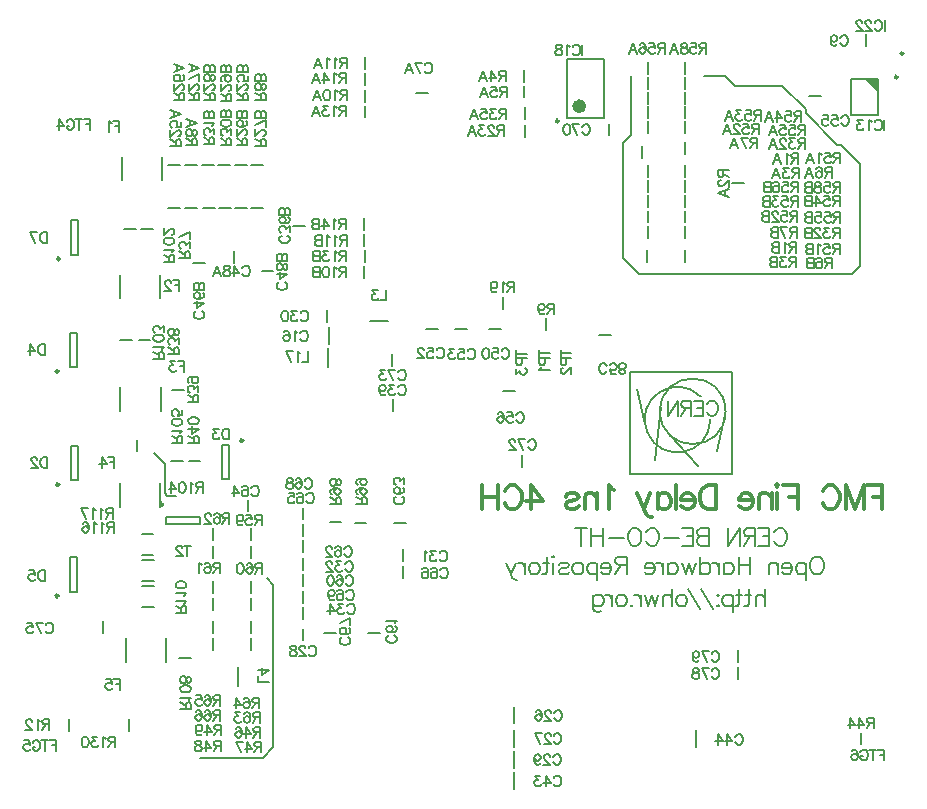
<source format=gbo>
%FSLAX25Y25*%
%MOIN*%
G70*
G01*
G75*
G04 Layer_Color=32896*
%ADD10R,0.03740X0.03937*%
%ADD11R,0.03937X0.03543*%
%ADD12R,0.03937X0.03740*%
%ADD13R,0.05906X0.01772*%
%ADD14R,0.03347X0.01772*%
%ADD15R,0.03347X0.01181*%
%ADD16R,0.02362X0.06102*%
%ADD17R,0.03543X0.03937*%
%ADD18R,0.03543X0.04331*%
%ADD19R,0.01575X0.03543*%
%ADD20R,0.07874X0.02362*%
%ADD21R,0.07087X0.04921*%
%ADD22R,0.03543X0.01575*%
%ADD23O,0.04331X0.01378*%
%ADD24O,0.01378X0.04331*%
%ADD25R,0.16535X0.16535*%
%ADD26R,0.04134X0.02559*%
%ADD27R,0.01181X0.05906*%
%ADD28R,0.05906X0.01181*%
%ADD29C,0.03937*%
%ADD30O,0.03347X0.01181*%
%ADD31O,0.01181X0.03347*%
%ADD32R,0.25000X0.25000*%
%ADD33R,0.08661X0.06102*%
%ADD34R,0.07008X0.14016*%
%ADD35R,0.05906X0.02165*%
%ADD36R,0.02165X0.05906*%
%ADD37C,0.02520*%
%ADD38R,0.09843X0.06890*%
%ADD39R,0.01181X0.03347*%
%ADD40R,0.08465X0.03740*%
%ADD41R,0.08465X0.12795*%
%ADD42R,0.04921X0.07087*%
%ADD43R,0.05512X0.04134*%
%ADD44R,0.06102X0.02362*%
%ADD45P,0.05568X4X360.0*%
%ADD46P,0.05568X4X270.0*%
%ADD47R,0.01772X0.05906*%
%ADD48C,0.00600*%
%ADD49C,0.01000*%
%ADD50C,0.01200*%
%ADD51C,0.00800*%
%ADD52C,0.03000*%
%ADD53C,0.01500*%
%ADD54C,0.02000*%
%ADD55C,0.00820*%
%ADD56C,0.04000*%
%ADD57C,0.02400*%
%ADD58C,0.00500*%
%ADD59C,0.06693*%
%ADD60C,0.09449*%
%ADD61C,0.07480*%
%ADD62C,0.17716*%
%ADD63C,0.22835*%
%ADD64C,0.02400*%
%ADD65R,0.08000X0.32000*%
%ADD66R,0.08000X0.08000*%
%ADD67C,0.05137*%
%ADD68C,0.07893*%
%ADD69C,0.05924*%
%ADD70C,0.11830*%
%ADD71C,0.06318*%
%ADD72R,0.08000X0.24000*%
%ADD73R,0.08000X0.16000*%
G04:AMPARAMS|DCode=74|XSize=99.37mil|YSize=99.37mil|CornerRadius=0mil|HoleSize=0mil|Usage=FLASHONLY|Rotation=0.000|XOffset=0mil|YOffset=0mil|HoleType=Round|Shape=Relief|Width=30mil|Gap=10mil|Entries=4|*
%AMTHD74*
7,0,0,0.09937,0.07937,0.03000,45*
%
%ADD74THD74*%
G04:AMPARAMS|DCode=75|XSize=126.929mil|YSize=126.929mil|CornerRadius=0mil|HoleSize=0mil|Usage=FLASHONLY|Rotation=0.000|XOffset=0mil|YOffset=0mil|HoleType=Round|Shape=Relief|Width=30mil|Gap=10mil|Entries=4|*
%AMTHD75*
7,0,0,0.12693,0.10693,0.03000,45*
%
%ADD75THD75*%
G04:AMPARAMS|DCode=76|XSize=166.299mil|YSize=166.299mil|CornerRadius=0mil|HoleSize=0mil|Usage=FLASHONLY|Rotation=0.000|XOffset=0mil|YOffset=0mil|HoleType=Round|Shape=Relief|Width=30mil|Gap=10mil|Entries=4|*
%AMTHD76*
7,0,0,0.16630,0.14630,0.03000,45*
%
%ADD76THD76*%
%ADD77R,0.06890X0.06102*%
%ADD78R,0.04134X0.05512*%
%ADD79R,0.04528X0.05709*%
%ADD80C,0.04724*%
%ADD81R,0.04528X0.07087*%
%ADD82R,0.05709X0.04528*%
%ADD83R,0.02559X0.04134*%
%ADD84R,0.13583X0.05118*%
%ADD85C,0.01969*%
%ADD86C,0.00984*%
%ADD87C,0.02362*%
%ADD88C,0.00394*%
%ADD89C,0.00787*%
%ADD90C,0.00700*%
%ADD91C,0.00799*%
%ADD92C,0.01181*%
D51*
X-36192Y10783D02*
G03*
X-36192Y10783I-10926J0D01*
G01*
X8690Y59220D02*
Y93210D01*
X-9500Y110100D02*
X895Y99705D01*
X-32930Y119190D02*
X-17290D01*
X-36440Y122700D02*
X-32930Y119190D01*
X-67670Y103050D02*
Y122700D01*
X-70510Y100210D02*
X-67670Y103050D01*
X-70510Y61920D02*
Y100210D01*
Y61920D02*
X-65110Y56520D01*
X5840D01*
X8680Y59360D01*
X-222330Y-17410D02*
X-219240D01*
X-223190Y-16550D02*
X-222330Y-17410D01*
X-223190Y-16550D02*
Y-6790D01*
X-226770Y-3210D02*
X-223190Y-6790D01*
X-211250Y-104670D02*
X-190350D01*
X-186900Y-101220D01*
Y-46970D01*
X-189200Y-44670D02*
X-186900Y-46970D01*
X-9500Y110100D02*
Y111400D01*
X-17290Y119190D02*
X-9500Y111400D01*
X895Y99705D02*
X2195D01*
X8690Y93210D01*
X-43500Y122700D02*
X-36500D01*
X-39200Y-2400D02*
X-36300Y9500D01*
X-55200Y3300D02*
X-45300Y-7300D01*
X-65600Y18300D02*
X-63000Y6500D01*
X-59700Y-5500D02*
X-57800Y12300D01*
X-65000Y24000D02*
X-34000D01*
Y-10000D02*
Y24000D01*
X-66000Y-10000D02*
X-34000D01*
X-68000D02*
X-66000D01*
X-68000D02*
Y24000D01*
X-65000D01*
D58*
X-42371Y13109D02*
X-42133Y13585D01*
X-41657Y14061D01*
X-41180Y14299D01*
X-40228D01*
X-39752Y14061D01*
X-39276Y13585D01*
X-39038Y13109D01*
X-38800Y12395D01*
Y11204D01*
X-39038Y10490D01*
X-39276Y10014D01*
X-39752Y9538D01*
X-40228Y9300D01*
X-41180D01*
X-41657Y9538D01*
X-42133Y10014D01*
X-42371Y10490D01*
X-46870Y14299D02*
X-43775D01*
Y9300D01*
X-46870D01*
X-43775Y11919D02*
X-45680D01*
X-47703Y14299D02*
Y9300D01*
Y14299D02*
X-49845D01*
X-50559Y14061D01*
X-50797Y13823D01*
X-51035Y13347D01*
Y12871D01*
X-50797Y12395D01*
X-50559Y12156D01*
X-49845Y11919D01*
X-47703D01*
X-49369D02*
X-51035Y9300D01*
X-52154Y14299D02*
Y9300D01*
Y14299D02*
X-55487Y9300D01*
Y14299D02*
Y9300D01*
D86*
X23141Y130053D02*
G03*
X23141Y130053I-492J0D01*
G01*
X21222Y122193D02*
G03*
X21222Y122193I-492J0D01*
G01*
X-91757Y107554D02*
G03*
X-91757Y107554I-492J0D01*
G01*
X-258520Y-50687D02*
G03*
X-258520Y-50687I-492J0D01*
G01*
X-196996Y1087D02*
G03*
X-196996Y1087I-492J0D01*
G01*
X-258320Y-13587D02*
G03*
X-258320Y-13587I-492J0D01*
G01*
X-258120Y61613D02*
G03*
X-258120Y61613I-492J0D01*
G01*
X-258520Y24113D02*
G03*
X-258520Y24113I-492J0D01*
G01*
X-223694Y-20188D02*
G03*
X-223694Y-20188I-492J0D01*
G01*
D87*
X-83784Y112495D02*
G03*
X-83784Y112495I-1181J0D01*
G01*
D89*
X10592Y121405D02*
X14529Y117469D01*
X11379Y121405D02*
X14529Y118256D01*
X12167Y121405D02*
X14529Y119043D01*
X12954Y121405D02*
X14529Y119831D01*
X13742Y121405D02*
X14529Y120618D01*
Y109595D02*
Y121405D01*
X5671D02*
X14529D01*
X5671Y109595D02*
Y121405D01*
Y109595D02*
X14529D01*
X-104200Y-7869D02*
Y-3932D01*
X-95900Y37832D02*
Y41769D01*
X-62300Y60632D02*
Y64569D01*
X-33968Y86800D02*
X-30031D01*
X-49600Y60532D02*
Y64468D01*
X-64000Y95231D02*
Y99168D01*
X-49800Y96531D02*
Y100469D01*
X-49700Y89031D02*
Y92968D01*
X-62050Y89031D02*
Y92968D01*
Y68632D02*
Y72569D01*
Y73731D02*
Y77668D01*
X-49700Y73731D02*
Y77668D01*
Y68532D02*
Y72469D01*
X-62050Y78831D02*
Y82768D01*
Y83931D02*
Y87868D01*
X-49700Y83931D02*
Y87868D01*
Y78831D02*
Y82768D01*
X-75100Y102732D02*
Y106668D01*
X-62000Y103631D02*
Y107569D01*
Y108531D02*
Y112469D01*
X-49700Y108531D02*
Y112469D01*
Y103532D02*
Y107468D01*
X-62050Y113382D02*
Y117318D01*
Y118281D02*
Y122219D01*
X-62050Y123181D02*
Y127119D01*
X-49750Y118281D02*
Y122219D01*
X-49750Y113382D02*
Y117318D01*
X-88902Y108557D02*
Y128243D01*
X-76698Y108557D02*
Y128243D01*
X-88902Y108557D02*
X-76698D01*
X-88902Y128243D02*
X-76698D01*
X-221969Y78600D02*
X-218032D01*
X-216469D02*
X-212531D01*
X-221969Y92800D02*
X-218032D01*
X-216469D02*
X-212531D01*
X-194369Y78600D02*
X-190431D01*
X-194369Y92800D02*
X-190431D01*
X-199735Y78600D02*
X-195798D01*
X-199802Y92800D02*
X-195865D01*
X-210469Y78600D02*
X-206532D01*
X-205102D02*
X-201165D01*
X-210668Y92800D02*
X-206732D01*
X-205235D02*
X-201298D01*
X-103100Y102331D02*
Y106269D01*
X-103200Y108132D02*
Y112068D01*
X-103300Y115431D02*
Y119369D01*
Y120531D02*
Y124469D01*
X-78268Y36100D02*
X-74331D01*
X-110500Y45031D02*
Y48968D01*
X-169100Y40532D02*
Y44469D01*
X-147300Y25932D02*
Y29869D01*
X-168500Y33244D02*
Y38756D01*
X-168600Y25450D02*
Y31750D01*
X-126268Y38200D02*
X-122332D01*
X-114969Y38100D02*
X-111031D01*
X-200100Y60331D02*
Y64268D01*
X-213668Y60200D02*
X-209732D01*
X-231869Y34600D02*
X-227931D01*
X-180269Y72400D02*
X-176331D01*
X-190868Y57600D02*
X-186932D01*
X-139269Y117000D02*
X-135331D01*
X-177200Y-47368D02*
Y-43431D01*
X-230768Y-47457D02*
X-226832D01*
X-230768Y-54543D02*
X-226832D01*
X-106600Y-93256D02*
Y-87744D01*
X-106557Y-100956D02*
Y-95444D01*
Y-114956D02*
Y-109444D01*
Y-107956D02*
Y-102444D01*
X8900Y-100268D02*
Y-96332D01*
X-159869Y-26300D02*
X-155931D01*
X-194400Y-55369D02*
Y-51432D01*
X-207000Y-55369D02*
Y-51432D01*
Y-63169D02*
Y-59232D01*
Y-32168D02*
Y-28231D01*
Y-38168D02*
Y-34231D01*
Y-68868D02*
Y-64931D01*
X-143800Y-39169D02*
Y-35232D01*
X-194400Y-49668D02*
Y-45731D01*
X-194450Y-32168D02*
Y-28231D01*
X-194400Y-68868D02*
Y-64931D01*
X-194450Y-38168D02*
Y-34231D01*
X-207000Y-49668D02*
Y-45731D01*
X-195300Y-22569D02*
Y-18632D01*
X-154850Y41000D02*
X-148550D01*
X-147200Y10831D02*
Y14769D01*
X-135968Y38300D02*
X-132032D01*
X-110369Y17400D02*
X-106431D01*
X-8369Y115900D02*
X-4431D01*
X10600Y132531D02*
Y136469D01*
X-254681Y-49309D02*
Y-37891D01*
Y-49309D02*
X-252319D01*
Y-37891D01*
X-254681D02*
X-252319D01*
X-49750Y123181D02*
Y127119D01*
X-156600Y55132D02*
Y59069D01*
Y65931D02*
Y69868D01*
X-156500Y60532D02*
Y64468D01*
X-156600Y71332D02*
Y75269D01*
X-156300Y124831D02*
Y128769D01*
Y119532D02*
Y123468D01*
Y114032D02*
Y117968D01*
Y108731D02*
Y112669D01*
X-201819Y-11709D02*
Y-291D01*
X-204181D02*
X-201819D01*
X-204181Y-11709D02*
Y-291D01*
Y-11709D02*
X-201819D01*
X-254481Y-12209D02*
Y-791D01*
Y-12209D02*
X-252119D01*
Y-791D01*
X-254481D02*
X-252119D01*
X-254281Y62991D02*
Y74409D01*
Y62991D02*
X-251919D01*
Y74409D01*
X-254281D02*
X-251919D01*
X-254681Y25491D02*
Y36909D01*
Y25491D02*
X-252319D01*
Y36909D01*
X-254681D02*
X-252319D01*
X-46200Y-101056D02*
Y-95544D01*
X-211391Y-26881D02*
Y-24519D01*
X-222809Y-26881D02*
X-211391D01*
X-222809D02*
Y-24519D01*
X-211391D01*
X-235000Y-95869D02*
Y-91932D01*
X-238069Y34700D02*
X-234132D01*
X-230968Y71700D02*
X-227031D01*
X-236769Y71600D02*
X-232832D01*
X-220607Y17838D02*
X-216670D01*
X-232500Y-2568D02*
Y1369D01*
X-230768Y-38657D02*
X-226832D01*
X-230768Y-45743D02*
X-226832D01*
X-230869Y-30057D02*
X-226932D01*
X-230869Y-37143D02*
X-226932D01*
X-220969Y-5900D02*
X-217032D01*
X-168168Y-26200D02*
X-164232D01*
X-177200Y-41969D02*
Y-38032D01*
X-198700Y-80750D02*
Y-74450D01*
X-146768Y-26500D02*
X-142832D01*
X-155269Y-63000D02*
X-151331D01*
X-177200Y-36068D02*
Y-32131D01*
Y-30669D02*
Y-26732D01*
Y-25269D02*
Y-21331D01*
X-177100Y-53069D02*
Y-49132D01*
X-170069Y-63050D02*
X-166131D01*
X-143800Y-44769D02*
Y-40832D01*
X-177100Y-58469D02*
Y-54532D01*
X-224107Y87763D02*
Y95637D01*
X-237493Y87763D02*
Y95637D01*
X-224607Y48463D02*
Y56337D01*
X-237993Y48463D02*
Y56337D01*
X-224507Y10863D02*
Y18737D01*
X-237893Y10863D02*
Y18737D01*
X-238093Y-21037D02*
Y-13163D01*
X-224707Y-21037D02*
Y-13163D01*
X-215168Y-5900D02*
X-211231D01*
X-222607Y-72637D02*
Y-64763D01*
X-235993Y-72637D02*
Y-64763D01*
X-194400Y-63169D02*
Y-59232D01*
X-254900Y-95868D02*
Y-91931D01*
X-177100Y-65569D02*
Y-61632D01*
X-218268Y-71400D02*
X-214332D01*
X-243800Y-63169D02*
Y-59232D01*
X-32200Y-72668D02*
Y-68731D01*
Y-78369D02*
Y-74432D01*
X-19917Y-29511D02*
X-19636Y-28949D01*
X-19074Y-28387D01*
X-18511Y-28106D01*
X-17387D01*
X-16825Y-28387D01*
X-16262Y-28949D01*
X-15981Y-29511D01*
X-15700Y-30355D01*
Y-31761D01*
X-15981Y-32604D01*
X-16262Y-33167D01*
X-16825Y-33729D01*
X-17387Y-34010D01*
X-18511D01*
X-19074Y-33729D01*
X-19636Y-33167D01*
X-19917Y-32604D01*
X-25231Y-28106D02*
X-21576D01*
Y-34010D01*
X-25231D01*
X-21576Y-30917D02*
X-23825D01*
X-26215Y-28106D02*
Y-34010D01*
Y-28106D02*
X-28746D01*
X-29589Y-28387D01*
X-29870Y-28668D01*
X-30151Y-29230D01*
Y-29793D01*
X-29870Y-30355D01*
X-29589Y-30636D01*
X-28746Y-30917D01*
X-26215D01*
X-28183D02*
X-30151Y-34010D01*
X-31473Y-28106D02*
Y-34010D01*
Y-28106D02*
X-35409Y-34010D01*
Y-28106D02*
Y-34010D01*
X-41679Y-28106D02*
Y-34010D01*
Y-28106D02*
X-44209D01*
X-45052Y-28387D01*
X-45334Y-28668D01*
X-45615Y-29230D01*
Y-29793D01*
X-45334Y-30355D01*
X-45052Y-30636D01*
X-44209Y-30917D01*
X-41679D02*
X-44209D01*
X-45052Y-31198D01*
X-45334Y-31480D01*
X-45615Y-32042D01*
Y-32885D01*
X-45334Y-33448D01*
X-45052Y-33729D01*
X-44209Y-34010D01*
X-41679D01*
X-50591Y-28106D02*
X-46936D01*
Y-34010D01*
X-50591D01*
X-46936Y-30917D02*
X-49185D01*
X-51575Y-31480D02*
X-56636D01*
X-62597Y-29511D02*
X-62315Y-28949D01*
X-61753Y-28387D01*
X-61191Y-28106D01*
X-60066D01*
X-59504Y-28387D01*
X-58942Y-28949D01*
X-58660Y-29511D01*
X-58379Y-30355D01*
Y-31761D01*
X-58660Y-32604D01*
X-58942Y-33167D01*
X-59504Y-33729D01*
X-60066Y-34010D01*
X-61191D01*
X-61753Y-33729D01*
X-62315Y-33167D01*
X-62597Y-32604D01*
X-65942Y-28106D02*
X-65380Y-28387D01*
X-64818Y-28949D01*
X-64536Y-29511D01*
X-64255Y-30355D01*
Y-31761D01*
X-64536Y-32604D01*
X-64818Y-33167D01*
X-65380Y-33729D01*
X-65942Y-34010D01*
X-67067D01*
X-67629Y-33729D01*
X-68191Y-33167D01*
X-68473Y-32604D01*
X-68754Y-31761D01*
Y-30355D01*
X-68473Y-29511D01*
X-68191Y-28949D01*
X-67629Y-28387D01*
X-67067Y-28106D01*
X-65942D01*
X-70131Y-31480D02*
X-75192D01*
X-76935Y-28106D02*
Y-34010D01*
X-80872Y-28106D02*
Y-34010D01*
X-76935Y-30917D02*
X-80872D01*
X-84470Y-28106D02*
Y-34010D01*
X-82502Y-28106D02*
X-86439D01*
X-23030Y-48326D02*
Y-54230D01*
Y-51418D02*
X-23874Y-50575D01*
X-24436Y-50294D01*
X-25279D01*
X-25842Y-50575D01*
X-26123Y-51418D01*
Y-54230D01*
X-28512Y-48326D02*
Y-53105D01*
X-28794Y-53949D01*
X-29356Y-54230D01*
X-29918D01*
X-27669Y-50294D02*
X-29637D01*
X-31605Y-48326D02*
Y-53105D01*
X-31886Y-53949D01*
X-32449Y-54230D01*
X-33011D01*
X-30762Y-50294D02*
X-32730D01*
X-33854D02*
Y-56198D01*
Y-51137D02*
X-34417Y-50575D01*
X-34979Y-50294D01*
X-35822D01*
X-36385Y-50575D01*
X-36947Y-51137D01*
X-37228Y-51981D01*
Y-52543D01*
X-36947Y-53386D01*
X-36385Y-53949D01*
X-35822Y-54230D01*
X-34979D01*
X-34417Y-53949D01*
X-33854Y-53386D01*
X-38775Y-50294D02*
X-38493Y-50575D01*
X-38775Y-50856D01*
X-39056Y-50575D01*
X-38775Y-50294D01*
Y-53668D02*
X-38493Y-53949D01*
X-38775Y-54230D01*
X-39056Y-53949D01*
X-38775Y-53668D01*
X-40349Y-55073D02*
X-44285Y-48326D01*
X-44679Y-55073D02*
X-48615Y-48326D01*
X-50414Y-50294D02*
X-49852Y-50575D01*
X-49290Y-51137D01*
X-49009Y-51981D01*
Y-52543D01*
X-49290Y-53386D01*
X-49852Y-53949D01*
X-50414Y-54230D01*
X-51258D01*
X-51820Y-53949D01*
X-52382Y-53386D01*
X-52664Y-52543D01*
Y-51981D01*
X-52382Y-51137D01*
X-51820Y-50575D01*
X-51258Y-50294D01*
X-50414D01*
X-53957Y-48326D02*
Y-54230D01*
Y-51418D02*
X-54800Y-50575D01*
X-55363Y-50294D01*
X-56206D01*
X-56769Y-50575D01*
X-57050Y-51418D01*
Y-54230D01*
X-58596Y-50294D02*
X-59721Y-54230D01*
X-60845Y-50294D02*
X-59721Y-54230D01*
X-60845Y-50294D02*
X-61970Y-54230D01*
X-63095Y-50294D02*
X-61970Y-54230D01*
X-64472Y-50294D02*
Y-54230D01*
Y-51981D02*
X-64753Y-51137D01*
X-65316Y-50575D01*
X-65878Y-50294D01*
X-66721D01*
X-67537Y-53668D02*
X-67256Y-53949D01*
X-67537Y-54230D01*
X-67818Y-53949D01*
X-67537Y-53668D01*
X-70517Y-50294D02*
X-69955Y-50575D01*
X-69392Y-51137D01*
X-69111Y-51981D01*
Y-52543D01*
X-69392Y-53386D01*
X-69955Y-53949D01*
X-70517Y-54230D01*
X-71360D01*
X-71923Y-53949D01*
X-72485Y-53386D01*
X-72766Y-52543D01*
Y-51981D01*
X-72485Y-51137D01*
X-71923Y-50575D01*
X-71360Y-50294D01*
X-70517D01*
X-74060D02*
Y-54230D01*
Y-51981D02*
X-74341Y-51137D01*
X-74903Y-50575D01*
X-75465Y-50294D01*
X-76309D01*
X-80217D02*
Y-54792D01*
X-79936Y-55636D01*
X-79655Y-55917D01*
X-79092Y-56198D01*
X-78249D01*
X-77686Y-55917D01*
X-80217Y-51137D02*
X-79655Y-50575D01*
X-79092Y-50294D01*
X-78249D01*
X-77686Y-50575D01*
X-77124Y-51137D01*
X-76843Y-51981D01*
Y-52543D01*
X-77124Y-53386D01*
X-77686Y-53949D01*
X-78249Y-54230D01*
X-79092D01*
X-79655Y-53949D01*
X-80217Y-53386D01*
X-5167Y-37656D02*
X-4605Y-37937D01*
X-4042Y-38499D01*
X-3761Y-39061D01*
X-3480Y-39905D01*
Y-41311D01*
X-3761Y-42154D01*
X-4042Y-42717D01*
X-4605Y-43279D01*
X-5167Y-43560D01*
X-6292D01*
X-6854Y-43279D01*
X-7416Y-42717D01*
X-7697Y-42154D01*
X-7978Y-41311D01*
Y-39905D01*
X-7697Y-39061D01*
X-7416Y-38499D01*
X-6854Y-37937D01*
X-6292Y-37656D01*
X-5167D01*
X-9356Y-39624D02*
Y-45528D01*
Y-40467D02*
X-9918Y-39905D01*
X-10481Y-39624D01*
X-11324D01*
X-11886Y-39905D01*
X-12449Y-40467D01*
X-12730Y-41311D01*
Y-41873D01*
X-12449Y-42717D01*
X-11886Y-43279D01*
X-11324Y-43560D01*
X-10481D01*
X-9918Y-43279D01*
X-9356Y-42717D01*
X-13995Y-41311D02*
X-17369D01*
Y-40749D01*
X-17088Y-40186D01*
X-16807Y-39905D01*
X-16244Y-39624D01*
X-15401D01*
X-14839Y-39905D01*
X-14276Y-40467D01*
X-13995Y-41311D01*
Y-41873D01*
X-14276Y-42717D01*
X-14839Y-43279D01*
X-15401Y-43560D01*
X-16244D01*
X-16807Y-43279D01*
X-17369Y-42717D01*
X-18634Y-39624D02*
Y-43560D01*
Y-40749D02*
X-19478Y-39905D01*
X-20040Y-39624D01*
X-20884D01*
X-21446Y-39905D01*
X-21727Y-40749D01*
Y-43560D01*
X-27912Y-37656D02*
Y-43560D01*
X-31848Y-37656D02*
Y-43560D01*
X-27912Y-40467D02*
X-31848D01*
X-36853Y-39624D02*
Y-43560D01*
Y-40467D02*
X-36291Y-39905D01*
X-35728Y-39624D01*
X-34885D01*
X-34323Y-39905D01*
X-33760Y-40467D01*
X-33479Y-41311D01*
Y-41873D01*
X-33760Y-42717D01*
X-34323Y-43279D01*
X-34885Y-43560D01*
X-35728D01*
X-36291Y-43279D01*
X-36853Y-42717D01*
X-38427Y-39624D02*
Y-43560D01*
Y-41311D02*
X-38709Y-40467D01*
X-39271Y-39905D01*
X-39833Y-39624D01*
X-40677D01*
X-44585Y-37656D02*
Y-43560D01*
Y-40467D02*
X-44023Y-39905D01*
X-43460Y-39624D01*
X-42617D01*
X-42054Y-39905D01*
X-41492Y-40467D01*
X-41211Y-41311D01*
Y-41873D01*
X-41492Y-42717D01*
X-42054Y-43279D01*
X-42617Y-43560D01*
X-43460D01*
X-44023Y-43279D01*
X-44585Y-42717D01*
X-46159Y-39624D02*
X-47284Y-43560D01*
X-48408Y-39624D02*
X-47284Y-43560D01*
X-48408Y-39624D02*
X-49533Y-43560D01*
X-50658Y-39624D02*
X-49533Y-43560D01*
X-55409Y-39624D02*
Y-43560D01*
Y-40467D02*
X-54847Y-39905D01*
X-54285Y-39624D01*
X-53441D01*
X-52879Y-39905D01*
X-52316Y-40467D01*
X-52035Y-41311D01*
Y-41873D01*
X-52316Y-42717D01*
X-52879Y-43279D01*
X-53441Y-43560D01*
X-54285D01*
X-54847Y-43279D01*
X-55409Y-42717D01*
X-56984Y-39624D02*
Y-43560D01*
Y-41311D02*
X-57265Y-40467D01*
X-57827Y-39905D01*
X-58390Y-39624D01*
X-59233D01*
X-59767Y-41311D02*
X-63141D01*
Y-40749D01*
X-62860Y-40186D01*
X-62579Y-39905D01*
X-62016Y-39624D01*
X-61173D01*
X-60611Y-39905D01*
X-60048Y-40467D01*
X-59767Y-41311D01*
Y-41873D01*
X-60048Y-42717D01*
X-60611Y-43279D01*
X-61173Y-43560D01*
X-62016D01*
X-62579Y-43279D01*
X-63141Y-42717D01*
X-69045Y-37656D02*
Y-43560D01*
Y-37656D02*
X-71576D01*
X-72419Y-37937D01*
X-72700Y-38218D01*
X-72981Y-38780D01*
Y-39343D01*
X-72700Y-39905D01*
X-72419Y-40186D01*
X-71576Y-40467D01*
X-69045D01*
X-71013D02*
X-72981Y-43560D01*
X-74303Y-41311D02*
X-77677D01*
Y-40749D01*
X-77395Y-40186D01*
X-77114Y-39905D01*
X-76552Y-39624D01*
X-75709D01*
X-75146Y-39905D01*
X-74584Y-40467D01*
X-74303Y-41311D01*
Y-41873D01*
X-74584Y-42717D01*
X-75146Y-43279D01*
X-75709Y-43560D01*
X-76552D01*
X-77114Y-43279D01*
X-77677Y-42717D01*
X-78942Y-39624D02*
Y-45528D01*
Y-40467D02*
X-79504Y-39905D01*
X-80067Y-39624D01*
X-80910D01*
X-81472Y-39905D01*
X-82035Y-40467D01*
X-82316Y-41311D01*
Y-41873D01*
X-82035Y-42717D01*
X-81472Y-43279D01*
X-80910Y-43560D01*
X-80067D01*
X-79504Y-43279D01*
X-78942Y-42717D01*
X-84987Y-39624D02*
X-84424Y-39905D01*
X-83862Y-40467D01*
X-83581Y-41311D01*
Y-41873D01*
X-83862Y-42717D01*
X-84424Y-43279D01*
X-84987Y-43560D01*
X-85830D01*
X-86392Y-43279D01*
X-86955Y-42717D01*
X-87236Y-41873D01*
Y-41311D01*
X-86955Y-40467D01*
X-86392Y-39905D01*
X-85830Y-39624D01*
X-84987D01*
X-91622Y-40467D02*
X-91341Y-39905D01*
X-90497Y-39624D01*
X-89654D01*
X-88810Y-39905D01*
X-88529Y-40467D01*
X-88810Y-41030D01*
X-89373Y-41311D01*
X-90778Y-41592D01*
X-91341Y-41873D01*
X-91622Y-42435D01*
Y-42717D01*
X-91341Y-43279D01*
X-90497Y-43560D01*
X-89654D01*
X-88810Y-43279D01*
X-88529Y-42717D01*
X-93421Y-37656D02*
X-93703Y-37937D01*
X-93984Y-37656D01*
X-93703Y-37375D01*
X-93421Y-37656D01*
X-93703Y-39624D02*
Y-43560D01*
X-95867Y-37656D02*
Y-42435D01*
X-96149Y-43279D01*
X-96711Y-43560D01*
X-97273D01*
X-95024Y-39624D02*
X-96992D01*
X-99522D02*
X-98960Y-39905D01*
X-98398Y-40467D01*
X-98117Y-41311D01*
Y-41873D01*
X-98398Y-42717D01*
X-98960Y-43279D01*
X-99522Y-43560D01*
X-100366D01*
X-100928Y-43279D01*
X-101490Y-42717D01*
X-101772Y-41873D01*
Y-41311D01*
X-101490Y-40467D01*
X-100928Y-39905D01*
X-100366Y-39624D01*
X-99522D01*
X-103065D02*
Y-43560D01*
Y-41311D02*
X-103346Y-40467D01*
X-103908Y-39905D01*
X-104471Y-39624D01*
X-105314D01*
X-106130D02*
X-107817Y-43560D01*
X-109503Y-39624D02*
X-107817Y-43560D01*
X-107254Y-44685D01*
X-106692Y-45247D01*
X-106130Y-45528D01*
X-105848D01*
D90*
X-101999Y666D02*
X-101833Y999D01*
X-101500Y1333D01*
X-101166Y1499D01*
X-100500D01*
X-100166Y1333D01*
X-99833Y999D01*
X-99667Y666D01*
X-99500Y166D01*
Y-667D01*
X-99667Y-1167D01*
X-99833Y-1500D01*
X-100166Y-1833D01*
X-100500Y-2000D01*
X-101166D01*
X-101500Y-1833D01*
X-101833Y-1500D01*
X-101999Y-1167D01*
X-105315Y1499D02*
X-103649Y-2000D01*
X-102983Y1499D02*
X-105315D01*
X-106265Y666D02*
Y833D01*
X-106432Y1166D01*
X-106598Y1333D01*
X-106932Y1499D01*
X-107598D01*
X-107931Y1333D01*
X-108098Y1166D01*
X-108265Y833D01*
Y500D01*
X-108098Y166D01*
X-107765Y-334D01*
X-106099Y-2000D01*
X-108431D01*
X-12650Y62289D02*
Y58790D01*
Y62289D02*
X-14150D01*
X-14650Y62123D01*
X-14816Y61956D01*
X-14983Y61623D01*
Y61290D01*
X-14816Y60956D01*
X-14650Y60790D01*
X-14150Y60623D01*
X-12650D01*
X-13816D02*
X-14983Y58790D01*
X-16099Y62289D02*
X-17932D01*
X-16932Y60956D01*
X-17432D01*
X-17766Y60790D01*
X-17932Y60623D01*
X-18099Y60123D01*
Y59790D01*
X-17932Y59290D01*
X-17599Y58957D01*
X-17099Y58790D01*
X-16599D01*
X-16099Y58957D01*
X-15933Y59123D01*
X-15766Y59456D01*
X-18882Y62289D02*
Y58790D01*
Y62289D02*
X-20382D01*
X-20882Y62123D01*
X-21048Y61956D01*
X-21215Y61623D01*
Y61290D01*
X-21048Y60956D01*
X-20882Y60790D01*
X-20382Y60623D01*
X-18882D02*
X-20382D01*
X-20882Y60456D01*
X-21048Y60290D01*
X-21215Y59956D01*
Y59456D01*
X-21048Y59123D01*
X-20882Y58957D01*
X-20382Y58790D01*
X-18882D01*
X-56500Y133399D02*
Y129900D01*
Y133399D02*
X-58000D01*
X-58500Y133233D01*
X-58666Y133066D01*
X-58833Y132733D01*
Y132399D01*
X-58666Y132066D01*
X-58500Y131900D01*
X-58000Y131733D01*
X-56500D01*
X-57666D02*
X-58833Y129900D01*
X-61616Y133399D02*
X-59949D01*
X-59783Y131900D01*
X-59949Y132066D01*
X-60449Y132233D01*
X-60949D01*
X-61449Y132066D01*
X-61782Y131733D01*
X-61949Y131233D01*
Y130900D01*
X-61782Y130400D01*
X-61449Y130067D01*
X-60949Y129900D01*
X-60449D01*
X-59949Y130067D01*
X-59783Y130233D01*
X-59616Y130567D01*
X-64732Y132899D02*
X-64565Y133233D01*
X-64065Y133399D01*
X-63732D01*
X-63232Y133233D01*
X-62899Y132733D01*
X-62732Y131900D01*
Y131066D01*
X-62899Y130400D01*
X-63232Y130067D01*
X-63732Y129900D01*
X-63898D01*
X-64398Y130067D01*
X-64732Y130400D01*
X-64898Y130900D01*
Y131066D01*
X-64732Y131566D01*
X-64398Y131900D01*
X-63898Y132066D01*
X-63732D01*
X-63232Y131900D01*
X-62899Y131566D01*
X-62732Y131066D01*
X-68331Y129900D02*
X-66998Y133399D01*
X-65665Y129900D01*
X-66165Y131066D02*
X-67831D01*
X-870Y92089D02*
Y88590D01*
Y92089D02*
X-2370D01*
X-2870Y91923D01*
X-3036Y91756D01*
X-3203Y91423D01*
Y91089D01*
X-3036Y90756D01*
X-2870Y90590D01*
X-2370Y90423D01*
X-870D01*
X-2036D02*
X-3203Y88590D01*
X-5986Y91589D02*
X-5819Y91923D01*
X-5319Y92089D01*
X-4986D01*
X-4486Y91923D01*
X-4153Y91423D01*
X-3986Y90590D01*
Y89756D01*
X-4153Y89090D01*
X-4486Y88757D01*
X-4986Y88590D01*
X-5152D01*
X-5652Y88757D01*
X-5986Y89090D01*
X-6152Y89590D01*
Y89756D01*
X-5986Y90256D01*
X-5652Y90590D01*
X-5152Y90756D01*
X-4986D01*
X-4486Y90590D01*
X-4153Y90256D01*
X-3986Y89756D01*
X-9585Y88590D02*
X-8252Y92089D01*
X-6919Y88590D01*
X-7419Y89756D02*
X-9085D01*
X-11660Y92009D02*
Y88510D01*
Y92009D02*
X-13160D01*
X-13660Y91843D01*
X-13826Y91676D01*
X-13993Y91343D01*
Y91009D01*
X-13826Y90676D01*
X-13660Y90510D01*
X-13160Y90343D01*
X-11660D01*
X-12826D02*
X-13993Y88510D01*
X-15109Y92009D02*
X-16942D01*
X-15942Y90676D01*
X-16442D01*
X-16776Y90510D01*
X-16942Y90343D01*
X-17109Y89843D01*
Y89510D01*
X-16942Y89010D01*
X-16609Y88677D01*
X-16109Y88510D01*
X-15609D01*
X-15109Y88677D01*
X-14943Y88843D01*
X-14776Y89176D01*
X-20558Y88510D02*
X-19225Y92009D01*
X-17892Y88510D01*
X-18392Y89676D02*
X-20058D01*
X-38699Y91060D02*
X-35200D01*
X-38699D02*
Y89560D01*
X-38533Y89060D01*
X-38366Y88894D01*
X-38033Y88727D01*
X-37699D01*
X-37366Y88894D01*
X-37200Y89060D01*
X-37033Y89560D01*
Y91060D01*
Y89894D02*
X-35200Y88727D01*
X-37866Y87777D02*
X-38033D01*
X-38366Y87611D01*
X-38533Y87444D01*
X-38699Y87111D01*
Y86444D01*
X-38533Y86111D01*
X-38366Y85944D01*
X-38033Y85778D01*
X-37699D01*
X-37366Y85944D01*
X-36866Y86278D01*
X-35200Y87944D01*
Y85611D01*
Y82162D02*
X-38699Y83495D01*
X-35200Y84828D01*
X-36366Y84328D02*
Y82662D01*
X2090Y77099D02*
Y73600D01*
Y77099D02*
X590D01*
X90Y76933D01*
X-76Y76766D01*
X-243Y76433D01*
Y76099D01*
X-76Y75766D01*
X90Y75600D01*
X590Y75433D01*
X2090D01*
X924D02*
X-243Y73600D01*
X-3026Y77099D02*
X-1359D01*
X-1193Y75600D01*
X-1359Y75766D01*
X-1859Y75933D01*
X-2359D01*
X-2859Y75766D01*
X-3192Y75433D01*
X-3359Y74933D01*
Y74600D01*
X-3192Y74100D01*
X-2859Y73767D01*
X-2359Y73600D01*
X-1859D01*
X-1359Y73767D01*
X-1193Y73933D01*
X-1026Y74266D01*
X-6142Y77099D02*
X-4475D01*
X-4309Y75600D01*
X-4475Y75766D01*
X-4975Y75933D01*
X-5475D01*
X-5975Y75766D01*
X-6308Y75433D01*
X-6475Y74933D01*
Y74600D01*
X-6308Y74100D01*
X-5975Y73767D01*
X-5475Y73600D01*
X-4975D01*
X-4475Y73767D01*
X-4309Y73933D01*
X-4142Y74266D01*
X-7258Y77099D02*
Y73600D01*
Y77099D02*
X-8758D01*
X-9258Y76933D01*
X-9424Y76766D01*
X-9591Y76433D01*
Y76099D01*
X-9424Y75766D01*
X-9258Y75600D01*
X-8758Y75433D01*
X-7258D02*
X-8758D01*
X-9258Y75266D01*
X-9424Y75100D01*
X-9591Y74766D01*
Y74266D01*
X-9424Y73933D01*
X-9258Y73767D01*
X-8758Y73600D01*
X-7258D01*
X-9700Y106299D02*
Y102800D01*
Y106299D02*
X-11200D01*
X-11700Y106133D01*
X-11866Y105966D01*
X-12033Y105633D01*
Y105299D01*
X-11866Y104966D01*
X-11700Y104800D01*
X-11200Y104633D01*
X-9700D01*
X-10866D02*
X-12033Y102800D01*
X-14816Y106299D02*
X-13149D01*
X-12983Y104800D01*
X-13149Y104966D01*
X-13649Y105133D01*
X-14149D01*
X-14649Y104966D01*
X-14982Y104633D01*
X-15149Y104133D01*
Y103800D01*
X-14982Y103300D01*
X-14649Y102967D01*
X-14149Y102800D01*
X-13649D01*
X-13149Y102967D01*
X-12983Y103133D01*
X-12816Y103466D01*
X-17932Y106299D02*
X-16265D01*
X-16099Y104800D01*
X-16265Y104966D01*
X-16765Y105133D01*
X-17265D01*
X-17765Y104966D01*
X-18098Y104633D01*
X-18265Y104133D01*
Y103800D01*
X-18098Y103300D01*
X-17765Y102967D01*
X-17265Y102800D01*
X-16765D01*
X-16265Y102967D01*
X-16099Y103133D01*
X-15932Y103466D01*
X-21714Y102800D02*
X-20381Y106299D01*
X-19048Y102800D01*
X-19548Y103966D02*
X-21214D01*
X1850Y82559D02*
Y79060D01*
Y82559D02*
X350D01*
X-150Y82393D01*
X-316Y82226D01*
X-483Y81893D01*
Y81559D01*
X-316Y81226D01*
X-150Y81060D01*
X350Y80893D01*
X1850D01*
X684D02*
X-483Y79060D01*
X-3266Y82559D02*
X-1599D01*
X-1433Y81060D01*
X-1599Y81226D01*
X-2099Y81393D01*
X-2599D01*
X-3099Y81226D01*
X-3432Y80893D01*
X-3599Y80393D01*
Y80060D01*
X-3432Y79560D01*
X-3099Y79227D01*
X-2599Y79060D01*
X-2099D01*
X-1599Y79227D01*
X-1433Y79393D01*
X-1266Y79726D01*
X-6048Y82559D02*
X-4382Y80226D01*
X-6882D01*
X-6048Y82559D02*
Y79060D01*
X-7498Y82559D02*
Y79060D01*
Y82559D02*
X-8998D01*
X-9498Y82393D01*
X-9664Y82226D01*
X-9831Y81893D01*
Y81559D01*
X-9664Y81226D01*
X-9498Y81060D01*
X-8998Y80893D01*
X-7498D02*
X-8998D01*
X-9498Y80726D01*
X-9664Y80560D01*
X-9831Y80226D01*
Y79726D01*
X-9664Y79393D01*
X-9498Y79227D01*
X-8998Y79060D01*
X-7498D01*
X-11000Y110799D02*
Y107300D01*
Y110799D02*
X-12500D01*
X-13000Y110633D01*
X-13166Y110466D01*
X-13333Y110133D01*
Y109800D01*
X-13166Y109466D01*
X-13000Y109300D01*
X-12500Y109133D01*
X-11000D01*
X-12166D02*
X-13333Y107300D01*
X-16116Y110799D02*
X-14449D01*
X-14283Y109300D01*
X-14449Y109466D01*
X-14949Y109633D01*
X-15449D01*
X-15949Y109466D01*
X-16282Y109133D01*
X-16449Y108633D01*
Y108300D01*
X-16282Y107800D01*
X-15949Y107467D01*
X-15449Y107300D01*
X-14949D01*
X-14449Y107467D01*
X-14283Y107633D01*
X-14116Y107966D01*
X-18898Y110799D02*
X-17232Y108466D01*
X-19732D01*
X-18898Y110799D02*
Y107300D01*
X-23014D02*
X-21681Y110799D01*
X-20348Y107300D01*
X-20848Y108466D02*
X-22514D01*
X-12140Y82499D02*
Y79000D01*
Y82499D02*
X-13640D01*
X-14140Y82333D01*
X-14306Y82166D01*
X-14473Y81833D01*
Y81499D01*
X-14306Y81166D01*
X-14140Y81000D01*
X-13640Y80833D01*
X-12140D01*
X-13306D02*
X-14473Y79000D01*
X-17256Y82499D02*
X-15589D01*
X-15423Y81000D01*
X-15589Y81166D01*
X-16089Y81333D01*
X-16589D01*
X-17089Y81166D01*
X-17422Y80833D01*
X-17589Y80333D01*
Y80000D01*
X-17422Y79500D01*
X-17089Y79167D01*
X-16589Y79000D01*
X-16089D01*
X-15589Y79167D01*
X-15423Y79333D01*
X-15256Y79667D01*
X-18705Y82499D02*
X-20538D01*
X-19538Y81166D01*
X-20038D01*
X-20372Y81000D01*
X-20538Y80833D01*
X-20705Y80333D01*
Y80000D01*
X-20538Y79500D01*
X-20205Y79167D01*
X-19705Y79000D01*
X-19205D01*
X-18705Y79167D01*
X-18539Y79333D01*
X-18372Y79667D01*
X-21488Y82499D02*
Y79000D01*
Y82499D02*
X-22988D01*
X-23488Y82333D01*
X-23654Y82166D01*
X-23821Y81833D01*
Y81499D01*
X-23654Y81166D01*
X-23488Y81000D01*
X-22988Y80833D01*
X-21488D02*
X-22988D01*
X-23488Y80666D01*
X-23654Y80500D01*
X-23821Y80166D01*
Y79667D01*
X-23654Y79333D01*
X-23488Y79167D01*
X-22988Y79000D01*
X-21488D01*
X-24400Y111199D02*
Y107700D01*
Y111199D02*
X-25900D01*
X-26400Y111033D01*
X-26566Y110866D01*
X-26733Y110533D01*
Y110199D01*
X-26566Y109866D01*
X-26400Y109700D01*
X-25900Y109533D01*
X-24400D01*
X-25566D02*
X-26733Y107700D01*
X-29516Y111199D02*
X-27849D01*
X-27683Y109700D01*
X-27849Y109866D01*
X-28349Y110033D01*
X-28849D01*
X-29349Y109866D01*
X-29682Y109533D01*
X-29849Y109033D01*
Y108700D01*
X-29682Y108200D01*
X-29349Y107867D01*
X-28849Y107700D01*
X-28349D01*
X-27849Y107867D01*
X-27683Y108033D01*
X-27516Y108367D01*
X-30965Y111199D02*
X-32798D01*
X-31798Y109866D01*
X-32298D01*
X-32632Y109700D01*
X-32798Y109533D01*
X-32965Y109033D01*
Y108700D01*
X-32798Y108200D01*
X-32465Y107867D01*
X-31965Y107700D01*
X-31465D01*
X-30965Y107867D01*
X-30799Y108033D01*
X-30632Y108367D01*
X-36414Y107700D02*
X-35081Y111199D01*
X-33748Y107700D01*
X-34248Y108866D02*
X-35914D01*
X-12300Y77509D02*
Y74010D01*
Y77509D02*
X-13800D01*
X-14300Y77343D01*
X-14466Y77176D01*
X-14633Y76843D01*
Y76509D01*
X-14466Y76176D01*
X-14300Y76010D01*
X-13800Y75843D01*
X-12300D01*
X-13466D02*
X-14633Y74010D01*
X-17416Y77509D02*
X-15749D01*
X-15583Y76010D01*
X-15749Y76176D01*
X-16249Y76343D01*
X-16749D01*
X-17249Y76176D01*
X-17582Y75843D01*
X-17749Y75343D01*
Y75010D01*
X-17582Y74510D01*
X-17249Y74177D01*
X-16749Y74010D01*
X-16249D01*
X-15749Y74177D01*
X-15583Y74343D01*
X-15416Y74677D01*
X-18699Y76676D02*
Y76843D01*
X-18865Y77176D01*
X-19032Y77343D01*
X-19365Y77509D01*
X-20032D01*
X-20365Y77343D01*
X-20532Y77176D01*
X-20698Y76843D01*
Y76509D01*
X-20532Y76176D01*
X-20198Y75676D01*
X-18532Y74010D01*
X-20865D01*
X-21648Y77509D02*
Y74010D01*
Y77509D02*
X-23148D01*
X-23648Y77343D01*
X-23814Y77176D01*
X-23981Y76843D01*
Y76509D01*
X-23814Y76176D01*
X-23648Y76010D01*
X-23148Y75843D01*
X-21648D02*
X-23148D01*
X-23648Y75676D01*
X-23814Y75510D01*
X-23981Y75176D01*
Y74677D01*
X-23814Y74343D01*
X-23648Y74177D01*
X-23148Y74010D01*
X-21648D01*
X-25100Y106599D02*
Y103100D01*
Y106599D02*
X-26600D01*
X-27100Y106433D01*
X-27266Y106266D01*
X-27433Y105933D01*
Y105599D01*
X-27266Y105266D01*
X-27100Y105100D01*
X-26600Y104933D01*
X-25100D01*
X-26266D02*
X-27433Y103100D01*
X-30216Y106599D02*
X-28549D01*
X-28383Y105100D01*
X-28549Y105266D01*
X-29049Y105433D01*
X-29549D01*
X-30049Y105266D01*
X-30382Y104933D01*
X-30549Y104433D01*
Y104100D01*
X-30382Y103600D01*
X-30049Y103267D01*
X-29549Y103100D01*
X-29049D01*
X-28549Y103267D01*
X-28383Y103433D01*
X-28216Y103767D01*
X-31499Y105766D02*
Y105933D01*
X-31665Y106266D01*
X-31832Y106433D01*
X-32165Y106599D01*
X-32832D01*
X-33165Y106433D01*
X-33332Y106266D01*
X-33498Y105933D01*
Y105599D01*
X-33332Y105266D01*
X-32998Y104766D01*
X-31332Y103100D01*
X-33665D01*
X-37114D02*
X-35781Y106599D01*
X-34448Y103100D01*
X-34948Y104266D02*
X-36614D01*
X1850Y66669D02*
Y63170D01*
Y66669D02*
X350D01*
X-150Y66503D01*
X-316Y66336D01*
X-483Y66003D01*
Y65670D01*
X-316Y65336D01*
X-150Y65170D01*
X350Y65003D01*
X1850D01*
X684D02*
X-483Y63170D01*
X-3266Y66669D02*
X-1599D01*
X-1433Y65170D01*
X-1599Y65336D01*
X-2099Y65503D01*
X-2599D01*
X-3099Y65336D01*
X-3432Y65003D01*
X-3599Y64503D01*
Y64170D01*
X-3432Y63670D01*
X-3099Y63337D01*
X-2599Y63170D01*
X-2099D01*
X-1599Y63337D01*
X-1433Y63503D01*
X-1266Y63836D01*
X-4382Y66003D02*
X-4715Y66169D01*
X-5215Y66669D01*
Y63170D01*
X-6948Y66669D02*
Y63170D01*
Y66669D02*
X-8448D01*
X-8948Y66503D01*
X-9114Y66336D01*
X-9281Y66003D01*
Y65670D01*
X-9114Y65336D01*
X-8948Y65170D01*
X-8448Y65003D01*
X-6948D02*
X-8448D01*
X-8948Y64836D01*
X-9114Y64670D01*
X-9281Y64336D01*
Y63836D01*
X-9114Y63503D01*
X-8948Y63337D01*
X-8448Y63170D01*
X-6948D01*
X2120Y96929D02*
Y93430D01*
Y96929D02*
X620D01*
X120Y96763D01*
X-46Y96596D01*
X-213Y96263D01*
Y95929D01*
X-46Y95596D01*
X120Y95430D01*
X620Y95263D01*
X2120D01*
X954D02*
X-213Y93430D01*
X-2996Y96929D02*
X-1329D01*
X-1163Y95430D01*
X-1329Y95596D01*
X-1829Y95763D01*
X-2329D01*
X-2829Y95596D01*
X-3162Y95263D01*
X-3329Y94763D01*
Y94430D01*
X-3162Y93930D01*
X-2829Y93597D01*
X-2329Y93430D01*
X-1829D01*
X-1329Y93597D01*
X-1163Y93763D01*
X-996Y94096D01*
X-4112Y96263D02*
X-4445Y96429D01*
X-4945Y96929D01*
Y93430D01*
X-9344D02*
X-8011Y96929D01*
X-6678Y93430D01*
X-7178Y94596D02*
X-8844D01*
X1850Y71999D02*
Y68500D01*
Y71999D02*
X350D01*
X-150Y71833D01*
X-316Y71666D01*
X-483Y71333D01*
Y70999D01*
X-316Y70666D01*
X-150Y70500D01*
X350Y70333D01*
X1850D01*
X684D02*
X-483Y68500D01*
X-1599Y71999D02*
X-3432D01*
X-2432Y70666D01*
X-2932D01*
X-3266Y70500D01*
X-3432Y70333D01*
X-3599Y69833D01*
Y69500D01*
X-3432Y69000D01*
X-3099Y68667D01*
X-2599Y68500D01*
X-2099D01*
X-1599Y68667D01*
X-1433Y68833D01*
X-1266Y69166D01*
X-4549Y71166D02*
Y71333D01*
X-4715Y71666D01*
X-4882Y71833D01*
X-5215Y71999D01*
X-5882D01*
X-6215Y71833D01*
X-6382Y71666D01*
X-6548Y71333D01*
Y70999D01*
X-6382Y70666D01*
X-6048Y70166D01*
X-4382Y68500D01*
X-6715D01*
X-7498Y71999D02*
Y68500D01*
Y71999D02*
X-8998D01*
X-9498Y71833D01*
X-9664Y71666D01*
X-9831Y71333D01*
Y70999D01*
X-9664Y70666D01*
X-9498Y70500D01*
X-8998Y70333D01*
X-7498D02*
X-8998D01*
X-9498Y70166D01*
X-9664Y70000D01*
X-9831Y69666D01*
Y69166D01*
X-9664Y68833D01*
X-9498Y68667D01*
X-8998Y68500D01*
X-7498D01*
X-9700Y101799D02*
Y98300D01*
Y101799D02*
X-11200D01*
X-11700Y101633D01*
X-11866Y101466D01*
X-12033Y101133D01*
Y100800D01*
X-11866Y100466D01*
X-11700Y100300D01*
X-11200Y100133D01*
X-9700D01*
X-10866D02*
X-12033Y98300D01*
X-13149Y101799D02*
X-14982D01*
X-13982Y100466D01*
X-14482D01*
X-14816Y100300D01*
X-14982Y100133D01*
X-15149Y99633D01*
Y99300D01*
X-14982Y98800D01*
X-14649Y98467D01*
X-14149Y98300D01*
X-13649D01*
X-13149Y98467D01*
X-12983Y98633D01*
X-12816Y98966D01*
X-16099Y100966D02*
Y101133D01*
X-16265Y101466D01*
X-16432Y101633D01*
X-16765Y101799D01*
X-17432D01*
X-17765Y101633D01*
X-17932Y101466D01*
X-18098Y101133D01*
Y100800D01*
X-17932Y100466D01*
X-17598Y99966D01*
X-15932Y98300D01*
X-18265D01*
X-21714D02*
X-20381Y101799D01*
X-19048Y98300D01*
X-19548Y99466D02*
X-21214D01*
X-12430Y72159D02*
Y68660D01*
Y72159D02*
X-13930D01*
X-14430Y71993D01*
X-14596Y71826D01*
X-14763Y71493D01*
Y71159D01*
X-14596Y70826D01*
X-14430Y70660D01*
X-13930Y70493D01*
X-12430D01*
X-13596D02*
X-14763Y68660D01*
X-17879Y72159D02*
X-16213Y68660D01*
X-15546Y72159D02*
X-17879D01*
X-18662D02*
Y68660D01*
Y72159D02*
X-20162D01*
X-20662Y71993D01*
X-20828Y71826D01*
X-20995Y71493D01*
Y71159D01*
X-20828Y70826D01*
X-20662Y70660D01*
X-20162Y70493D01*
X-18662D02*
X-20162D01*
X-20662Y70326D01*
X-20828Y70160D01*
X-20995Y69826D01*
Y69327D01*
X-20828Y68993D01*
X-20662Y68827D01*
X-20162Y68660D01*
X-18662D01*
X-25700Y101899D02*
Y98400D01*
Y101899D02*
X-27200D01*
X-27700Y101733D01*
X-27866Y101566D01*
X-28033Y101233D01*
Y100900D01*
X-27866Y100566D01*
X-27700Y100400D01*
X-27200Y100233D01*
X-25700D01*
X-26866D02*
X-28033Y98400D01*
X-31149Y101899D02*
X-29482Y98400D01*
X-28816Y101899D02*
X-31149D01*
X-34598Y98400D02*
X-33265Y101899D01*
X-31932Y98400D01*
X-32432Y99566D02*
X-34098D01*
X-12540Y67139D02*
Y63640D01*
Y67139D02*
X-14040D01*
X-14540Y66973D01*
X-14706Y66806D01*
X-14873Y66473D01*
Y66140D01*
X-14706Y65806D01*
X-14540Y65640D01*
X-14040Y65473D01*
X-12540D01*
X-13706D02*
X-14873Y63640D01*
X-15656Y66473D02*
X-15989Y66639D01*
X-16489Y67139D01*
Y63640D01*
X-18222Y67139D02*
Y63640D01*
Y67139D02*
X-19722D01*
X-20222Y66973D01*
X-20388Y66806D01*
X-20555Y66473D01*
Y66140D01*
X-20388Y65806D01*
X-20222Y65640D01*
X-19722Y65473D01*
X-18222D02*
X-19722D01*
X-20222Y65306D01*
X-20388Y65140D01*
X-20555Y64806D01*
Y64306D01*
X-20388Y63973D01*
X-20222Y63807D01*
X-19722Y63640D01*
X-18222D01*
X-11920Y96889D02*
Y93390D01*
Y96889D02*
X-13420D01*
X-13920Y96723D01*
X-14086Y96556D01*
X-14253Y96223D01*
Y95890D01*
X-14086Y95556D01*
X-13920Y95390D01*
X-13420Y95223D01*
X-11920D01*
X-13086D02*
X-14253Y93390D01*
X-15036Y96223D02*
X-15369Y96389D01*
X-15869Y96889D01*
Y93390D01*
X-20268D02*
X-18935Y96889D01*
X-17602Y93390D01*
X-18102Y94556D02*
X-19768D01*
X-211551Y114570D02*
X-215050D01*
X-211551D02*
Y116070D01*
X-211717Y116570D01*
X-211884Y116736D01*
X-212217Y116903D01*
X-212550D01*
X-212884Y116736D01*
X-213050Y116570D01*
X-213217Y116070D01*
Y114570D01*
Y115736D02*
X-215050Y116903D01*
X-212384Y117853D02*
X-212217D01*
X-211884Y118019D01*
X-211717Y118186D01*
X-211551Y118519D01*
Y119186D01*
X-211717Y119519D01*
X-211884Y119686D01*
X-212217Y119852D01*
X-212550D01*
X-212884Y119686D01*
X-213384Y119352D01*
X-215050Y117686D01*
Y120019D01*
X-211551Y123135D02*
X-215050Y121468D01*
X-211551Y120802D02*
Y123135D01*
X-215050Y126584D02*
X-211551Y125251D01*
X-215050Y123918D01*
X-213884Y124418D02*
Y126084D01*
X-216661Y114600D02*
X-220160D01*
X-216661D02*
Y116100D01*
X-216827Y116600D01*
X-216994Y116766D01*
X-217327Y116933D01*
X-217660D01*
X-217994Y116766D01*
X-218160Y116600D01*
X-218327Y116100D01*
Y114600D01*
Y115766D02*
X-220160Y116933D01*
X-217494Y117883D02*
X-217327D01*
X-216994Y118049D01*
X-216827Y118216D01*
X-216661Y118549D01*
Y119216D01*
X-216827Y119549D01*
X-216994Y119716D01*
X-217327Y119882D01*
X-217660D01*
X-217994Y119716D01*
X-218494Y119382D01*
X-220160Y117716D01*
Y120049D01*
X-217161Y122832D02*
X-216827Y122665D01*
X-216661Y122165D01*
Y121832D01*
X-216827Y121332D01*
X-217327Y120999D01*
X-218160Y120832D01*
X-218994D01*
X-219660Y120999D01*
X-219993Y121332D01*
X-220160Y121832D01*
Y121998D01*
X-219993Y122498D01*
X-219660Y122832D01*
X-219160Y122998D01*
X-218994D01*
X-218494Y122832D01*
X-218160Y122498D01*
X-217994Y121998D01*
Y121832D01*
X-218160Y121332D01*
X-218494Y120999D01*
X-218994Y120832D01*
X-220160Y126431D02*
X-216661Y125098D01*
X-220160Y123765D01*
X-218994Y124265D02*
Y125931D01*
X-217731Y99140D02*
X-221230D01*
X-217731D02*
Y100640D01*
X-217897Y101140D01*
X-218064Y101306D01*
X-218397Y101473D01*
X-218730D01*
X-219064Y101306D01*
X-219230Y101140D01*
X-219397Y100640D01*
Y99140D01*
Y100306D02*
X-221230Y101473D01*
X-218564Y102423D02*
X-218397D01*
X-218064Y102589D01*
X-217897Y102756D01*
X-217731Y103089D01*
Y103756D01*
X-217897Y104089D01*
X-218064Y104256D01*
X-218397Y104422D01*
X-218730D01*
X-219064Y104256D01*
X-219564Y103922D01*
X-221230Y102256D01*
Y104589D01*
X-217731Y107372D02*
Y105705D01*
X-219230Y105539D01*
X-219064Y105705D01*
X-218897Y106205D01*
Y106705D01*
X-219064Y107205D01*
X-219397Y107538D01*
X-219897Y107705D01*
X-220230D01*
X-220730Y107538D01*
X-221063Y107205D01*
X-221230Y106705D01*
Y106205D01*
X-221063Y105705D01*
X-220897Y105539D01*
X-220564Y105372D01*
X-221230Y111154D02*
X-217731Y109821D01*
X-221230Y108488D01*
X-220064Y108988D02*
Y110654D01*
X-212511Y99400D02*
X-216010D01*
X-212511D02*
Y100900D01*
X-212677Y101400D01*
X-212844Y101566D01*
X-213177Y101733D01*
X-213510D01*
X-213844Y101566D01*
X-214010Y101400D01*
X-214177Y100900D01*
Y99400D01*
Y100566D02*
X-216010Y101733D01*
X-212511Y103349D02*
X-212677Y102849D01*
X-213011Y102683D01*
X-213344D01*
X-213677Y102849D01*
X-213844Y103182D01*
X-214010Y103849D01*
X-214177Y104349D01*
X-214510Y104682D01*
X-214844Y104849D01*
X-215343D01*
X-215677Y104682D01*
X-215843Y104516D01*
X-216010Y104016D01*
Y103349D01*
X-215843Y102849D01*
X-215677Y102683D01*
X-215343Y102516D01*
X-214844D01*
X-214510Y102683D01*
X-214177Y103016D01*
X-214010Y103516D01*
X-213844Y104182D01*
X-213677Y104516D01*
X-213344Y104682D01*
X-213011D01*
X-212677Y104516D01*
X-212511Y104016D01*
Y103349D01*
X-216010Y108298D02*
X-212511Y106965D01*
X-216010Y105632D01*
X-214844Y106132D02*
Y107798D01*
X-206581Y99750D02*
X-210080D01*
X-206581D02*
Y101250D01*
X-206747Y101750D01*
X-206914Y101916D01*
X-207247Y102083D01*
X-207580D01*
X-207914Y101916D01*
X-208080Y101750D01*
X-208247Y101250D01*
Y99750D01*
Y100916D02*
X-210080Y102083D01*
X-206581Y103199D02*
Y105032D01*
X-207914Y104032D01*
Y104532D01*
X-208080Y104866D01*
X-208247Y105032D01*
X-208747Y105199D01*
X-209080D01*
X-209580Y105032D01*
X-209913Y104699D01*
X-210080Y104199D01*
Y103699D01*
X-209913Y103199D01*
X-209747Y103033D01*
X-209414Y102866D01*
X-207247Y105982D02*
X-207081Y106315D01*
X-206581Y106815D01*
X-210080D01*
X-206581Y108548D02*
X-210080D01*
X-206581D02*
Y110048D01*
X-206747Y110548D01*
X-206914Y110714D01*
X-207247Y110881D01*
X-207580D01*
X-207914Y110714D01*
X-208080Y110548D01*
X-208247Y110048D01*
Y108548D02*
Y110048D01*
X-208414Y110548D01*
X-208580Y110714D01*
X-208914Y110881D01*
X-209414D01*
X-209747Y110714D01*
X-209913Y110548D01*
X-210080Y110048D01*
Y108548D01*
X-201001Y99490D02*
X-204500D01*
X-201001D02*
Y100990D01*
X-201167Y101490D01*
X-201334Y101656D01*
X-201667Y101823D01*
X-202000D01*
X-202334Y101656D01*
X-202500Y101490D01*
X-202667Y100990D01*
Y99490D01*
Y100656D02*
X-204500Y101823D01*
X-201001Y102939D02*
Y104772D01*
X-202334Y103772D01*
Y104272D01*
X-202500Y104606D01*
X-202667Y104772D01*
X-203167Y104939D01*
X-203500D01*
X-204000Y104772D01*
X-204333Y104439D01*
X-204500Y103939D01*
Y103439D01*
X-204333Y102939D01*
X-204167Y102773D01*
X-203834Y102606D01*
X-201001Y106722D02*
X-201167Y106222D01*
X-201667Y105889D01*
X-202500Y105722D01*
X-203000D01*
X-203834Y105889D01*
X-204333Y106222D01*
X-204500Y106722D01*
Y107055D01*
X-204333Y107555D01*
X-203834Y107888D01*
X-203000Y108055D01*
X-202500D01*
X-201667Y107888D01*
X-201167Y107555D01*
X-201001Y107055D01*
Y106722D01*
Y108838D02*
X-204500D01*
X-201001D02*
Y110338D01*
X-201167Y110838D01*
X-201334Y111004D01*
X-201667Y111171D01*
X-202000D01*
X-202334Y111004D01*
X-202500Y110838D01*
X-202667Y110338D01*
Y108838D02*
Y110338D01*
X-202834Y110838D01*
X-203000Y111004D01*
X-203334Y111171D01*
X-203834D01*
X-204167Y111004D01*
X-204333Y110838D01*
X-204500Y110338D01*
Y108838D01*
X-201001Y114390D02*
X-204500D01*
X-201001D02*
Y115890D01*
X-201167Y116390D01*
X-201334Y116556D01*
X-201667Y116723D01*
X-202000D01*
X-202334Y116556D01*
X-202500Y116390D01*
X-202667Y115890D01*
Y114390D01*
Y115556D02*
X-204500Y116723D01*
X-201834Y117673D02*
X-201667D01*
X-201334Y117839D01*
X-201167Y118006D01*
X-201001Y118339D01*
Y119006D01*
X-201167Y119339D01*
X-201334Y119506D01*
X-201667Y119672D01*
X-202000D01*
X-202334Y119506D01*
X-202834Y119172D01*
X-204500Y117506D01*
Y119839D01*
X-202167Y122788D02*
X-202667Y122622D01*
X-203000Y122288D01*
X-203167Y121788D01*
Y121622D01*
X-203000Y121122D01*
X-202667Y120789D01*
X-202167Y120622D01*
X-202000D01*
X-201501Y120789D01*
X-201167Y121122D01*
X-201001Y121622D01*
Y121788D01*
X-201167Y122288D01*
X-201501Y122622D01*
X-202167Y122788D01*
X-203000D01*
X-203834Y122622D01*
X-204333Y122288D01*
X-204500Y121788D01*
Y121455D01*
X-204333Y120955D01*
X-204000Y120789D01*
X-201001Y123738D02*
X-204500D01*
X-201001D02*
Y125238D01*
X-201167Y125738D01*
X-201334Y125904D01*
X-201667Y126071D01*
X-202000D01*
X-202334Y125904D01*
X-202500Y125738D01*
X-202667Y125238D01*
Y123738D02*
Y125238D01*
X-202834Y125738D01*
X-203000Y125904D01*
X-203334Y126071D01*
X-203834D01*
X-204167Y125904D01*
X-204333Y125738D01*
X-204500Y125238D01*
Y123738D01*
X-206411Y114570D02*
X-209910D01*
X-206411D02*
Y116070D01*
X-206577Y116570D01*
X-206744Y116736D01*
X-207077Y116903D01*
X-207411D01*
X-207744Y116736D01*
X-207910Y116570D01*
X-208077Y116070D01*
Y114570D01*
Y115736D02*
X-209910Y116903D01*
X-207244Y117853D02*
X-207077D01*
X-206744Y118019D01*
X-206577Y118186D01*
X-206411Y118519D01*
Y119186D01*
X-206577Y119519D01*
X-206744Y119686D01*
X-207077Y119852D01*
X-207411D01*
X-207744Y119686D01*
X-208244Y119352D01*
X-209910Y117686D01*
Y120019D01*
X-206411Y121635D02*
X-206577Y121135D01*
X-206911Y120969D01*
X-207244D01*
X-207577Y121135D01*
X-207744Y121468D01*
X-207910Y122135D01*
X-208077Y122635D01*
X-208410Y122968D01*
X-208744Y123135D01*
X-209243D01*
X-209577Y122968D01*
X-209743Y122802D01*
X-209910Y122302D01*
Y121635D01*
X-209743Y121135D01*
X-209577Y120969D01*
X-209243Y120802D01*
X-208744D01*
X-208410Y120969D01*
X-208077Y121302D01*
X-207910Y121802D01*
X-207744Y122468D01*
X-207577Y122802D01*
X-207244Y122968D01*
X-206911D01*
X-206577Y122802D01*
X-206411Y122302D01*
Y121635D01*
Y123918D02*
X-209910D01*
X-206411D02*
Y125418D01*
X-206577Y125918D01*
X-206744Y126084D01*
X-207077Y126251D01*
X-207411D01*
X-207744Y126084D01*
X-207910Y125918D01*
X-208077Y125418D01*
Y123918D02*
Y125418D01*
X-208244Y125918D01*
X-208410Y126084D01*
X-208744Y126251D01*
X-209243D01*
X-209577Y126084D01*
X-209743Y125918D01*
X-209910Y125418D01*
Y123918D01*
X-189501Y99320D02*
X-193000D01*
X-189501D02*
Y100820D01*
X-189667Y101320D01*
X-189834Y101486D01*
X-190167Y101653D01*
X-190500D01*
X-190834Y101486D01*
X-191000Y101320D01*
X-191167Y100820D01*
Y99320D01*
Y100486D02*
X-193000Y101653D01*
X-190334Y102603D02*
X-190167D01*
X-189834Y102769D01*
X-189667Y102936D01*
X-189501Y103269D01*
Y103936D01*
X-189667Y104269D01*
X-189834Y104436D01*
X-190167Y104602D01*
X-190500D01*
X-190834Y104436D01*
X-191334Y104102D01*
X-193000Y102436D01*
Y104769D01*
X-189501Y107885D02*
X-193000Y106219D01*
X-189501Y105552D02*
Y107885D01*
Y108668D02*
X-193000D01*
X-189501D02*
Y110168D01*
X-189667Y110668D01*
X-189834Y110834D01*
X-190167Y111001D01*
X-190500D01*
X-190834Y110834D01*
X-191000Y110668D01*
X-191167Y110168D01*
Y108668D02*
Y110168D01*
X-191334Y110668D01*
X-191500Y110834D01*
X-191834Y111001D01*
X-192333D01*
X-192667Y110834D01*
X-192833Y110668D01*
X-193000Y110168D01*
Y108668D01*
X-195601Y99490D02*
X-199100D01*
X-195601D02*
Y100990D01*
X-195767Y101490D01*
X-195934Y101656D01*
X-196267Y101823D01*
X-196600D01*
X-196934Y101656D01*
X-197100Y101490D01*
X-197267Y100990D01*
Y99490D01*
Y100656D02*
X-199100Y101823D01*
X-196434Y102773D02*
X-196267D01*
X-195934Y102939D01*
X-195767Y103106D01*
X-195601Y103439D01*
Y104106D01*
X-195767Y104439D01*
X-195934Y104606D01*
X-196267Y104772D01*
X-196600D01*
X-196934Y104606D01*
X-197434Y104272D01*
X-199100Y102606D01*
Y104939D01*
X-196101Y107722D02*
X-195767Y107555D01*
X-195601Y107055D01*
Y106722D01*
X-195767Y106222D01*
X-196267Y105889D01*
X-197100Y105722D01*
X-197934D01*
X-198600Y105889D01*
X-198933Y106222D01*
X-199100Y106722D01*
Y106888D01*
X-198933Y107388D01*
X-198600Y107722D01*
X-198100Y107888D01*
X-197934D01*
X-197434Y107722D01*
X-197100Y107388D01*
X-196934Y106888D01*
Y106722D01*
X-197100Y106222D01*
X-197434Y105889D01*
X-197934Y105722D01*
X-195601Y108655D02*
X-199100D01*
X-195601D02*
Y110154D01*
X-195767Y110654D01*
X-195934Y110821D01*
X-196267Y110987D01*
X-196600D01*
X-196934Y110821D01*
X-197100Y110654D01*
X-197267Y110154D01*
Y108655D02*
Y110154D01*
X-197434Y110654D01*
X-197600Y110821D01*
X-197934Y110987D01*
X-198433D01*
X-198767Y110821D01*
X-198933Y110654D01*
X-199100Y110154D01*
Y108655D01*
X-195431Y114480D02*
X-198930D01*
X-195431D02*
Y115980D01*
X-195597Y116480D01*
X-195764Y116646D01*
X-196097Y116813D01*
X-196431D01*
X-196764Y116646D01*
X-196930Y116480D01*
X-197097Y115980D01*
Y114480D01*
Y115646D02*
X-198930Y116813D01*
X-196264Y117763D02*
X-196097D01*
X-195764Y117929D01*
X-195597Y118096D01*
X-195431Y118429D01*
Y119096D01*
X-195597Y119429D01*
X-195764Y119596D01*
X-196097Y119762D01*
X-196431D01*
X-196764Y119596D01*
X-197264Y119262D01*
X-198930Y117596D01*
Y119929D01*
X-195431Y122712D02*
Y121045D01*
X-196930Y120879D01*
X-196764Y121045D01*
X-196597Y121545D01*
Y122045D01*
X-196764Y122545D01*
X-197097Y122878D01*
X-197597Y123045D01*
X-197930D01*
X-198430Y122878D01*
X-198763Y122545D01*
X-198930Y122045D01*
Y121545D01*
X-198763Y121045D01*
X-198597Y120879D01*
X-198264Y120712D01*
X-195431Y123828D02*
X-198930D01*
X-195431D02*
Y125328D01*
X-195597Y125828D01*
X-195764Y125994D01*
X-196097Y126161D01*
X-196431D01*
X-196764Y125994D01*
X-196930Y125828D01*
X-197097Y125328D01*
Y123828D02*
Y125328D01*
X-197264Y125828D01*
X-197430Y125994D01*
X-197764Y126161D01*
X-198264D01*
X-198597Y125994D01*
X-198763Y125828D01*
X-198930Y125328D01*
Y123828D01*
X-189501Y114650D02*
X-193000D01*
X-189501D02*
Y116150D01*
X-189667Y116650D01*
X-189834Y116816D01*
X-190167Y116983D01*
X-190500D01*
X-190834Y116816D01*
X-191000Y116650D01*
X-191167Y116150D01*
Y114650D01*
Y115816D02*
X-193000Y116983D01*
X-189501Y118599D02*
X-189667Y118099D01*
X-190001Y117933D01*
X-190334D01*
X-190667Y118099D01*
X-190834Y118432D01*
X-191000Y119099D01*
X-191167Y119599D01*
X-191500Y119932D01*
X-191834Y120099D01*
X-192333D01*
X-192667Y119932D01*
X-192833Y119766D01*
X-193000Y119266D01*
Y118599D01*
X-192833Y118099D01*
X-192667Y117933D01*
X-192333Y117766D01*
X-191834D01*
X-191500Y117933D01*
X-191167Y118266D01*
X-191000Y118766D01*
X-190834Y119432D01*
X-190667Y119766D01*
X-190334Y119932D01*
X-190001D01*
X-189667Y119766D01*
X-189501Y119266D01*
Y118599D01*
Y120882D02*
X-193000D01*
X-189501D02*
Y122382D01*
X-189667Y122882D01*
X-189834Y123048D01*
X-190167Y123215D01*
X-190500D01*
X-190834Y123048D01*
X-191000Y122882D01*
X-191167Y122382D01*
Y120882D02*
Y122382D01*
X-191334Y122882D01*
X-191500Y123048D01*
X-191834Y123215D01*
X-192333D01*
X-192667Y123048D01*
X-192833Y122882D01*
X-193000Y122382D01*
Y120882D01*
X-191260Y-94471D02*
Y-97970D01*
Y-94471D02*
X-192760D01*
X-193260Y-94637D01*
X-193426Y-94804D01*
X-193593Y-95137D01*
Y-95470D01*
X-193426Y-95804D01*
X-193260Y-95970D01*
X-192760Y-96137D01*
X-191260D01*
X-192426D02*
X-193593Y-97970D01*
X-196042Y-94471D02*
X-194376Y-96804D01*
X-196876D01*
X-196042Y-94471D02*
Y-97970D01*
X-199492Y-94971D02*
X-199325Y-94637D01*
X-198825Y-94471D01*
X-198492D01*
X-197992Y-94637D01*
X-197659Y-95137D01*
X-197492Y-95970D01*
Y-96804D01*
X-197659Y-97470D01*
X-197992Y-97803D01*
X-198492Y-97970D01*
X-198658D01*
X-199158Y-97803D01*
X-199492Y-97470D01*
X-199658Y-96970D01*
Y-96804D01*
X-199492Y-96304D01*
X-199158Y-95970D01*
X-198658Y-95804D01*
X-198492D01*
X-197992Y-95970D01*
X-197659Y-96304D01*
X-197492Y-96804D01*
X-214501Y-88600D02*
X-218000D01*
X-214501D02*
Y-87100D01*
X-214667Y-86600D01*
X-214834Y-86434D01*
X-215167Y-86267D01*
X-215500D01*
X-215834Y-86434D01*
X-216000Y-86600D01*
X-216167Y-87100D01*
Y-88600D01*
Y-87434D02*
X-218000Y-86267D01*
X-215167Y-85484D02*
X-215001Y-85151D01*
X-214501Y-84651D01*
X-218000D01*
X-214501Y-81918D02*
X-214667Y-82418D01*
X-215167Y-82751D01*
X-216000Y-82918D01*
X-216500D01*
X-217334Y-82751D01*
X-217833Y-82418D01*
X-218000Y-81918D01*
Y-81585D01*
X-217833Y-81085D01*
X-217334Y-80752D01*
X-216500Y-80585D01*
X-216000D01*
X-215167Y-80752D01*
X-214667Y-81085D01*
X-214501Y-81585D01*
Y-81918D01*
Y-78969D02*
X-214667Y-79469D01*
X-215001Y-79635D01*
X-215334D01*
X-215667Y-79469D01*
X-215834Y-79135D01*
X-216000Y-78469D01*
X-216167Y-77969D01*
X-216500Y-77636D01*
X-216834Y-77469D01*
X-217334D01*
X-217667Y-77636D01*
X-217833Y-77802D01*
X-218000Y-78302D01*
Y-78969D01*
X-217833Y-79469D01*
X-217667Y-79635D01*
X-217334Y-79802D01*
X-216834D01*
X-216500Y-79635D01*
X-216167Y-79302D01*
X-216000Y-78802D01*
X-215834Y-78136D01*
X-215667Y-77802D01*
X-215334Y-77636D01*
X-215001D01*
X-214667Y-77802D01*
X-214501Y-78302D01*
Y-78969D01*
X-175090Y-68244D02*
X-174923Y-67911D01*
X-174590Y-67577D01*
X-174256Y-67411D01*
X-173590D01*
X-173257Y-67577D01*
X-172923Y-67911D01*
X-172757Y-68244D01*
X-172590Y-68744D01*
Y-69577D01*
X-172757Y-70077D01*
X-172923Y-70410D01*
X-173257Y-70743D01*
X-173590Y-70910D01*
X-174256D01*
X-174590Y-70743D01*
X-174923Y-70410D01*
X-175090Y-70077D01*
X-176239Y-68244D02*
Y-68077D01*
X-176406Y-67744D01*
X-176573Y-67577D01*
X-176906Y-67411D01*
X-177572D01*
X-177905Y-67577D01*
X-178072Y-67744D01*
X-178239Y-68077D01*
Y-68410D01*
X-178072Y-68744D01*
X-177739Y-69244D01*
X-176073Y-70910D01*
X-178405D01*
X-180022Y-67411D02*
X-179522Y-67577D01*
X-179355Y-67911D01*
Y-68244D01*
X-179522Y-68577D01*
X-179855Y-68744D01*
X-180522Y-68910D01*
X-181021Y-69077D01*
X-181355Y-69410D01*
X-181521Y-69744D01*
Y-70244D01*
X-181355Y-70577D01*
X-181188Y-70743D01*
X-180688Y-70910D01*
X-180022D01*
X-179522Y-70743D01*
X-179355Y-70577D01*
X-179189Y-70244D01*
Y-69744D01*
X-179355Y-69410D01*
X-179689Y-69077D01*
X-180188Y-68910D01*
X-180855Y-68744D01*
X-181188Y-68577D01*
X-181355Y-68244D01*
Y-67911D01*
X-181188Y-67577D01*
X-180688Y-67411D01*
X-180022D01*
X-122199Y30726D02*
X-122033Y31059D01*
X-121700Y31393D01*
X-121366Y31559D01*
X-120700D01*
X-120367Y31393D01*
X-120033Y31059D01*
X-119867Y30726D01*
X-119700Y30226D01*
Y29393D01*
X-119867Y28893D01*
X-120033Y28560D01*
X-120367Y28227D01*
X-120700Y28060D01*
X-121366D01*
X-121700Y28227D01*
X-122033Y28560D01*
X-122199Y28893D01*
X-125182Y31559D02*
X-123516D01*
X-123349Y30060D01*
X-123516Y30226D01*
X-124016Y30393D01*
X-124516D01*
X-125015Y30226D01*
X-125349Y29893D01*
X-125515Y29393D01*
Y29060D01*
X-125349Y28560D01*
X-125015Y28227D01*
X-124516Y28060D01*
X-124016D01*
X-123516Y28227D01*
X-123349Y28393D01*
X-123183Y28727D01*
X-126632Y31559D02*
X-128465D01*
X-127465Y30226D01*
X-127965D01*
X-128298Y30060D01*
X-128465Y29893D01*
X-128631Y29393D01*
Y29060D01*
X-128465Y28560D01*
X-128131Y28227D01*
X-127632Y28060D01*
X-127132D01*
X-126632Y28227D01*
X-126465Y28393D01*
X-126299Y28727D01*
X-145239Y23786D02*
X-145073Y24119D01*
X-144740Y24453D01*
X-144406Y24619D01*
X-143740D01*
X-143406Y24453D01*
X-143073Y24119D01*
X-142907Y23786D01*
X-142740Y23286D01*
Y22453D01*
X-142907Y21953D01*
X-143073Y21620D01*
X-143406Y21287D01*
X-143740Y21120D01*
X-144406D01*
X-144740Y21287D01*
X-145073Y21620D01*
X-145239Y21953D01*
X-148555Y24619D02*
X-146889Y21120D01*
X-146223Y24619D02*
X-148555D01*
X-149672D02*
X-151505D01*
X-150505Y23286D01*
X-151005D01*
X-151338Y23120D01*
X-151505Y22953D01*
X-151671Y22453D01*
Y22120D01*
X-151505Y21620D01*
X-151172Y21287D01*
X-150672Y21120D01*
X-150172D01*
X-149672Y21287D01*
X-149505Y21453D01*
X-149339Y21787D01*
X-105979Y30034D02*
X-102480D01*
X-105979Y31200D02*
Y28867D01*
X-104146Y28451D02*
Y26951D01*
X-104313Y26451D01*
X-104480Y26284D01*
X-104813Y26118D01*
X-105313D01*
X-105646Y26284D01*
X-105813Y26451D01*
X-105979Y26951D01*
Y28451D01*
X-102480D01*
X-105979Y25001D02*
Y23168D01*
X-104646Y24168D01*
Y23668D01*
X-104480Y23335D01*
X-104313Y23168D01*
X-103813Y23002D01*
X-103480D01*
X-102980Y23168D01*
X-102647Y23502D01*
X-102480Y24002D01*
Y24501D01*
X-102647Y25001D01*
X-102813Y25168D01*
X-103147Y25335D01*
X-91119Y30104D02*
X-87620D01*
X-91119Y31270D02*
Y28937D01*
X-89286Y28521D02*
Y27021D01*
X-89453Y26521D01*
X-89620Y26354D01*
X-89953Y26188D01*
X-90453D01*
X-90786Y26354D01*
X-90953Y26521D01*
X-91119Y27021D01*
Y28521D01*
X-87620D01*
X-90286Y25238D02*
X-90453D01*
X-90786Y25071D01*
X-90953Y24905D01*
X-91119Y24571D01*
Y23905D01*
X-90953Y23572D01*
X-90786Y23405D01*
X-90453Y23238D01*
X-90119D01*
X-89786Y23405D01*
X-89286Y23738D01*
X-87620Y25405D01*
Y23072D01*
X-98249Y30104D02*
X-94750D01*
X-98249Y31270D02*
Y28937D01*
X-96416Y28521D02*
Y27021D01*
X-96583Y26521D01*
X-96750Y26354D01*
X-97083Y26188D01*
X-97583D01*
X-97916Y26354D01*
X-98083Y26521D01*
X-98249Y27021D01*
Y28521D01*
X-94750D01*
X-97583Y25405D02*
X-97749Y25071D01*
X-98249Y24571D01*
X-94750D01*
X-240520Y-21561D02*
Y-25060D01*
Y-21561D02*
X-242020D01*
X-242520Y-21727D01*
X-242686Y-21894D01*
X-242853Y-22227D01*
Y-22560D01*
X-242686Y-22894D01*
X-242520Y-23060D01*
X-242020Y-23227D01*
X-240520D01*
X-241686D02*
X-242853Y-25060D01*
X-243636Y-22227D02*
X-243969Y-22061D01*
X-244469Y-21561D01*
Y-25060D01*
X-246202Y-22227D02*
X-246535Y-22061D01*
X-247035Y-21561D01*
Y-25060D01*
X-251101Y-21561D02*
X-249435Y-25060D01*
X-248768Y-21561D02*
X-251101D01*
X-240160Y-26211D02*
Y-29710D01*
Y-26211D02*
X-241660D01*
X-242160Y-26377D01*
X-242326Y-26544D01*
X-242493Y-26877D01*
Y-27211D01*
X-242326Y-27544D01*
X-242160Y-27710D01*
X-241660Y-27877D01*
X-240160D01*
X-241326D02*
X-242493Y-29710D01*
X-243276Y-26877D02*
X-243609Y-26711D01*
X-244109Y-26211D01*
Y-29710D01*
X-245842Y-26877D02*
X-246175Y-26711D01*
X-246675Y-26211D01*
Y-29710D01*
X-250408Y-26711D02*
X-250241Y-26377D01*
X-249741Y-26211D01*
X-249408D01*
X-248908Y-26377D01*
X-248575Y-26877D01*
X-248408Y-27710D01*
Y-28544D01*
X-248575Y-29210D01*
X-248908Y-29543D01*
X-249408Y-29710D01*
X-249575D01*
X-250075Y-29543D01*
X-250408Y-29210D01*
X-250574Y-28710D01*
Y-28544D01*
X-250408Y-28044D01*
X-250075Y-27710D01*
X-249575Y-27544D01*
X-249408D01*
X-248908Y-27710D01*
X-248575Y-28044D01*
X-248408Y-28544D01*
X-83890Y132969D02*
Y129470D01*
X-87123Y132136D02*
X-86956Y132469D01*
X-86623Y132803D01*
X-86290Y132969D01*
X-85623D01*
X-85290Y132803D01*
X-84956Y132469D01*
X-84790Y132136D01*
X-84623Y131636D01*
Y130803D01*
X-84790Y130303D01*
X-84956Y129970D01*
X-85290Y129637D01*
X-85623Y129470D01*
X-86290D01*
X-86623Y129637D01*
X-86956Y129970D01*
X-87123Y130303D01*
X-88106Y132303D02*
X-88439Y132469D01*
X-88939Y132969D01*
Y129470D01*
X-91505Y132969D02*
X-91005Y132803D01*
X-90838Y132469D01*
Y132136D01*
X-91005Y131803D01*
X-91338Y131636D01*
X-92005Y131470D01*
X-92505Y131303D01*
X-92838Y130970D01*
X-93005Y130636D01*
Y130137D01*
X-92838Y129803D01*
X-92672Y129637D01*
X-92172Y129470D01*
X-91505D01*
X-91005Y129637D01*
X-90838Y129803D01*
X-90672Y130137D01*
Y130636D01*
X-90838Y130970D01*
X-91172Y131303D01*
X-91672Y131470D01*
X-92338Y131636D01*
X-92672Y131803D01*
X-92838Y132136D01*
Y132469D01*
X-92672Y132803D01*
X-92172Y132969D01*
X-91505D01*
X-83920Y105566D02*
X-83753Y105899D01*
X-83420Y106233D01*
X-83086Y106399D01*
X-82420D01*
X-82086Y106233D01*
X-81753Y105899D01*
X-81587Y105566D01*
X-81420Y105066D01*
Y104233D01*
X-81587Y103733D01*
X-81753Y103400D01*
X-82086Y103067D01*
X-82420Y102900D01*
X-83086D01*
X-83420Y103067D01*
X-83753Y103400D01*
X-83920Y103733D01*
X-87235Y106399D02*
X-85569Y102900D01*
X-84903Y106399D02*
X-87235D01*
X-89018D02*
X-88519Y106233D01*
X-88185Y105733D01*
X-88019Y104900D01*
Y104400D01*
X-88185Y103567D01*
X-88519Y103067D01*
X-89018Y102900D01*
X-89352D01*
X-89851Y103067D01*
X-90185Y103567D01*
X-90351Y104400D01*
Y104900D01*
X-90185Y105733D01*
X-89851Y106233D01*
X-89352Y106399D01*
X-89018D01*
X-162569Y-49594D02*
X-162403Y-49261D01*
X-162070Y-48927D01*
X-161736Y-48761D01*
X-161070D01*
X-160737Y-48927D01*
X-160403Y-49261D01*
X-160237Y-49594D01*
X-160070Y-50094D01*
Y-50927D01*
X-160237Y-51427D01*
X-160403Y-51760D01*
X-160737Y-52093D01*
X-161070Y-52260D01*
X-161736D01*
X-162070Y-52093D01*
X-162403Y-51760D01*
X-162569Y-51427D01*
X-165552Y-49261D02*
X-165385Y-48927D01*
X-164886Y-48761D01*
X-164552D01*
X-164052Y-48927D01*
X-163719Y-49427D01*
X-163553Y-50260D01*
Y-51094D01*
X-163719Y-51760D01*
X-164052Y-52093D01*
X-164552Y-52260D01*
X-164719D01*
X-165219Y-52093D01*
X-165552Y-51760D01*
X-165719Y-51260D01*
Y-51094D01*
X-165552Y-50594D01*
X-165219Y-50260D01*
X-164719Y-50094D01*
X-164552D01*
X-164052Y-50260D01*
X-163719Y-50594D01*
X-163553Y-51094D01*
X-168651Y-49927D02*
X-168485Y-50427D01*
X-168152Y-50760D01*
X-167652Y-50927D01*
X-167485D01*
X-166985Y-50760D01*
X-166652Y-50427D01*
X-166485Y-49927D01*
Y-49760D01*
X-166652Y-49261D01*
X-166985Y-48927D01*
X-167485Y-48761D01*
X-167652D01*
X-168152Y-48927D01*
X-168485Y-49261D01*
X-168651Y-49927D01*
Y-50760D01*
X-168485Y-51594D01*
X-168152Y-52093D01*
X-167652Y-52260D01*
X-167318D01*
X-166819Y-52093D01*
X-166652Y-51760D01*
X-176400Y-12434D02*
X-176233Y-12101D01*
X-175900Y-11767D01*
X-175566Y-11601D01*
X-174900D01*
X-174566Y-11767D01*
X-174233Y-12101D01*
X-174067Y-12434D01*
X-173900Y-12934D01*
Y-13767D01*
X-174067Y-14267D01*
X-174233Y-14600D01*
X-174566Y-14933D01*
X-174900Y-15100D01*
X-175566D01*
X-175900Y-14933D01*
X-176233Y-14600D01*
X-176400Y-14267D01*
X-179382Y-12101D02*
X-179216Y-11767D01*
X-178716Y-11601D01*
X-178382D01*
X-177883Y-11767D01*
X-177549Y-12267D01*
X-177383Y-13100D01*
Y-13934D01*
X-177549Y-14600D01*
X-177883Y-14933D01*
X-178382Y-15100D01*
X-178549D01*
X-179049Y-14933D01*
X-179382Y-14600D01*
X-179549Y-14100D01*
Y-13934D01*
X-179382Y-13434D01*
X-179049Y-13100D01*
X-178549Y-12934D01*
X-178382D01*
X-177883Y-13100D01*
X-177549Y-13434D01*
X-177383Y-13934D01*
X-181148Y-11601D02*
X-180649Y-11767D01*
X-180482Y-12101D01*
Y-12434D01*
X-180649Y-12767D01*
X-180982Y-12934D01*
X-181648Y-13100D01*
X-182148Y-13267D01*
X-182482Y-13600D01*
X-182648Y-13934D01*
Y-14434D01*
X-182482Y-14767D01*
X-182315Y-14933D01*
X-181815Y-15100D01*
X-181148D01*
X-180649Y-14933D01*
X-180482Y-14767D01*
X-180315Y-14434D01*
Y-13934D01*
X-180482Y-13600D01*
X-180815Y-13267D01*
X-181315Y-13100D01*
X-181982Y-12934D01*
X-182315Y-12767D01*
X-182482Y-12434D01*
Y-12101D01*
X-182315Y-11767D01*
X-181815Y-11601D01*
X-181148D01*
X-162154Y-64470D02*
X-161821Y-64637D01*
X-161487Y-64970D01*
X-161321Y-65304D01*
Y-65970D01*
X-161487Y-66303D01*
X-161821Y-66637D01*
X-162154Y-66803D01*
X-162654Y-66970D01*
X-163487D01*
X-163987Y-66803D01*
X-164320Y-66637D01*
X-164653Y-66303D01*
X-164820Y-65970D01*
Y-65304D01*
X-164653Y-64970D01*
X-164320Y-64637D01*
X-163987Y-64470D01*
X-161821Y-61488D02*
X-161487Y-61655D01*
X-161321Y-62154D01*
Y-62488D01*
X-161487Y-62988D01*
X-161987Y-63321D01*
X-162820Y-63487D01*
X-163654D01*
X-164320Y-63321D01*
X-164653Y-62988D01*
X-164820Y-62488D01*
Y-62321D01*
X-164653Y-61821D01*
X-164320Y-61488D01*
X-163820Y-61321D01*
X-163654D01*
X-163154Y-61488D01*
X-162820Y-61821D01*
X-162654Y-62321D01*
Y-62488D01*
X-162820Y-62988D01*
X-163154Y-63321D01*
X-163654Y-63487D01*
X-161321Y-58222D02*
X-164820Y-59888D01*
X-161321Y-60555D02*
Y-58222D01*
X-131360Y-42264D02*
X-131193Y-41931D01*
X-130860Y-41597D01*
X-130526Y-41431D01*
X-129860D01*
X-129526Y-41597D01*
X-129193Y-41931D01*
X-129027Y-42264D01*
X-128860Y-42764D01*
Y-43597D01*
X-129027Y-44097D01*
X-129193Y-44430D01*
X-129526Y-44763D01*
X-129860Y-44930D01*
X-130526D01*
X-130860Y-44763D01*
X-131193Y-44430D01*
X-131360Y-44097D01*
X-134342Y-41931D02*
X-134176Y-41597D01*
X-133676Y-41431D01*
X-133342D01*
X-132843Y-41597D01*
X-132509Y-42097D01*
X-132343Y-42930D01*
Y-43764D01*
X-132509Y-44430D01*
X-132843Y-44763D01*
X-133342Y-44930D01*
X-133509D01*
X-134009Y-44763D01*
X-134342Y-44430D01*
X-134509Y-43930D01*
Y-43764D01*
X-134342Y-43264D01*
X-134009Y-42930D01*
X-133509Y-42764D01*
X-133342D01*
X-132843Y-42930D01*
X-132509Y-43264D01*
X-132343Y-43764D01*
X-137275Y-41931D02*
X-137108Y-41597D01*
X-136608Y-41431D01*
X-136275D01*
X-135775Y-41597D01*
X-135442Y-42097D01*
X-135275Y-42930D01*
Y-43764D01*
X-135442Y-44430D01*
X-135775Y-44763D01*
X-136275Y-44930D01*
X-136442D01*
X-136942Y-44763D01*
X-137275Y-44430D01*
X-137442Y-43930D01*
Y-43764D01*
X-137275Y-43264D01*
X-136942Y-42930D01*
X-136442Y-42764D01*
X-136275D01*
X-135775Y-42930D01*
X-135442Y-43264D01*
X-135275Y-43764D01*
X-175890Y-17264D02*
X-175723Y-16931D01*
X-175390Y-16597D01*
X-175056Y-16431D01*
X-174390D01*
X-174056Y-16597D01*
X-173723Y-16931D01*
X-173557Y-17264D01*
X-173390Y-17764D01*
Y-18597D01*
X-173557Y-19097D01*
X-173723Y-19430D01*
X-174056Y-19763D01*
X-174390Y-19930D01*
X-175056D01*
X-175390Y-19763D01*
X-175723Y-19430D01*
X-175890Y-19097D01*
X-178872Y-16931D02*
X-178706Y-16597D01*
X-178206Y-16431D01*
X-177872D01*
X-177373Y-16597D01*
X-177039Y-17097D01*
X-176873Y-17930D01*
Y-18764D01*
X-177039Y-19430D01*
X-177373Y-19763D01*
X-177872Y-19930D01*
X-178039D01*
X-178539Y-19763D01*
X-178872Y-19430D01*
X-179039Y-18930D01*
Y-18764D01*
X-178872Y-18264D01*
X-178539Y-17930D01*
X-178039Y-17764D01*
X-177872D01*
X-177373Y-17930D01*
X-177039Y-18264D01*
X-176873Y-18764D01*
X-181805Y-16431D02*
X-180139D01*
X-179972Y-17930D01*
X-180139Y-17764D01*
X-180638Y-17597D01*
X-181138D01*
X-181638Y-17764D01*
X-181972Y-18097D01*
X-182138Y-18597D01*
Y-18930D01*
X-181972Y-19430D01*
X-181638Y-19763D01*
X-181138Y-19930D01*
X-180638D01*
X-180139Y-19763D01*
X-179972Y-19597D01*
X-179805Y-19263D01*
X-162789Y-44774D02*
X-162623Y-44441D01*
X-162290Y-44107D01*
X-161956Y-43941D01*
X-161290D01*
X-160957Y-44107D01*
X-160623Y-44441D01*
X-160457Y-44774D01*
X-160290Y-45274D01*
Y-46107D01*
X-160457Y-46607D01*
X-160623Y-46940D01*
X-160957Y-47273D01*
X-161290Y-47440D01*
X-161956D01*
X-162290Y-47273D01*
X-162623Y-46940D01*
X-162789Y-46607D01*
X-165772Y-44441D02*
X-165605Y-44107D01*
X-165106Y-43941D01*
X-164772D01*
X-164272Y-44107D01*
X-163939Y-44607D01*
X-163773Y-45440D01*
Y-46274D01*
X-163939Y-46940D01*
X-164272Y-47273D01*
X-164772Y-47440D01*
X-164939D01*
X-165439Y-47273D01*
X-165772Y-46940D01*
X-165939Y-46440D01*
Y-46274D01*
X-165772Y-45774D01*
X-165439Y-45440D01*
X-164939Y-45274D01*
X-164772D01*
X-164272Y-45440D01*
X-163939Y-45774D01*
X-163773Y-46274D01*
X-167705Y-43941D02*
X-167205Y-44107D01*
X-166872Y-44607D01*
X-166705Y-45440D01*
Y-45940D01*
X-166872Y-46773D01*
X-167205Y-47273D01*
X-167705Y-47440D01*
X-168038D01*
X-168538Y-47273D01*
X-168871Y-46773D01*
X-169038Y-45940D01*
Y-45440D01*
X-168871Y-44607D01*
X-168538Y-44107D01*
X-168038Y-43941D01*
X-167705D01*
X-93379Y-97294D02*
X-93213Y-96961D01*
X-92880Y-96627D01*
X-92546Y-96461D01*
X-91880D01*
X-91546Y-96627D01*
X-91213Y-96961D01*
X-91047Y-97294D01*
X-90880Y-97794D01*
Y-98627D01*
X-91047Y-99127D01*
X-91213Y-99460D01*
X-91546Y-99793D01*
X-91880Y-99960D01*
X-92546D01*
X-92880Y-99793D01*
X-93213Y-99460D01*
X-93379Y-99127D01*
X-94529Y-97294D02*
Y-97127D01*
X-94696Y-96794D01*
X-94863Y-96627D01*
X-95196Y-96461D01*
X-95862D01*
X-96196Y-96627D01*
X-96362Y-96794D01*
X-96529Y-97127D01*
Y-97461D01*
X-96362Y-97794D01*
X-96029Y-98294D01*
X-94363Y-99960D01*
X-96695D01*
X-99811Y-96461D02*
X-98145Y-99960D01*
X-97479Y-96461D02*
X-99811D01*
X-93340Y-89734D02*
X-93173Y-89401D01*
X-92840Y-89067D01*
X-92506Y-88901D01*
X-91840D01*
X-91506Y-89067D01*
X-91173Y-89401D01*
X-91007Y-89734D01*
X-90840Y-90234D01*
Y-91067D01*
X-91007Y-91567D01*
X-91173Y-91900D01*
X-91506Y-92233D01*
X-91840Y-92400D01*
X-92506D01*
X-92840Y-92233D01*
X-93173Y-91900D01*
X-93340Y-91567D01*
X-94489Y-89734D02*
Y-89567D01*
X-94656Y-89234D01*
X-94823Y-89067D01*
X-95156Y-88901D01*
X-95822D01*
X-96156Y-89067D01*
X-96322Y-89234D01*
X-96489Y-89567D01*
Y-89900D01*
X-96322Y-90234D01*
X-95989Y-90734D01*
X-94323Y-92400D01*
X-96655D01*
X-99438Y-89401D02*
X-99272Y-89067D01*
X-98772Y-88901D01*
X-98438D01*
X-97939Y-89067D01*
X-97605Y-89567D01*
X-97439Y-90400D01*
Y-91234D01*
X-97605Y-91900D01*
X-97939Y-92233D01*
X-98438Y-92400D01*
X-98605D01*
X-99105Y-92233D01*
X-99438Y-91900D01*
X-99605Y-91400D01*
Y-91234D01*
X-99438Y-90734D01*
X-99105Y-90400D01*
X-98605Y-90234D01*
X-98438D01*
X-97939Y-90400D01*
X-97605Y-90734D01*
X-97439Y-91234D01*
X-93459Y-111474D02*
X-93293Y-111141D01*
X-92960Y-110807D01*
X-92626Y-110641D01*
X-91960D01*
X-91627Y-110807D01*
X-91293Y-111141D01*
X-91127Y-111474D01*
X-90960Y-111974D01*
Y-112807D01*
X-91127Y-113307D01*
X-91293Y-113640D01*
X-91627Y-113973D01*
X-91960Y-114140D01*
X-92626D01*
X-92960Y-113973D01*
X-93293Y-113640D01*
X-93459Y-113307D01*
X-96109Y-110641D02*
X-94443Y-112974D01*
X-96942D01*
X-96109Y-110641D02*
Y-114140D01*
X-97892Y-110641D02*
X-99725D01*
X-98725Y-111974D01*
X-99225D01*
X-99558Y-112140D01*
X-99725Y-112307D01*
X-99891Y-112807D01*
Y-113140D01*
X-99725Y-113640D01*
X-99392Y-113973D01*
X-98892Y-114140D01*
X-98392D01*
X-97892Y-113973D01*
X-97725Y-113807D01*
X-97559Y-113473D01*
X-216001Y-56400D02*
X-219500D01*
X-216001D02*
Y-54900D01*
X-216167Y-54400D01*
X-216334Y-54234D01*
X-216667Y-54067D01*
X-217001D01*
X-217334Y-54234D01*
X-217500Y-54400D01*
X-217667Y-54900D01*
Y-56400D01*
Y-55234D02*
X-219500Y-54067D01*
X-216667Y-53284D02*
X-216501Y-52951D01*
X-216001Y-52451D01*
X-219500D01*
X-216667Y-50718D02*
X-216501Y-50385D01*
X-216001Y-49885D01*
X-219500D01*
X-216001Y-47152D02*
X-216167Y-47652D01*
X-216667Y-47985D01*
X-217500Y-48152D01*
X-218000D01*
X-218833Y-47985D01*
X-219333Y-47652D01*
X-219500Y-47152D01*
Y-46819D01*
X-219333Y-46319D01*
X-218833Y-45986D01*
X-218000Y-45819D01*
X-217500D01*
X-216667Y-45986D01*
X-216167Y-46319D01*
X-216001Y-46819D01*
Y-47152D01*
X-217261Y350D02*
X-220760D01*
X-217261D02*
Y1850D01*
X-217427Y2350D01*
X-217594Y2516D01*
X-217927Y2683D01*
X-218261D01*
X-218594Y2516D01*
X-218760Y2350D01*
X-218927Y1850D01*
Y350D01*
Y1516D02*
X-220760Y2683D01*
X-217927Y3466D02*
X-217761Y3799D01*
X-217261Y4299D01*
X-220760D01*
X-217261Y7032D02*
X-217427Y6532D01*
X-217927Y6199D01*
X-218760Y6032D01*
X-219260D01*
X-220093Y6199D01*
X-220593Y6532D01*
X-220760Y7032D01*
Y7365D01*
X-220593Y7865D01*
X-220093Y8198D01*
X-219260Y8365D01*
X-218760D01*
X-217927Y8198D01*
X-217427Y7865D01*
X-217261Y7365D01*
Y7032D01*
Y11148D02*
Y9481D01*
X-218760Y9315D01*
X-218594Y9481D01*
X-218427Y9981D01*
Y10481D01*
X-218594Y10981D01*
X-218927Y11314D01*
X-219427Y11481D01*
X-219760D01*
X-220260Y11314D01*
X-220593Y10981D01*
X-220760Y10481D01*
Y9981D01*
X-220593Y9481D01*
X-220427Y9315D01*
X-220093Y9148D01*
X-210460Y-12931D02*
Y-16430D01*
Y-12931D02*
X-211960D01*
X-212460Y-13097D01*
X-212626Y-13264D01*
X-212793Y-13597D01*
Y-13930D01*
X-212626Y-14264D01*
X-212460Y-14430D01*
X-211960Y-14597D01*
X-210460D01*
X-211626D02*
X-212793Y-16430D01*
X-213576Y-13597D02*
X-213909Y-13431D01*
X-214409Y-12931D01*
Y-16430D01*
X-217142Y-12931D02*
X-216642Y-13097D01*
X-216309Y-13597D01*
X-216142Y-14430D01*
Y-14930D01*
X-216309Y-15764D01*
X-216642Y-16263D01*
X-217142Y-16430D01*
X-217475D01*
X-217975Y-16263D01*
X-218308Y-15764D01*
X-218475Y-14930D01*
Y-14430D01*
X-218308Y-13597D01*
X-217975Y-13097D01*
X-217475Y-12931D01*
X-217142D01*
X-220924D02*
X-219258Y-15264D01*
X-221758D01*
X-220924Y-12931D02*
Y-16430D01*
X-223391Y28240D02*
X-226890D01*
X-223391D02*
Y29740D01*
X-223557Y30240D01*
X-223724Y30406D01*
X-224057Y30573D01*
X-224391D01*
X-224724Y30406D01*
X-224890Y30240D01*
X-225057Y29740D01*
Y28240D01*
Y29406D02*
X-226890Y30573D01*
X-224057Y31356D02*
X-223891Y31689D01*
X-223391Y32189D01*
X-226890D01*
X-223391Y34922D02*
X-223557Y34422D01*
X-224057Y34089D01*
X-224890Y33922D01*
X-225390D01*
X-226223Y34089D01*
X-226723Y34422D01*
X-226890Y34922D01*
Y35255D01*
X-226723Y35755D01*
X-226223Y36088D01*
X-225390Y36255D01*
X-224890D01*
X-224057Y36088D01*
X-223557Y35755D01*
X-223391Y35255D01*
Y34922D01*
Y37371D02*
Y39204D01*
X-224724Y38205D01*
Y38704D01*
X-224890Y39038D01*
X-225057Y39204D01*
X-225557Y39371D01*
X-225890D01*
X-226390Y39204D01*
X-226723Y38871D01*
X-226890Y38371D01*
Y37871D01*
X-226723Y37371D01*
X-226557Y37205D01*
X-226223Y37038D01*
X-219921Y60680D02*
X-223420D01*
X-219921D02*
Y62180D01*
X-220087Y62680D01*
X-220254Y62846D01*
X-220587Y63013D01*
X-220920D01*
X-221254Y62846D01*
X-221420Y62680D01*
X-221587Y62180D01*
Y60680D01*
Y61846D02*
X-223420Y63013D01*
X-220587Y63796D02*
X-220421Y64129D01*
X-219921Y64629D01*
X-223420D01*
X-219921Y67362D02*
X-220087Y66862D01*
X-220587Y66529D01*
X-221420Y66362D01*
X-221920D01*
X-222754Y66529D01*
X-223253Y66862D01*
X-223420Y67362D01*
Y67695D01*
X-223253Y68195D01*
X-222754Y68528D01*
X-221920Y68695D01*
X-221420D01*
X-220587Y68528D01*
X-220087Y68195D01*
X-219921Y67695D01*
Y67362D01*
X-220754Y69645D02*
X-220587D01*
X-220254Y69811D01*
X-220087Y69978D01*
X-219921Y70311D01*
Y70978D01*
X-220087Y71311D01*
X-220254Y71478D01*
X-220587Y71644D01*
X-220920D01*
X-221254Y71478D01*
X-221754Y71144D01*
X-223420Y69478D01*
Y71811D01*
X-204680Y-88811D02*
Y-92310D01*
Y-88811D02*
X-206180D01*
X-206680Y-88977D01*
X-206846Y-89144D01*
X-207013Y-89477D01*
Y-89811D01*
X-206846Y-90144D01*
X-206680Y-90310D01*
X-206180Y-90477D01*
X-204680D01*
X-205846D02*
X-207013Y-92310D01*
X-209796Y-89311D02*
X-209629Y-88977D01*
X-209129Y-88811D01*
X-208796D01*
X-208296Y-88977D01*
X-207963Y-89477D01*
X-207796Y-90310D01*
Y-91144D01*
X-207963Y-91810D01*
X-208296Y-92143D01*
X-208796Y-92310D01*
X-208962D01*
X-209462Y-92143D01*
X-209796Y-91810D01*
X-209962Y-91310D01*
Y-91144D01*
X-209796Y-90644D01*
X-209462Y-90310D01*
X-208962Y-90144D01*
X-208796D01*
X-208296Y-90310D01*
X-207963Y-90644D01*
X-207796Y-91144D01*
X-212728Y-89311D02*
X-212562Y-88977D01*
X-212062Y-88811D01*
X-211729D01*
X-211229Y-88977D01*
X-210895Y-89477D01*
X-210729Y-90310D01*
Y-91144D01*
X-210895Y-91810D01*
X-211229Y-92143D01*
X-211729Y-92310D01*
X-211895D01*
X-212395Y-92143D01*
X-212728Y-91810D01*
X-212895Y-91310D01*
Y-91144D01*
X-212728Y-90644D01*
X-212395Y-90310D01*
X-211895Y-90144D01*
X-211729D01*
X-211229Y-90310D01*
X-210895Y-90644D01*
X-210729Y-91144D01*
X-204590Y-83841D02*
Y-87340D01*
Y-83841D02*
X-206090D01*
X-206590Y-84007D01*
X-206756Y-84174D01*
X-206923Y-84507D01*
Y-84841D01*
X-206756Y-85174D01*
X-206590Y-85340D01*
X-206090Y-85507D01*
X-204590D01*
X-205756D02*
X-206923Y-87340D01*
X-209706Y-84341D02*
X-209539Y-84007D01*
X-209039Y-83841D01*
X-208706D01*
X-208206Y-84007D01*
X-207873Y-84507D01*
X-207706Y-85340D01*
Y-86174D01*
X-207873Y-86840D01*
X-208206Y-87173D01*
X-208706Y-87340D01*
X-208872D01*
X-209372Y-87173D01*
X-209706Y-86840D01*
X-209872Y-86340D01*
Y-86174D01*
X-209706Y-85674D01*
X-209372Y-85340D01*
X-208872Y-85174D01*
X-208706D01*
X-208206Y-85340D01*
X-207873Y-85674D01*
X-207706Y-86174D01*
X-212638Y-83841D02*
X-210972D01*
X-210805Y-85340D01*
X-210972Y-85174D01*
X-211472Y-85007D01*
X-211972D01*
X-212472Y-85174D01*
X-212805Y-85507D01*
X-212971Y-86007D01*
Y-86340D01*
X-212805Y-86840D01*
X-212472Y-87173D01*
X-211972Y-87340D01*
X-211472D01*
X-210972Y-87173D01*
X-210805Y-87007D01*
X-210639Y-86673D01*
X-191610Y-84711D02*
Y-88210D01*
Y-84711D02*
X-193110D01*
X-193610Y-84877D01*
X-193776Y-85044D01*
X-193943Y-85377D01*
Y-85711D01*
X-193776Y-86044D01*
X-193610Y-86210D01*
X-193110Y-86377D01*
X-191610D01*
X-192776D02*
X-193943Y-88210D01*
X-196726Y-85211D02*
X-196559Y-84877D01*
X-196059Y-84711D01*
X-195726D01*
X-195226Y-84877D01*
X-194893Y-85377D01*
X-194726Y-86210D01*
Y-87044D01*
X-194893Y-87710D01*
X-195226Y-88043D01*
X-195726Y-88210D01*
X-195892D01*
X-196392Y-88043D01*
X-196726Y-87710D01*
X-196892Y-87210D01*
Y-87044D01*
X-196726Y-86544D01*
X-196392Y-86210D01*
X-195892Y-86044D01*
X-195726D01*
X-195226Y-86210D01*
X-194893Y-86544D01*
X-194726Y-87044D01*
X-199325Y-84711D02*
X-197659Y-87044D01*
X-200158D01*
X-199325Y-84711D02*
Y-88210D01*
X-191520Y-89591D02*
Y-93090D01*
Y-89591D02*
X-193020D01*
X-193520Y-89757D01*
X-193686Y-89924D01*
X-193853Y-90257D01*
Y-90591D01*
X-193686Y-90924D01*
X-193520Y-91090D01*
X-193020Y-91257D01*
X-191520D01*
X-192686D02*
X-193853Y-93090D01*
X-196636Y-90091D02*
X-196469Y-89757D01*
X-195969Y-89591D01*
X-195636D01*
X-195136Y-89757D01*
X-194803Y-90257D01*
X-194636Y-91090D01*
Y-91924D01*
X-194803Y-92590D01*
X-195136Y-92923D01*
X-195636Y-93090D01*
X-195802D01*
X-196302Y-92923D01*
X-196636Y-92590D01*
X-196802Y-92090D01*
Y-91924D01*
X-196636Y-91424D01*
X-196302Y-91090D01*
X-195802Y-90924D01*
X-195636D01*
X-195136Y-91090D01*
X-194803Y-91424D01*
X-194636Y-91924D01*
X-197902Y-89591D02*
X-199735D01*
X-198735Y-90924D01*
X-199235D01*
X-199568Y-91090D01*
X-199735Y-91257D01*
X-199901Y-91757D01*
Y-92090D01*
X-199735Y-92590D01*
X-199402Y-92923D01*
X-198902Y-93090D01*
X-198402D01*
X-197902Y-92923D01*
X-197735Y-92757D01*
X-197569Y-92423D01*
X-201540Y-23201D02*
Y-26700D01*
Y-23201D02*
X-203040D01*
X-203540Y-23367D01*
X-203706Y-23534D01*
X-203873Y-23867D01*
Y-24201D01*
X-203706Y-24534D01*
X-203540Y-24700D01*
X-203040Y-24867D01*
X-201540D01*
X-202706D02*
X-203873Y-26700D01*
X-206656Y-23701D02*
X-206489Y-23367D01*
X-205989Y-23201D01*
X-205656D01*
X-205156Y-23367D01*
X-204823Y-23867D01*
X-204656Y-24700D01*
Y-25534D01*
X-204823Y-26200D01*
X-205156Y-26533D01*
X-205656Y-26700D01*
X-205822D01*
X-206322Y-26533D01*
X-206656Y-26200D01*
X-206822Y-25700D01*
Y-25534D01*
X-206656Y-25034D01*
X-206322Y-24700D01*
X-205822Y-24534D01*
X-205656D01*
X-205156Y-24700D01*
X-204823Y-25034D01*
X-204656Y-25534D01*
X-207755Y-24034D02*
Y-23867D01*
X-207922Y-23534D01*
X-208089Y-23367D01*
X-208422Y-23201D01*
X-209088D01*
X-209422Y-23367D01*
X-209588Y-23534D01*
X-209755Y-23867D01*
Y-24201D01*
X-209588Y-24534D01*
X-209255Y-25034D01*
X-207589Y-26700D01*
X-209922D01*
X-204680Y-39751D02*
Y-43250D01*
Y-39751D02*
X-206180D01*
X-206680Y-39917D01*
X-206846Y-40084D01*
X-207013Y-40417D01*
Y-40751D01*
X-206846Y-41084D01*
X-206680Y-41250D01*
X-206180Y-41417D01*
X-204680D01*
X-205846D02*
X-207013Y-43250D01*
X-209796Y-40251D02*
X-209629Y-39917D01*
X-209129Y-39751D01*
X-208796D01*
X-208296Y-39917D01*
X-207963Y-40417D01*
X-207796Y-41250D01*
Y-42084D01*
X-207963Y-42750D01*
X-208296Y-43083D01*
X-208796Y-43250D01*
X-208962D01*
X-209462Y-43083D01*
X-209796Y-42750D01*
X-209962Y-42250D01*
Y-42084D01*
X-209796Y-41584D01*
X-209462Y-41250D01*
X-208962Y-41084D01*
X-208796D01*
X-208296Y-41250D01*
X-207963Y-41584D01*
X-207796Y-42084D01*
X-210729Y-40417D02*
X-211062Y-40251D01*
X-211562Y-39751D01*
Y-43250D01*
X-190740Y-39921D02*
Y-43420D01*
Y-39921D02*
X-192240D01*
X-192740Y-40087D01*
X-192906Y-40254D01*
X-193073Y-40587D01*
Y-40920D01*
X-192906Y-41254D01*
X-192740Y-41420D01*
X-192240Y-41587D01*
X-190740D01*
X-191906D02*
X-193073Y-43420D01*
X-195856Y-40421D02*
X-195689Y-40087D01*
X-195189Y-39921D01*
X-194856D01*
X-194356Y-40087D01*
X-194023Y-40587D01*
X-193856Y-41420D01*
Y-42254D01*
X-194023Y-42920D01*
X-194356Y-43253D01*
X-194856Y-43420D01*
X-195022D01*
X-195522Y-43253D01*
X-195856Y-42920D01*
X-196022Y-42420D01*
Y-42254D01*
X-195856Y-41754D01*
X-195522Y-41420D01*
X-195022Y-41254D01*
X-194856D01*
X-194356Y-41420D01*
X-194023Y-41754D01*
X-193856Y-42254D01*
X-197789Y-39921D02*
X-197289Y-40087D01*
X-196955Y-40587D01*
X-196789Y-41420D01*
Y-41920D01*
X-196955Y-42753D01*
X-197289Y-43253D01*
X-197789Y-43420D01*
X-198122D01*
X-198622Y-43253D01*
X-198955Y-42753D01*
X-199121Y-41920D01*
Y-41420D01*
X-198955Y-40587D01*
X-198622Y-40087D01*
X-198122Y-39921D01*
X-197789D01*
X-190790Y-23671D02*
Y-27170D01*
Y-23671D02*
X-192290D01*
X-192790Y-23837D01*
X-192956Y-24004D01*
X-193123Y-24337D01*
Y-24670D01*
X-192956Y-25004D01*
X-192790Y-25170D01*
X-192290Y-25337D01*
X-190790D01*
X-191956D02*
X-193123Y-27170D01*
X-195906Y-23671D02*
X-194239D01*
X-194073Y-25170D01*
X-194239Y-25004D01*
X-194739Y-24837D01*
X-195239D01*
X-195739Y-25004D01*
X-196072Y-25337D01*
X-196239Y-25837D01*
Y-26170D01*
X-196072Y-26670D01*
X-195739Y-27003D01*
X-195239Y-27170D01*
X-194739D01*
X-194239Y-27003D01*
X-194073Y-26837D01*
X-193906Y-26504D01*
X-199188Y-24837D02*
X-199022Y-25337D01*
X-198688Y-25670D01*
X-198188Y-25837D01*
X-198022D01*
X-197522Y-25670D01*
X-197189Y-25337D01*
X-197022Y-24837D01*
Y-24670D01*
X-197189Y-24171D01*
X-197522Y-23837D01*
X-198022Y-23671D01*
X-198188D01*
X-198688Y-23837D01*
X-199022Y-24171D01*
X-199188Y-24837D01*
Y-25670D01*
X-199022Y-26504D01*
X-198688Y-27003D01*
X-198188Y-27170D01*
X-197855D01*
X-197355Y-27003D01*
X-197189Y-26670D01*
X-42600Y133399D02*
Y129900D01*
Y133399D02*
X-44100D01*
X-44600Y133233D01*
X-44766Y133066D01*
X-44933Y132733D01*
Y132399D01*
X-44766Y132066D01*
X-44600Y131900D01*
X-44100Y131733D01*
X-42600D01*
X-43766D02*
X-44933Y129900D01*
X-47716Y133399D02*
X-46049D01*
X-45883Y131900D01*
X-46049Y132066D01*
X-46549Y132233D01*
X-47049D01*
X-47549Y132066D01*
X-47882Y131733D01*
X-48049Y131233D01*
Y130900D01*
X-47882Y130400D01*
X-47549Y130067D01*
X-47049Y129900D01*
X-46549D01*
X-46049Y130067D01*
X-45883Y130233D01*
X-45716Y130567D01*
X-49665Y133399D02*
X-49165Y133233D01*
X-48999Y132899D01*
Y132566D01*
X-49165Y132233D01*
X-49499Y132066D01*
X-50165Y131900D01*
X-50665Y131733D01*
X-50998Y131400D01*
X-51165Y131066D01*
Y130567D01*
X-50998Y130233D01*
X-50832Y130067D01*
X-50332Y129900D01*
X-49665D01*
X-49165Y130067D01*
X-48999Y130233D01*
X-48832Y130567D01*
Y131066D01*
X-48999Y131400D01*
X-49332Y131733D01*
X-49832Y131900D01*
X-50498Y132066D01*
X-50832Y132233D01*
X-50998Y132566D01*
Y132899D01*
X-50832Y133233D01*
X-50332Y133399D01*
X-49665D01*
X-54614Y129900D02*
X-53281Y133399D01*
X-51948Y129900D01*
X-52448Y131066D02*
X-54114D01*
X-145309Y18746D02*
X-145143Y19079D01*
X-144810Y19413D01*
X-144476Y19579D01*
X-143810D01*
X-143476Y19413D01*
X-143143Y19079D01*
X-142977Y18746D01*
X-142810Y18246D01*
Y17413D01*
X-142977Y16913D01*
X-143143Y16580D01*
X-143476Y16247D01*
X-143810Y16080D01*
X-144476D01*
X-144810Y16247D01*
X-145143Y16580D01*
X-145309Y16913D01*
X-146626Y19579D02*
X-148459D01*
X-147459Y18246D01*
X-147959D01*
X-148292Y18080D01*
X-148459Y17913D01*
X-148625Y17413D01*
Y17080D01*
X-148459Y16580D01*
X-148126Y16247D01*
X-147626Y16080D01*
X-147126D01*
X-146626Y16247D01*
X-146459Y16413D01*
X-146293Y16747D01*
X-151575Y18413D02*
X-151408Y17913D01*
X-151075Y17580D01*
X-150575Y17413D01*
X-150408D01*
X-149908Y17580D01*
X-149575Y17913D01*
X-149409Y18413D01*
Y18579D01*
X-149575Y19079D01*
X-149908Y19413D01*
X-150408Y19579D01*
X-150575D01*
X-151075Y19413D01*
X-151408Y19079D01*
X-151575Y18413D01*
Y17580D01*
X-151408Y16747D01*
X-151075Y16247D01*
X-150575Y16080D01*
X-150242D01*
X-149742Y16247D01*
X-149575Y16580D01*
X2001Y135366D02*
X2167Y135699D01*
X2500Y136033D01*
X2834Y136199D01*
X3500D01*
X3833Y136033D01*
X4167Y135699D01*
X4333Y135366D01*
X4500Y134866D01*
Y134033D01*
X4333Y133533D01*
X4167Y133200D01*
X3833Y132867D01*
X3500Y132700D01*
X2834D01*
X2500Y132867D01*
X2167Y133200D01*
X2001Y133533D01*
X-1149Y135033D02*
X-982Y134533D01*
X-649Y134200D01*
X-149Y134033D01*
X18D01*
X518Y134200D01*
X851Y134533D01*
X1017Y135033D01*
Y135199D01*
X851Y135699D01*
X518Y136033D01*
X18Y136199D01*
X-149D01*
X-649Y136033D01*
X-982Y135699D01*
X-1149Y135033D01*
Y134200D01*
X-982Y133367D01*
X-649Y132867D01*
X-149Y132700D01*
X184D01*
X684Y132867D01*
X851Y133200D01*
X13210Y-91311D02*
Y-94810D01*
Y-91311D02*
X11710D01*
X11210Y-91477D01*
X11044Y-91644D01*
X10877Y-91977D01*
Y-92311D01*
X11044Y-92644D01*
X11210Y-92810D01*
X11710Y-92977D01*
X13210D01*
X12044D02*
X10877Y-94810D01*
X8428Y-91311D02*
X10094Y-93644D01*
X7594D01*
X8428Y-91311D02*
Y-94810D01*
X5312Y-91311D02*
X6978Y-93644D01*
X4479D01*
X5312Y-91311D02*
Y-94810D01*
X-262470Y70499D02*
Y67000D01*
Y70499D02*
X-263636D01*
X-264136Y70333D01*
X-264470Y69999D01*
X-264636Y69666D01*
X-264803Y69166D01*
Y68333D01*
X-264636Y67833D01*
X-264470Y67500D01*
X-264136Y67167D01*
X-263636Y67000D01*
X-262470D01*
X-267919Y70499D02*
X-266252Y67000D01*
X-265586Y70499D02*
X-267919D01*
X-194340Y-14914D02*
X-194173Y-14581D01*
X-193840Y-14247D01*
X-193506Y-14081D01*
X-192840D01*
X-192507Y-14247D01*
X-192173Y-14581D01*
X-192007Y-14914D01*
X-191840Y-15414D01*
Y-16247D01*
X-192007Y-16747D01*
X-192173Y-17080D01*
X-192507Y-17413D01*
X-192840Y-17580D01*
X-193506D01*
X-193840Y-17413D01*
X-194173Y-17080D01*
X-194340Y-16747D01*
X-197322Y-14581D02*
X-197155Y-14247D01*
X-196656Y-14081D01*
X-196322D01*
X-195823Y-14247D01*
X-195489Y-14747D01*
X-195323Y-15580D01*
Y-16414D01*
X-195489Y-17080D01*
X-195823Y-17413D01*
X-196322Y-17580D01*
X-196489D01*
X-196989Y-17413D01*
X-197322Y-17080D01*
X-197489Y-16580D01*
Y-16414D01*
X-197322Y-15914D01*
X-196989Y-15580D01*
X-196489Y-15414D01*
X-196322D01*
X-195823Y-15580D01*
X-195489Y-15914D01*
X-195323Y-16414D01*
X-199922Y-14081D02*
X-198255Y-16414D01*
X-200755D01*
X-199922Y-14081D02*
Y-17580D01*
X-144154Y-17640D02*
X-143821Y-17807D01*
X-143487Y-18140D01*
X-143321Y-18474D01*
Y-19140D01*
X-143487Y-19474D01*
X-143821Y-19807D01*
X-144154Y-19973D01*
X-144654Y-20140D01*
X-145487D01*
X-145987Y-19973D01*
X-146320Y-19807D01*
X-146653Y-19474D01*
X-146820Y-19140D01*
Y-18474D01*
X-146653Y-18140D01*
X-146320Y-17807D01*
X-145987Y-17640D01*
X-143821Y-14658D02*
X-143487Y-14825D01*
X-143321Y-15324D01*
Y-15658D01*
X-143487Y-16158D01*
X-143987Y-16491D01*
X-144820Y-16657D01*
X-145654D01*
X-146320Y-16491D01*
X-146653Y-16158D01*
X-146820Y-15658D01*
Y-15491D01*
X-146653Y-14991D01*
X-146320Y-14658D01*
X-145820Y-14491D01*
X-145654D01*
X-145154Y-14658D01*
X-144820Y-14991D01*
X-144654Y-15491D01*
Y-15658D01*
X-144820Y-16158D01*
X-145154Y-16491D01*
X-145654Y-16657D01*
X-143321Y-13392D02*
Y-11558D01*
X-144654Y-12558D01*
Y-12058D01*
X-144820Y-11725D01*
X-144987Y-11558D01*
X-145487Y-11392D01*
X-145820D01*
X-146320Y-11558D01*
X-146653Y-11892D01*
X-146820Y-12392D01*
Y-12892D01*
X-146653Y-13392D01*
X-146487Y-13558D01*
X-146153Y-13725D01*
X-204330Y-93771D02*
Y-97270D01*
Y-93771D02*
X-205830D01*
X-206330Y-93937D01*
X-206496Y-94104D01*
X-206663Y-94437D01*
Y-94770D01*
X-206496Y-95104D01*
X-206330Y-95270D01*
X-205830Y-95437D01*
X-204330D01*
X-205496D02*
X-206663Y-97270D01*
X-209112Y-93771D02*
X-207446Y-96104D01*
X-209946D01*
X-209112Y-93771D02*
Y-97270D01*
X-212728Y-94937D02*
X-212562Y-95437D01*
X-212228Y-95770D01*
X-211728Y-95937D01*
X-211562D01*
X-211062Y-95770D01*
X-210729Y-95437D01*
X-210562Y-94937D01*
Y-94770D01*
X-210729Y-94271D01*
X-211062Y-93937D01*
X-211562Y-93771D01*
X-211728D01*
X-212228Y-93937D01*
X-212562Y-94271D01*
X-212728Y-94937D01*
Y-95770D01*
X-212562Y-96604D01*
X-212228Y-97103D01*
X-211728Y-97270D01*
X-211395D01*
X-210895Y-97103D01*
X-210729Y-96770D01*
X-204510Y-99001D02*
Y-102500D01*
Y-99001D02*
X-206010D01*
X-206510Y-99167D01*
X-206676Y-99334D01*
X-206843Y-99667D01*
Y-100001D01*
X-206676Y-100334D01*
X-206510Y-100500D01*
X-206010Y-100667D01*
X-204510D01*
X-205676D02*
X-206843Y-102500D01*
X-209292Y-99001D02*
X-207626Y-101334D01*
X-210125D01*
X-209292Y-99001D02*
Y-102500D01*
X-211575Y-99001D02*
X-211075Y-99167D01*
X-210909Y-99501D01*
Y-99834D01*
X-211075Y-100167D01*
X-211408Y-100334D01*
X-212075Y-100500D01*
X-212575Y-100667D01*
X-212908Y-101000D01*
X-213075Y-101334D01*
Y-101833D01*
X-212908Y-102167D01*
X-212742Y-102333D01*
X-212242Y-102500D01*
X-211575D01*
X-211075Y-102333D01*
X-210909Y-102167D01*
X-210742Y-101833D01*
Y-101334D01*
X-210909Y-101000D01*
X-211242Y-100667D01*
X-211742Y-100500D01*
X-212408Y-100334D01*
X-212742Y-100167D01*
X-212908Y-99834D01*
Y-99501D01*
X-212742Y-99167D01*
X-212242Y-99001D01*
X-211575D01*
X-190910Y-99351D02*
Y-102850D01*
Y-99351D02*
X-192410D01*
X-192910Y-99517D01*
X-193076Y-99684D01*
X-193243Y-100017D01*
Y-100350D01*
X-193076Y-100684D01*
X-192910Y-100850D01*
X-192410Y-101017D01*
X-190910D01*
X-192076D02*
X-193243Y-102850D01*
X-195692Y-99351D02*
X-194026Y-101684D01*
X-196526D01*
X-195692Y-99351D02*
Y-102850D01*
X-199475Y-99351D02*
X-197809Y-102850D01*
X-197142Y-99351D02*
X-199475D01*
X-163289Y-35044D02*
X-163123Y-34711D01*
X-162790Y-34377D01*
X-162456Y-34211D01*
X-161790D01*
X-161457Y-34377D01*
X-161123Y-34711D01*
X-160957Y-35044D01*
X-160790Y-35544D01*
Y-36377D01*
X-160957Y-36877D01*
X-161123Y-37210D01*
X-161457Y-37543D01*
X-161790Y-37710D01*
X-162456D01*
X-162790Y-37543D01*
X-163123Y-37210D01*
X-163289Y-36877D01*
X-166272Y-34711D02*
X-166105Y-34377D01*
X-165606Y-34211D01*
X-165272D01*
X-164772Y-34377D01*
X-164439Y-34877D01*
X-164273Y-35710D01*
Y-36544D01*
X-164439Y-37210D01*
X-164772Y-37543D01*
X-165272Y-37710D01*
X-165439D01*
X-165939Y-37543D01*
X-166272Y-37210D01*
X-166439Y-36710D01*
Y-36544D01*
X-166272Y-36044D01*
X-165939Y-35710D01*
X-165439Y-35544D01*
X-165272D01*
X-164772Y-35710D01*
X-164439Y-36044D01*
X-164273Y-36544D01*
X-167372Y-35044D02*
Y-34877D01*
X-167539Y-34544D01*
X-167705Y-34377D01*
X-168038Y-34211D01*
X-168705D01*
X-169038Y-34377D01*
X-169205Y-34544D01*
X-169371Y-34877D01*
Y-35210D01*
X-169205Y-35544D01*
X-168872Y-36044D01*
X-167205Y-37710D01*
X-169538D01*
X-146614Y-63780D02*
X-146281Y-63947D01*
X-145947Y-64280D01*
X-145781Y-64614D01*
Y-65280D01*
X-145947Y-65614D01*
X-146281Y-65947D01*
X-146614Y-66113D01*
X-147114Y-66280D01*
X-147947D01*
X-148447Y-66113D01*
X-148780Y-65947D01*
X-149113Y-65614D01*
X-149280Y-65280D01*
Y-64614D01*
X-149113Y-64280D01*
X-148780Y-63947D01*
X-148447Y-63780D01*
X-146281Y-60798D02*
X-145947Y-60965D01*
X-145781Y-61464D01*
Y-61798D01*
X-145947Y-62297D01*
X-146447Y-62631D01*
X-147280Y-62797D01*
X-148114D01*
X-148780Y-62631D01*
X-149113Y-62297D01*
X-149280Y-61798D01*
Y-61631D01*
X-149113Y-61131D01*
X-148780Y-60798D01*
X-148280Y-60631D01*
X-148114D01*
X-147614Y-60798D01*
X-147280Y-61131D01*
X-147114Y-61631D01*
Y-61798D01*
X-147280Y-62297D01*
X-147614Y-62631D01*
X-148114Y-62797D01*
X-146447Y-59865D02*
X-146281Y-59531D01*
X-145781Y-59032D01*
X-149280D01*
X-106000Y9666D02*
X-105833Y9999D01*
X-105500Y10333D01*
X-105166Y10499D01*
X-104500D01*
X-104166Y10333D01*
X-103833Y9999D01*
X-103667Y9666D01*
X-103500Y9166D01*
Y8333D01*
X-103667Y7833D01*
X-103833Y7500D01*
X-104166Y7167D01*
X-104500Y7000D01*
X-105166D01*
X-105500Y7167D01*
X-105833Y7500D01*
X-106000Y7833D01*
X-108982Y10499D02*
X-107316D01*
X-107149Y9000D01*
X-107316Y9166D01*
X-107816Y9333D01*
X-108316D01*
X-108816Y9166D01*
X-109149Y8833D01*
X-109315Y8333D01*
Y8000D01*
X-109149Y7500D01*
X-108816Y7167D01*
X-108316Y7000D01*
X-107816D01*
X-107316Y7167D01*
X-107149Y7333D01*
X-106983Y7666D01*
X-112098Y9999D02*
X-111932Y10333D01*
X-111432Y10499D01*
X-111098D01*
X-110599Y10333D01*
X-110265Y9833D01*
X-110099Y9000D01*
Y8166D01*
X-110265Y7500D01*
X-110599Y7167D01*
X-111098Y7000D01*
X-111265D01*
X-111765Y7167D01*
X-112098Y7500D01*
X-112265Y8000D01*
Y8166D01*
X-112098Y8666D01*
X-111765Y9000D01*
X-111265Y9166D01*
X-111098D01*
X-110599Y9000D01*
X-110265Y8666D01*
X-110099Y8166D01*
X-132480Y31186D02*
X-132313Y31519D01*
X-131980Y31853D01*
X-131646Y32019D01*
X-130980D01*
X-130647Y31853D01*
X-130313Y31519D01*
X-130147Y31186D01*
X-129980Y30686D01*
Y29853D01*
X-130147Y29353D01*
X-130313Y29020D01*
X-130647Y28687D01*
X-130980Y28520D01*
X-131646D01*
X-131980Y28687D01*
X-132313Y29020D01*
X-132480Y29353D01*
X-135462Y32019D02*
X-133796D01*
X-133629Y30520D01*
X-133796Y30686D01*
X-134296Y30853D01*
X-134796D01*
X-135295Y30686D01*
X-135629Y30353D01*
X-135795Y29853D01*
Y29520D01*
X-135629Y29020D01*
X-135295Y28687D01*
X-134796Y28520D01*
X-134296D01*
X-133796Y28687D01*
X-133629Y28853D01*
X-133463Y29186D01*
X-136745Y31186D02*
Y31353D01*
X-136912Y31686D01*
X-137078Y31853D01*
X-137412Y32019D01*
X-138078D01*
X-138411Y31853D01*
X-138578Y31686D01*
X-138745Y31353D01*
Y31019D01*
X-138578Y30686D01*
X-138245Y30186D01*
X-136579Y28520D01*
X-138911D01*
X-110810Y30986D02*
X-110643Y31319D01*
X-110310Y31653D01*
X-109976Y31819D01*
X-109310D01*
X-108976Y31653D01*
X-108643Y31319D01*
X-108477Y30986D01*
X-108310Y30486D01*
Y29653D01*
X-108477Y29153D01*
X-108643Y28820D01*
X-108976Y28487D01*
X-109310Y28320D01*
X-109976D01*
X-110310Y28487D01*
X-110643Y28820D01*
X-110810Y29153D01*
X-113792Y31819D02*
X-112126D01*
X-111959Y30320D01*
X-112126Y30486D01*
X-112626Y30653D01*
X-113126D01*
X-113626Y30486D01*
X-113959Y30153D01*
X-114125Y29653D01*
Y29320D01*
X-113959Y28820D01*
X-113626Y28487D01*
X-113126Y28320D01*
X-112626D01*
X-112126Y28487D01*
X-111959Y28653D01*
X-111793Y28986D01*
X-115908Y31819D02*
X-115409Y31653D01*
X-115075Y31153D01*
X-114909Y30320D01*
Y29820D01*
X-115075Y28986D01*
X-115409Y28487D01*
X-115908Y28320D01*
X-116242D01*
X-116742Y28487D01*
X-117075Y28986D01*
X-117241Y29820D01*
Y30320D01*
X-117075Y31153D01*
X-116742Y31653D01*
X-116242Y31819D01*
X-115908D01*
X-211721Y230D02*
X-215220D01*
X-211721D02*
Y1730D01*
X-211887Y2230D01*
X-212054Y2396D01*
X-212387Y2563D01*
X-212720D01*
X-213054Y2396D01*
X-213220Y2230D01*
X-213387Y1730D01*
Y230D01*
Y1396D02*
X-215220Y2563D01*
X-211721Y5012D02*
X-214054Y3346D01*
Y5846D01*
X-211721Y5012D02*
X-215220D01*
X-211721Y7462D02*
X-211887Y6962D01*
X-212387Y6629D01*
X-213220Y6462D01*
X-213720D01*
X-214553Y6629D01*
X-215053Y6962D01*
X-215220Y7462D01*
Y7795D01*
X-215053Y8295D01*
X-214553Y8628D01*
X-213720Y8795D01*
X-213220D01*
X-212387Y8628D01*
X-211887Y8295D01*
X-211721Y7795D01*
Y7462D01*
X-211901Y13920D02*
X-215400D01*
X-211901D02*
Y15420D01*
X-212067Y15920D01*
X-212234Y16086D01*
X-212567Y16253D01*
X-212900D01*
X-213234Y16086D01*
X-213400Y15920D01*
X-213567Y15420D01*
Y13920D01*
Y15086D02*
X-215400Y16253D01*
X-211901Y17369D02*
Y19202D01*
X-213234Y18202D01*
Y18702D01*
X-213400Y19036D01*
X-213567Y19202D01*
X-214067Y19369D01*
X-214400D01*
X-214900Y19202D01*
X-215233Y18869D01*
X-215400Y18369D01*
Y17869D01*
X-215233Y17369D01*
X-215067Y17203D01*
X-214734Y17036D01*
X-213067Y22318D02*
X-213567Y22152D01*
X-213900Y21818D01*
X-214067Y21318D01*
Y21152D01*
X-213900Y20652D01*
X-213567Y20319D01*
X-213067Y20152D01*
X-212900D01*
X-212401Y20319D01*
X-212067Y20652D01*
X-211901Y21152D01*
Y21318D01*
X-212067Y21818D01*
X-212401Y22152D01*
X-213067Y22318D01*
X-213900D01*
X-214734Y22152D01*
X-215233Y21818D01*
X-215400Y21318D01*
Y20985D01*
X-215233Y20485D01*
X-214900Y20319D01*
X-218471Y29810D02*
X-221970D01*
X-218471D02*
Y31310D01*
X-218637Y31810D01*
X-218804Y31976D01*
X-219137Y32143D01*
X-219471D01*
X-219804Y31976D01*
X-219970Y31810D01*
X-220137Y31310D01*
Y29810D01*
Y30976D02*
X-221970Y32143D01*
X-218471Y33259D02*
Y35092D01*
X-219804Y34092D01*
Y34592D01*
X-219970Y34926D01*
X-220137Y35092D01*
X-220637Y35259D01*
X-220970D01*
X-221470Y35092D01*
X-221803Y34759D01*
X-221970Y34259D01*
Y33759D01*
X-221803Y33259D01*
X-221637Y33093D01*
X-221304Y32926D01*
X-218471Y36875D02*
X-218637Y36375D01*
X-218971Y36209D01*
X-219304D01*
X-219637Y36375D01*
X-219804Y36709D01*
X-219970Y37375D01*
X-220137Y37875D01*
X-220470Y38208D01*
X-220804Y38375D01*
X-221304D01*
X-221637Y38208D01*
X-221803Y38042D01*
X-221970Y37542D01*
Y36875D01*
X-221803Y36375D01*
X-221637Y36209D01*
X-221304Y36042D01*
X-220804D01*
X-220470Y36209D01*
X-220137Y36542D01*
X-219970Y37042D01*
X-219804Y37708D01*
X-219637Y38042D01*
X-219304Y38208D01*
X-218971D01*
X-218637Y38042D01*
X-218471Y37542D01*
Y36875D01*
X-214791Y61890D02*
X-218290D01*
X-214791D02*
Y63390D01*
X-214957Y63890D01*
X-215124Y64056D01*
X-215457Y64223D01*
X-215791D01*
X-216124Y64056D01*
X-216290Y63890D01*
X-216457Y63390D01*
Y61890D01*
Y63056D02*
X-218290Y64223D01*
X-214791Y65339D02*
Y67172D01*
X-216124Y66172D01*
Y66672D01*
X-216290Y67006D01*
X-216457Y67172D01*
X-216957Y67339D01*
X-217290D01*
X-217790Y67172D01*
X-218123Y66839D01*
X-218290Y66339D01*
Y65839D01*
X-218123Y65339D01*
X-217957Y65173D01*
X-217623Y65006D01*
X-214791Y70455D02*
X-218290Y68788D01*
X-214791Y68122D02*
Y70455D01*
X-162780Y74959D02*
Y71460D01*
Y74959D02*
X-164280D01*
X-164780Y74793D01*
X-164946Y74626D01*
X-165113Y74293D01*
Y73959D01*
X-164946Y73626D01*
X-164780Y73460D01*
X-164280Y73293D01*
X-162780D01*
X-163946D02*
X-165113Y71460D01*
X-165896Y74293D02*
X-166229Y74459D01*
X-166729Y74959D01*
Y71460D01*
X-170128Y74959D02*
X-168462Y72626D01*
X-170962D01*
X-170128Y74959D02*
Y71460D01*
X-171578Y74959D02*
Y71460D01*
Y74959D02*
X-173078D01*
X-173578Y74793D01*
X-173744Y74626D01*
X-173911Y74293D01*
Y73959D01*
X-173744Y73626D01*
X-173578Y73460D01*
X-173078Y73293D01*
X-171578D02*
X-173078D01*
X-173578Y73126D01*
X-173744Y72960D01*
X-173911Y72626D01*
Y72127D01*
X-173744Y71793D01*
X-173578Y71627D01*
X-173078Y71460D01*
X-171578D01*
X-162590Y123559D02*
Y120060D01*
Y123559D02*
X-164090D01*
X-164590Y123393D01*
X-164756Y123226D01*
X-164923Y122893D01*
Y122559D01*
X-164756Y122226D01*
X-164590Y122060D01*
X-164090Y121893D01*
X-162590D01*
X-163756D02*
X-164923Y120060D01*
X-165706Y122893D02*
X-166039Y123059D01*
X-166539Y123559D01*
Y120060D01*
X-169938Y123559D02*
X-168272Y121226D01*
X-170772D01*
X-169938Y123559D02*
Y120060D01*
X-174054D02*
X-172721Y123559D01*
X-171388Y120060D01*
X-171888Y121226D02*
X-173554D01*
X-162580Y64289D02*
Y60790D01*
Y64289D02*
X-164080D01*
X-164580Y64123D01*
X-164746Y63956D01*
X-164913Y63623D01*
Y63289D01*
X-164746Y62956D01*
X-164580Y62790D01*
X-164080Y62623D01*
X-162580D01*
X-163746D02*
X-164913Y60790D01*
X-165696Y63623D02*
X-166029Y63789D01*
X-166529Y64289D01*
Y60790D01*
X-168595Y64289D02*
X-170428D01*
X-169429Y62956D01*
X-169928D01*
X-170262Y62790D01*
X-170428Y62623D01*
X-170595Y62123D01*
Y61790D01*
X-170428Y61290D01*
X-170095Y60957D01*
X-169595Y60790D01*
X-169095D01*
X-168595Y60957D01*
X-168429Y61123D01*
X-168262Y61457D01*
X-171378Y64289D02*
Y60790D01*
Y64289D02*
X-172878D01*
X-173378Y64123D01*
X-173544Y63956D01*
X-173711Y63623D01*
Y63289D01*
X-173544Y62956D01*
X-173378Y62790D01*
X-172878Y62623D01*
X-171378D02*
X-172878D01*
X-173378Y62456D01*
X-173544Y62290D01*
X-173711Y61956D01*
Y61457D01*
X-173544Y61123D01*
X-173378Y60957D01*
X-172878Y60790D01*
X-171378D01*
X-162670Y112579D02*
Y109080D01*
Y112579D02*
X-164170D01*
X-164670Y112413D01*
X-164836Y112246D01*
X-165003Y111913D01*
Y111580D01*
X-164836Y111246D01*
X-164670Y111080D01*
X-164170Y110913D01*
X-162670D01*
X-163836D02*
X-165003Y109080D01*
X-165786Y111913D02*
X-166119Y112079D01*
X-166619Y112579D01*
Y109080D01*
X-168685Y112579D02*
X-170518D01*
X-169518Y111246D01*
X-170018D01*
X-170352Y111080D01*
X-170518Y110913D01*
X-170685Y110413D01*
Y110080D01*
X-170518Y109580D01*
X-170185Y109247D01*
X-169685Y109080D01*
X-169185D01*
X-168685Y109247D01*
X-168519Y109413D01*
X-168352Y109747D01*
X-174134Y109080D02*
X-172801Y112579D01*
X-171468Y109080D01*
X-171968Y110246D02*
X-173634D01*
X-162500Y69489D02*
Y65990D01*
Y69489D02*
X-164000D01*
X-164500Y69323D01*
X-164666Y69156D01*
X-164833Y68823D01*
Y68489D01*
X-164666Y68156D01*
X-164500Y67990D01*
X-164000Y67823D01*
X-162500D01*
X-163666D02*
X-164833Y65990D01*
X-165616Y68823D02*
X-165949Y68989D01*
X-166449Y69489D01*
Y65990D01*
X-168182Y68823D02*
X-168515Y68989D01*
X-169015Y69489D01*
Y65990D01*
X-170748Y69489D02*
Y65990D01*
Y69489D02*
X-172248D01*
X-172748Y69323D01*
X-172914Y69156D01*
X-173081Y68823D01*
Y68489D01*
X-172914Y68156D01*
X-172748Y67990D01*
X-172248Y67823D01*
X-170748D02*
X-172248D01*
X-172748Y67656D01*
X-172914Y67490D01*
X-173081Y67156D01*
Y66657D01*
X-172914Y66323D01*
X-172748Y66157D01*
X-172248Y65990D01*
X-170748D01*
X-162500Y128609D02*
Y125110D01*
Y128609D02*
X-164000D01*
X-164500Y128443D01*
X-164666Y128276D01*
X-164833Y127943D01*
Y127610D01*
X-164666Y127276D01*
X-164500Y127110D01*
X-164000Y126943D01*
X-162500D01*
X-163666D02*
X-164833Y125110D01*
X-165616Y127943D02*
X-165949Y128109D01*
X-166449Y128609D01*
Y125110D01*
X-168182Y127943D02*
X-168515Y128109D01*
X-169015Y128609D01*
Y125110D01*
X-173414D02*
X-172081Y128609D01*
X-170748Y125110D01*
X-171248Y126276D02*
X-172914D01*
X-162650Y58989D02*
Y55490D01*
Y58989D02*
X-164150D01*
X-164650Y58823D01*
X-164816Y58656D01*
X-164983Y58323D01*
Y57990D01*
X-164816Y57656D01*
X-164650Y57490D01*
X-164150Y57323D01*
X-162650D01*
X-163816D02*
X-164983Y55490D01*
X-165766Y58323D02*
X-166099Y58489D01*
X-166599Y58989D01*
Y55490D01*
X-169332Y58989D02*
X-168832Y58823D01*
X-168499Y58323D01*
X-168332Y57490D01*
Y56990D01*
X-168499Y56156D01*
X-168832Y55657D01*
X-169332Y55490D01*
X-169665D01*
X-170165Y55657D01*
X-170498Y56156D01*
X-170665Y56990D01*
Y57490D01*
X-170498Y58323D01*
X-170165Y58823D01*
X-169665Y58989D01*
X-169332D01*
X-171448D02*
Y55490D01*
Y58989D02*
X-172948D01*
X-173448Y58823D01*
X-173614Y58656D01*
X-173781Y58323D01*
Y57990D01*
X-173614Y57656D01*
X-173448Y57490D01*
X-172948Y57323D01*
X-171448D02*
X-172948D01*
X-173448Y57156D01*
X-173614Y56990D01*
X-173781Y56656D01*
Y56156D01*
X-173614Y55823D01*
X-173448Y55657D01*
X-172948Y55490D01*
X-171448D01*
X-162330Y117979D02*
Y114480D01*
Y117979D02*
X-163830D01*
X-164330Y117813D01*
X-164496Y117646D01*
X-164663Y117313D01*
Y116980D01*
X-164496Y116646D01*
X-164330Y116480D01*
X-163830Y116313D01*
X-162330D01*
X-163496D02*
X-164663Y114480D01*
X-165446Y117313D02*
X-165779Y117479D01*
X-166279Y117979D01*
Y114480D01*
X-169012Y117979D02*
X-168512Y117813D01*
X-168179Y117313D01*
X-168012Y116480D01*
Y115980D01*
X-168179Y115147D01*
X-168512Y114647D01*
X-169012Y114480D01*
X-169345D01*
X-169845Y114647D01*
X-170178Y115147D01*
X-170345Y115980D01*
Y116480D01*
X-170178Y117313D01*
X-169845Y117813D01*
X-169345Y117979D01*
X-169012D01*
X-173794Y114480D02*
X-172461Y117979D01*
X-171128Y114480D01*
X-171628Y115646D02*
X-173294D01*
X-149430Y51229D02*
Y47730D01*
X-151430D01*
X-152146Y51229D02*
X-153979D01*
X-152979Y49896D01*
X-153479D01*
X-153812Y49730D01*
X-153979Y49563D01*
X-154146Y49063D01*
Y48730D01*
X-153979Y48230D01*
X-153646Y47897D01*
X-153146Y47730D01*
X-152646D01*
X-152146Y47897D01*
X-151979Y48063D01*
X-151813Y48397D01*
X-239920Y-4601D02*
Y-8100D01*
Y-4601D02*
X-242086D01*
X-239920Y-6267D02*
X-241253D01*
X-244152Y-4601D02*
X-242486Y-6934D01*
X-244986D01*
X-244152Y-4601D02*
Y-8100D01*
X-216650Y27539D02*
Y24040D01*
Y27539D02*
X-218816D01*
X-216650Y25873D02*
X-217983D01*
X-219549Y27539D02*
X-221382D01*
X-220382Y26206D01*
X-220882D01*
X-221216Y26040D01*
X-221382Y25873D01*
X-221549Y25373D01*
Y25040D01*
X-221382Y24540D01*
X-221049Y24207D01*
X-220549Y24040D01*
X-220049D01*
X-219549Y24207D01*
X-219383Y24373D01*
X-219216Y24706D01*
X-218360Y54539D02*
Y51040D01*
Y54539D02*
X-220526D01*
X-218360Y52873D02*
X-219693D01*
X-221093Y53706D02*
Y53873D01*
X-221259Y54206D01*
X-221426Y54373D01*
X-221759Y54539D01*
X-222426D01*
X-222759Y54373D01*
X-222926Y54206D01*
X-223092Y53873D01*
Y53540D01*
X-222926Y53206D01*
X-222592Y52706D01*
X-220926Y51040D01*
X-223259D01*
X-238280Y107439D02*
Y103940D01*
Y107439D02*
X-240446D01*
X-238280Y105773D02*
X-239613D01*
X-240846Y106773D02*
X-241179Y106939D01*
X-241679Y107439D01*
Y103940D01*
X-263190Y-42131D02*
Y-45630D01*
Y-42131D02*
X-264356D01*
X-264856Y-42297D01*
X-265190Y-42631D01*
X-265356Y-42964D01*
X-265523Y-43464D01*
Y-44297D01*
X-265356Y-44797D01*
X-265190Y-45130D01*
X-264856Y-45463D01*
X-264356Y-45630D01*
X-263190D01*
X-268306Y-42131D02*
X-266639D01*
X-266473Y-43630D01*
X-266639Y-43464D01*
X-267139Y-43297D01*
X-267639D01*
X-268139Y-43464D01*
X-268472Y-43797D01*
X-268639Y-44297D01*
Y-44630D01*
X-268472Y-45130D01*
X-268139Y-45463D01*
X-267639Y-45630D01*
X-267139D01*
X-266639Y-45463D01*
X-266473Y-45297D01*
X-266306Y-44963D01*
X-263190Y33119D02*
Y29620D01*
Y33119D02*
X-264356D01*
X-264856Y32953D01*
X-265190Y32619D01*
X-265356Y32286D01*
X-265523Y31786D01*
Y30953D01*
X-265356Y30453D01*
X-265190Y30120D01*
X-264856Y29787D01*
X-264356Y29620D01*
X-263190D01*
X-267972Y33119D02*
X-266306Y30786D01*
X-268806D01*
X-267972Y33119D02*
Y29620D01*
X-201650Y4919D02*
Y1420D01*
Y4919D02*
X-202816D01*
X-203316Y4753D01*
X-203650Y4419D01*
X-203816Y4086D01*
X-203983Y3586D01*
Y2753D01*
X-203816Y2253D01*
X-203650Y1920D01*
X-203316Y1587D01*
X-202816Y1420D01*
X-201650D01*
X-205099Y4919D02*
X-206932D01*
X-205932Y3586D01*
X-206432D01*
X-206766Y3420D01*
X-206932Y3253D01*
X-207099Y2753D01*
Y2420D01*
X-206932Y1920D01*
X-206599Y1587D01*
X-206099Y1420D01*
X-205599D01*
X-205099Y1587D01*
X-204933Y1753D01*
X-204766Y2087D01*
X-262260Y-4541D02*
Y-8040D01*
Y-4541D02*
X-263426D01*
X-263926Y-4707D01*
X-264260Y-5041D01*
X-264426Y-5374D01*
X-264593Y-5874D01*
Y-6707D01*
X-264426Y-7207D01*
X-264260Y-7540D01*
X-263926Y-7873D01*
X-263426Y-8040D01*
X-262260D01*
X-265543Y-5374D02*
Y-5207D01*
X-265709Y-4874D01*
X-265876Y-4707D01*
X-266209Y-4541D01*
X-266876D01*
X-267209Y-4707D01*
X-267376Y-4874D01*
X-267542Y-5207D01*
Y-5540D01*
X-267376Y-5874D01*
X-267042Y-6374D01*
X-265376Y-8040D01*
X-267709D01*
X-183084Y53780D02*
X-182751Y53613D01*
X-182417Y53280D01*
X-182251Y52946D01*
Y52280D01*
X-182417Y51947D01*
X-182751Y51613D01*
X-183084Y51447D01*
X-183584Y51280D01*
X-184417D01*
X-184917Y51447D01*
X-185250Y51613D01*
X-185583Y51947D01*
X-185750Y52280D01*
Y52946D01*
X-185583Y53280D01*
X-185250Y53613D01*
X-184917Y53780D01*
X-182251Y56429D02*
X-184584Y54763D01*
Y57262D01*
X-182251Y56429D02*
X-185750D01*
X-182251Y58712D02*
X-182417Y58212D01*
X-182751Y58045D01*
X-183084D01*
X-183417Y58212D01*
X-183584Y58545D01*
X-183750Y59212D01*
X-183917Y59711D01*
X-184250Y60045D01*
X-184584Y60211D01*
X-185083D01*
X-185417Y60045D01*
X-185583Y59878D01*
X-185750Y59378D01*
Y58712D01*
X-185583Y58212D01*
X-185417Y58045D01*
X-185083Y57879D01*
X-184584D01*
X-184250Y58045D01*
X-183917Y58378D01*
X-183750Y58878D01*
X-183584Y59545D01*
X-183417Y59878D01*
X-183084Y60045D01*
X-182751D01*
X-182417Y59878D01*
X-182251Y59378D01*
Y58712D01*
Y60995D02*
X-185750D01*
X-182251D02*
Y62494D01*
X-182417Y62994D01*
X-182584Y63161D01*
X-182917Y63327D01*
X-183250D01*
X-183584Y63161D01*
X-183750Y62994D01*
X-183917Y62494D01*
Y60995D02*
Y62494D01*
X-184084Y62994D01*
X-184250Y63161D01*
X-184584Y63327D01*
X-185083D01*
X-185417Y63161D01*
X-185583Y62994D01*
X-185750Y62494D01*
Y60995D01*
X-197239Y58416D02*
X-197073Y58749D01*
X-196740Y59083D01*
X-196406Y59249D01*
X-195740D01*
X-195406Y59083D01*
X-195073Y58749D01*
X-194907Y58416D01*
X-194740Y57916D01*
Y57083D01*
X-194907Y56583D01*
X-195073Y56250D01*
X-195406Y55917D01*
X-195740Y55750D01*
X-196406D01*
X-196740Y55917D01*
X-197073Y56250D01*
X-197239Y56583D01*
X-199889Y59249D02*
X-198223Y56916D01*
X-200722D01*
X-199889Y59249D02*
Y55750D01*
X-202172Y59249D02*
X-201672Y59083D01*
X-201505Y58749D01*
Y58416D01*
X-201672Y58083D01*
X-202005Y57916D01*
X-202672Y57750D01*
X-203171Y57583D01*
X-203505Y57250D01*
X-203671Y56916D01*
Y56416D01*
X-203505Y56083D01*
X-203338Y55917D01*
X-202838Y55750D01*
X-202172D01*
X-201672Y55917D01*
X-201505Y56083D01*
X-201339Y56416D01*
Y56916D01*
X-201505Y57250D01*
X-201838Y57583D01*
X-202338Y57750D01*
X-203005Y57916D01*
X-203338Y58083D01*
X-203505Y58416D01*
Y58749D01*
X-203338Y59083D01*
X-202838Y59249D01*
X-202172D01*
X-207121Y55750D02*
X-205788Y59249D01*
X-204455Y55750D01*
X-204955Y56916D02*
X-206621D01*
X-210814Y44219D02*
X-210481Y44053D01*
X-210147Y43720D01*
X-209981Y43386D01*
Y42720D01*
X-210147Y42386D01*
X-210481Y42053D01*
X-210814Y41887D01*
X-211314Y41720D01*
X-212147D01*
X-212647Y41887D01*
X-212980Y42053D01*
X-213313Y42386D01*
X-213480Y42720D01*
Y43386D01*
X-213313Y43720D01*
X-212980Y44053D01*
X-212647Y44219D01*
X-209981Y46869D02*
X-212314Y45203D01*
Y47702D01*
X-209981Y46869D02*
X-213480D01*
X-210481Y50318D02*
X-210147Y50151D01*
X-209981Y49652D01*
Y49318D01*
X-210147Y48818D01*
X-210647Y48485D01*
X-211480Y48319D01*
X-212314D01*
X-212980Y48485D01*
X-213313Y48818D01*
X-213480Y49318D01*
Y49485D01*
X-213313Y49985D01*
X-212980Y50318D01*
X-212480Y50485D01*
X-212314D01*
X-211814Y50318D01*
X-211480Y49985D01*
X-211314Y49485D01*
Y49318D01*
X-211480Y48818D01*
X-211814Y48485D01*
X-212314Y48319D01*
X-209981Y51251D02*
X-213480D01*
X-209981D02*
Y52751D01*
X-210147Y53251D01*
X-210314Y53417D01*
X-210647Y53584D01*
X-210981D01*
X-211314Y53417D01*
X-211480Y53251D01*
X-211647Y52751D01*
Y51251D02*
Y52751D01*
X-211814Y53251D01*
X-211980Y53417D01*
X-212314Y53584D01*
X-212813D01*
X-213147Y53417D01*
X-213313Y53251D01*
X-213480Y52751D01*
Y51251D01*
X-182314Y69310D02*
X-181981Y69143D01*
X-181647Y68810D01*
X-181481Y68476D01*
Y67810D01*
X-181647Y67476D01*
X-181981Y67143D01*
X-182314Y66977D01*
X-182814Y66810D01*
X-183647D01*
X-184147Y66977D01*
X-184480Y67143D01*
X-184813Y67476D01*
X-184980Y67810D01*
Y68476D01*
X-184813Y68810D01*
X-184480Y69143D01*
X-184147Y69310D01*
X-181481Y70626D02*
Y72459D01*
X-182814Y71459D01*
Y71959D01*
X-182980Y72292D01*
X-183147Y72459D01*
X-183647Y72625D01*
X-183980D01*
X-184480Y72459D01*
X-184813Y72126D01*
X-184980Y71626D01*
Y71126D01*
X-184813Y70626D01*
X-184647Y70459D01*
X-184313Y70293D01*
X-181981Y75408D02*
X-181647Y75242D01*
X-181481Y74742D01*
Y74408D01*
X-181647Y73909D01*
X-182147Y73575D01*
X-182980Y73409D01*
X-183814D01*
X-184480Y73575D01*
X-184813Y73909D01*
X-184980Y74408D01*
Y74575D01*
X-184813Y75075D01*
X-184480Y75408D01*
X-183980Y75575D01*
X-183814D01*
X-183314Y75408D01*
X-182980Y75075D01*
X-182814Y74575D01*
Y74408D01*
X-182980Y73909D01*
X-183314Y73575D01*
X-183814Y73409D01*
X-181481Y76341D02*
X-184980D01*
X-181481D02*
Y77841D01*
X-181647Y78341D01*
X-181814Y78508D01*
X-182147Y78674D01*
X-182481D01*
X-182814Y78508D01*
X-182980Y78341D01*
X-183147Y77841D01*
Y76341D02*
Y77841D01*
X-183314Y78341D01*
X-183480Y78508D01*
X-183814Y78674D01*
X-184313D01*
X-184647Y78508D01*
X-184813Y78341D01*
X-184980Y77841D01*
Y76341D01*
X-136419Y126206D02*
X-136253Y126539D01*
X-135920Y126873D01*
X-135586Y127039D01*
X-134920D01*
X-134587Y126873D01*
X-134253Y126539D01*
X-134087Y126206D01*
X-133920Y125706D01*
Y124873D01*
X-134087Y124373D01*
X-134253Y124040D01*
X-134587Y123707D01*
X-134920Y123540D01*
X-135586D01*
X-135920Y123707D01*
X-136253Y124040D01*
X-136419Y124373D01*
X-139735Y127039D02*
X-138069Y123540D01*
X-137403Y127039D02*
X-139735D01*
X-143185Y123540D02*
X-141852Y127039D01*
X-140519Y123540D01*
X-141018Y124706D02*
X-142685D01*
X-188421Y-79570D02*
X-191920D01*
Y-77570D01*
X-188421Y-75521D02*
X-190754Y-77187D01*
Y-74688D01*
X-188421Y-75521D02*
X-191920D01*
X2300Y108666D02*
X2467Y108999D01*
X2800Y109333D01*
X3134Y109499D01*
X3800D01*
X4134Y109333D01*
X4467Y108999D01*
X4633Y108666D01*
X4800Y108166D01*
Y107333D01*
X4633Y106833D01*
X4467Y106500D01*
X4134Y106167D01*
X3800Y106000D01*
X3134D01*
X2800Y106167D01*
X2467Y106500D01*
X2300Y106833D01*
X-682Y109499D02*
X984D01*
X1151Y108000D01*
X984Y108166D01*
X484Y108333D01*
X-16D01*
X-515Y108166D01*
X-849Y107833D01*
X-1015Y107333D01*
Y107000D01*
X-849Y106500D01*
X-515Y106167D01*
X-16Y106000D01*
X484D01*
X984Y106167D01*
X1151Y106333D01*
X1317Y106667D01*
X-3798Y109499D02*
X-2132D01*
X-1965Y108000D01*
X-2132Y108166D01*
X-2632Y108333D01*
X-3132D01*
X-3632Y108166D01*
X-3965Y107833D01*
X-4131Y107333D01*
Y107000D01*
X-3965Y106500D01*
X-3632Y106167D01*
X-3132Y106000D01*
X-2632D01*
X-2132Y106167D01*
X-1965Y106333D01*
X-1799Y106667D01*
X-162329Y-54214D02*
X-162163Y-53881D01*
X-161830Y-53547D01*
X-161496Y-53381D01*
X-160830D01*
X-160496Y-53547D01*
X-160163Y-53881D01*
X-159997Y-54214D01*
X-159830Y-54714D01*
Y-55547D01*
X-159997Y-56047D01*
X-160163Y-56380D01*
X-160496Y-56713D01*
X-160830Y-56880D01*
X-161496D01*
X-161830Y-56713D01*
X-162163Y-56380D01*
X-162329Y-56047D01*
X-163646Y-53381D02*
X-165479D01*
X-164479Y-54714D01*
X-164979D01*
X-165312Y-54880D01*
X-165479Y-55047D01*
X-165645Y-55547D01*
Y-55880D01*
X-165479Y-56380D01*
X-165146Y-56713D01*
X-164646Y-56880D01*
X-164146D01*
X-163646Y-56713D01*
X-163479Y-56547D01*
X-163313Y-56213D01*
X-168095Y-53381D02*
X-166429Y-55714D01*
X-168928D01*
X-168095Y-53381D02*
Y-56880D01*
X-162999Y-40094D02*
X-162833Y-39761D01*
X-162500Y-39427D01*
X-162166Y-39261D01*
X-161500D01*
X-161167Y-39427D01*
X-160833Y-39761D01*
X-160667Y-40094D01*
X-160500Y-40594D01*
Y-41427D01*
X-160667Y-41927D01*
X-160833Y-42260D01*
X-161167Y-42593D01*
X-161500Y-42760D01*
X-162166D01*
X-162500Y-42593D01*
X-162833Y-42260D01*
X-162999Y-41927D01*
X-164316Y-39261D02*
X-166149D01*
X-165149Y-40594D01*
X-165649D01*
X-165982Y-40760D01*
X-166149Y-40927D01*
X-166315Y-41427D01*
Y-41760D01*
X-166149Y-42260D01*
X-165815Y-42593D01*
X-165316Y-42760D01*
X-164816D01*
X-164316Y-42593D01*
X-164149Y-42427D01*
X-163983Y-42094D01*
X-167265Y-40094D02*
Y-39927D01*
X-167432Y-39594D01*
X-167598Y-39427D01*
X-167932Y-39261D01*
X-168598D01*
X-168931Y-39427D01*
X-169098Y-39594D01*
X-169265Y-39927D01*
Y-40260D01*
X-169098Y-40594D01*
X-168765Y-41094D01*
X-167099Y-42760D01*
X-169431D01*
X-131480Y-36474D02*
X-131313Y-36141D01*
X-130980Y-35807D01*
X-130646Y-35641D01*
X-129980D01*
X-129647Y-35807D01*
X-129313Y-36141D01*
X-129147Y-36474D01*
X-128980Y-36974D01*
Y-37807D01*
X-129147Y-38307D01*
X-129313Y-38640D01*
X-129647Y-38973D01*
X-129980Y-39140D01*
X-130646D01*
X-130980Y-38973D01*
X-131313Y-38640D01*
X-131480Y-38307D01*
X-132796Y-35641D02*
X-134629D01*
X-133629Y-36974D01*
X-134129D01*
X-134462Y-37140D01*
X-134629Y-37307D01*
X-134795Y-37807D01*
Y-38140D01*
X-134629Y-38640D01*
X-134295Y-38973D01*
X-133796Y-39140D01*
X-133296D01*
X-132796Y-38973D01*
X-132629Y-38807D01*
X-132463Y-38473D01*
X-135579Y-36307D02*
X-135912Y-36141D01*
X-136412Y-35641D01*
Y-39140D01*
X-177830Y43516D02*
X-177663Y43849D01*
X-177330Y44183D01*
X-176996Y44349D01*
X-176330D01*
X-175996Y44183D01*
X-175663Y43849D01*
X-175497Y43516D01*
X-175330Y43016D01*
Y42183D01*
X-175497Y41683D01*
X-175663Y41350D01*
X-175996Y41017D01*
X-176330Y40850D01*
X-176996D01*
X-177330Y41017D01*
X-177663Y41350D01*
X-177830Y41683D01*
X-179146Y44349D02*
X-180979D01*
X-179979Y43016D01*
X-180479D01*
X-180812Y42850D01*
X-180979Y42683D01*
X-181145Y42183D01*
Y41850D01*
X-180979Y41350D01*
X-180646Y41017D01*
X-180146Y40850D01*
X-179646D01*
X-179146Y41017D01*
X-178979Y41183D01*
X-178813Y41517D01*
X-182928Y44349D02*
X-182429Y44183D01*
X-182095Y43683D01*
X-181929Y42850D01*
Y42350D01*
X-182095Y41517D01*
X-182429Y41017D01*
X-182928Y40850D01*
X-183262D01*
X-183762Y41017D01*
X-184095Y41517D01*
X-184261Y42350D01*
Y42850D01*
X-184095Y43683D01*
X-183762Y44183D01*
X-183262Y44349D01*
X-182928D01*
X-93620Y-104344D02*
X-93453Y-104011D01*
X-93120Y-103677D01*
X-92786Y-103511D01*
X-92120D01*
X-91786Y-103677D01*
X-91453Y-104011D01*
X-91287Y-104344D01*
X-91120Y-104844D01*
Y-105677D01*
X-91287Y-106177D01*
X-91453Y-106510D01*
X-91786Y-106843D01*
X-92120Y-107010D01*
X-92786D01*
X-93120Y-106843D01*
X-93453Y-106510D01*
X-93620Y-106177D01*
X-94769Y-104344D02*
Y-104177D01*
X-94936Y-103844D01*
X-95103Y-103677D01*
X-95436Y-103511D01*
X-96102D01*
X-96435Y-103677D01*
X-96602Y-103844D01*
X-96769Y-104177D01*
Y-104510D01*
X-96602Y-104844D01*
X-96269Y-105344D01*
X-94603Y-107010D01*
X-96935D01*
X-99885Y-104677D02*
X-99718Y-105177D01*
X-99385Y-105510D01*
X-98885Y-105677D01*
X-98718D01*
X-98219Y-105510D01*
X-97885Y-105177D01*
X-97719Y-104677D01*
Y-104510D01*
X-97885Y-104011D01*
X-98219Y-103677D01*
X-98718Y-103511D01*
X-98885D01*
X-99385Y-103677D01*
X-99718Y-104011D01*
X-99885Y-104677D01*
Y-105510D01*
X-99718Y-106343D01*
X-99385Y-106843D01*
X-98885Y-107010D01*
X-98552D01*
X-98052Y-106843D01*
X-97885Y-106510D01*
X-177929Y36746D02*
X-177763Y37079D01*
X-177430Y37413D01*
X-177096Y37579D01*
X-176430D01*
X-176096Y37413D01*
X-175763Y37079D01*
X-175597Y36746D01*
X-175430Y36246D01*
Y35413D01*
X-175597Y34913D01*
X-175763Y34580D01*
X-176096Y34247D01*
X-176430Y34080D01*
X-177096D01*
X-177430Y34247D01*
X-177763Y34580D01*
X-177929Y34913D01*
X-178913Y36913D02*
X-179246Y37079D01*
X-179746Y37579D01*
Y34080D01*
X-183478Y37079D02*
X-183312Y37413D01*
X-182812Y37579D01*
X-182478D01*
X-181979Y37413D01*
X-181645Y36913D01*
X-181479Y36080D01*
Y35246D01*
X-181645Y34580D01*
X-181979Y34247D01*
X-182478Y34080D01*
X-182645D01*
X-183145Y34247D01*
X-183478Y34580D01*
X-183645Y35080D01*
Y35246D01*
X-183478Y35746D01*
X-183145Y36080D01*
X-182645Y36246D01*
X-182478D01*
X-181979Y36080D01*
X-181645Y35746D01*
X-181479Y35246D01*
X-239650Y-97661D02*
Y-101160D01*
Y-97661D02*
X-241150D01*
X-241650Y-97827D01*
X-241816Y-97994D01*
X-241983Y-98327D01*
Y-98660D01*
X-241816Y-98994D01*
X-241650Y-99160D01*
X-241150Y-99327D01*
X-239650D01*
X-240816D02*
X-241983Y-101160D01*
X-242766Y-98327D02*
X-243099Y-98161D01*
X-243599Y-97661D01*
Y-101160D01*
X-245665Y-97661D02*
X-247498D01*
X-246498Y-98994D01*
X-246998D01*
X-247332Y-99160D01*
X-247498Y-99327D01*
X-247665Y-99827D01*
Y-100160D01*
X-247498Y-100660D01*
X-247165Y-100993D01*
X-246665Y-101160D01*
X-246165D01*
X-245665Y-100993D01*
X-245499Y-100827D01*
X-245332Y-100494D01*
X-249448Y-97661D02*
X-248948Y-97827D01*
X-248615Y-98327D01*
X-248448Y-99160D01*
Y-99660D01*
X-248615Y-100494D01*
X-248948Y-100993D01*
X-249448Y-101160D01*
X-249781D01*
X-250281Y-100993D01*
X-250614Y-100494D01*
X-250781Y-99660D01*
Y-99160D01*
X-250614Y-98327D01*
X-250281Y-97827D01*
X-249781Y-97661D01*
X-249448D01*
X-215606Y-34001D02*
Y-37500D01*
X-214440Y-34001D02*
X-216773D01*
X-217356Y-34834D02*
Y-34667D01*
X-217523Y-34334D01*
X-217689Y-34167D01*
X-218023Y-34001D01*
X-218689D01*
X-219022Y-34167D01*
X-219189Y-34334D01*
X-219356Y-34667D01*
Y-35001D01*
X-219189Y-35334D01*
X-218856Y-35834D01*
X-217189Y-37500D01*
X-219522D01*
X-248000Y108089D02*
Y104590D01*
Y108089D02*
X-250166D01*
X-248000Y106423D02*
X-249333D01*
X-251732Y108089D02*
Y104590D01*
X-250566Y108089D02*
X-252899D01*
X-255815Y107256D02*
X-255648Y107589D01*
X-255315Y107923D01*
X-254982Y108089D01*
X-254315D01*
X-253982Y107923D01*
X-253649Y107589D01*
X-253482Y107256D01*
X-253315Y106756D01*
Y105923D01*
X-253482Y105423D01*
X-253649Y105090D01*
X-253982Y104757D01*
X-254315Y104590D01*
X-254982D01*
X-255315Y104757D01*
X-255648Y105090D01*
X-255815Y105423D01*
Y105923D01*
X-254982D02*
X-255815D01*
X-258281Y108089D02*
X-256615Y105756D01*
X-259114D01*
X-258281Y108089D02*
Y104590D01*
X-259380Y-98811D02*
Y-102310D01*
Y-98811D02*
X-261546D01*
X-259380Y-100477D02*
X-260713D01*
X-263112Y-98811D02*
Y-102310D01*
X-261946Y-98811D02*
X-264279D01*
X-267195Y-99644D02*
X-267028Y-99311D01*
X-266695Y-98977D01*
X-266362Y-98811D01*
X-265695D01*
X-265362Y-98977D01*
X-265029Y-99311D01*
X-264862Y-99644D01*
X-264696Y-100144D01*
Y-100977D01*
X-264862Y-101477D01*
X-265029Y-101810D01*
X-265362Y-102143D01*
X-265695Y-102310D01*
X-266362D01*
X-266695Y-102143D01*
X-267028Y-101810D01*
X-267195Y-101477D01*
Y-100977D01*
X-266362D02*
X-267195D01*
X-269994Y-98811D02*
X-268328D01*
X-268162Y-100310D01*
X-268328Y-100144D01*
X-268828Y-99977D01*
X-269328D01*
X-269828Y-100144D01*
X-270161Y-100477D01*
X-270328Y-100977D01*
Y-101310D01*
X-270161Y-101810D01*
X-269828Y-102143D01*
X-269328Y-102310D01*
X-268828D01*
X-268328Y-102143D01*
X-268162Y-101977D01*
X-267995Y-101644D01*
X16570Y-101961D02*
Y-105460D01*
Y-101961D02*
X14404D01*
X16570Y-103627D02*
X15237D01*
X12837Y-101961D02*
Y-105460D01*
X14004Y-101961D02*
X11671D01*
X8755Y-102794D02*
X8922Y-102461D01*
X9255Y-102127D01*
X9588Y-101961D01*
X10255D01*
X10588Y-102127D01*
X10921Y-102461D01*
X11088Y-102794D01*
X11254Y-103294D01*
Y-104127D01*
X11088Y-104627D01*
X10921Y-104960D01*
X10588Y-105293D01*
X10255Y-105460D01*
X9588D01*
X9255Y-105293D01*
X8922Y-104960D01*
X8755Y-104627D01*
Y-104127D01*
X9588D02*
X8755D01*
X5956Y-102461D02*
X6122Y-102127D01*
X6622Y-101961D01*
X6955D01*
X7455Y-102127D01*
X7789Y-102627D01*
X7955Y-103460D01*
Y-104294D01*
X7789Y-104960D01*
X7455Y-105293D01*
X6955Y-105460D01*
X6789D01*
X6289Y-105293D01*
X5956Y-104960D01*
X5789Y-104460D01*
Y-104294D01*
X5956Y-103794D01*
X6289Y-103460D01*
X6789Y-103294D01*
X6955D01*
X7455Y-103460D01*
X7789Y-103794D01*
X7955Y-104294D01*
X-33020Y-97774D02*
X-32853Y-97441D01*
X-32520Y-97107D01*
X-32186Y-96941D01*
X-31520D01*
X-31187Y-97107D01*
X-30853Y-97441D01*
X-30687Y-97774D01*
X-30520Y-98274D01*
Y-99107D01*
X-30687Y-99607D01*
X-30853Y-99940D01*
X-31187Y-100273D01*
X-31520Y-100440D01*
X-32186D01*
X-32520Y-100273D01*
X-32853Y-99940D01*
X-33020Y-99607D01*
X-35669Y-96941D02*
X-34003Y-99274D01*
X-36502D01*
X-35669Y-96941D02*
Y-100440D01*
X-38785Y-96941D02*
X-37119Y-99274D01*
X-39618D01*
X-38785Y-96941D02*
Y-100440D01*
X-164421Y-20210D02*
X-167920D01*
X-164421D02*
Y-18710D01*
X-164587Y-18210D01*
X-164754Y-18044D01*
X-165087Y-17877D01*
X-165420D01*
X-165754Y-18044D01*
X-165920Y-18210D01*
X-166087Y-18710D01*
Y-20210D01*
Y-19044D02*
X-167920Y-17877D01*
X-165587Y-14928D02*
X-166087Y-15094D01*
X-166420Y-15428D01*
X-166587Y-15928D01*
Y-16094D01*
X-166420Y-16594D01*
X-166087Y-16927D01*
X-165587Y-17094D01*
X-165420D01*
X-164921Y-16927D01*
X-164587Y-16594D01*
X-164421Y-16094D01*
Y-15928D01*
X-164587Y-15428D01*
X-164921Y-15094D01*
X-165587Y-14928D01*
X-166420D01*
X-167253Y-15094D01*
X-167753Y-15428D01*
X-167920Y-15928D01*
Y-16261D01*
X-167753Y-16761D01*
X-167420Y-16927D01*
X-164421Y-13145D02*
X-164587Y-13645D01*
X-164921Y-13811D01*
X-165254D01*
X-165587Y-13645D01*
X-165754Y-13311D01*
X-165920Y-12645D01*
X-166087Y-12145D01*
X-166420Y-11812D01*
X-166754Y-11645D01*
X-167253D01*
X-167587Y-11812D01*
X-167753Y-11978D01*
X-167920Y-12478D01*
Y-13145D01*
X-167753Y-13645D01*
X-167587Y-13811D01*
X-167253Y-13978D01*
X-166754D01*
X-166420Y-13811D01*
X-166087Y-13478D01*
X-165920Y-12978D01*
X-165754Y-12312D01*
X-165587Y-11978D01*
X-165254Y-11812D01*
X-164921D01*
X-164587Y-11978D01*
X-164421Y-12478D01*
Y-13145D01*
X-175490Y30749D02*
Y27250D01*
X-177490D01*
X-177873Y30083D02*
X-178206Y30249D01*
X-178706Y30749D01*
Y27250D01*
X-182772Y30749D02*
X-181105Y27250D01*
X-180439Y30749D02*
X-182772D01*
X-155711Y-20070D02*
X-159210D01*
X-155711D02*
Y-18570D01*
X-155877Y-18070D01*
X-156044Y-17904D01*
X-156377Y-17737D01*
X-156711D01*
X-157044Y-17904D01*
X-157210Y-18070D01*
X-157377Y-18570D01*
Y-20070D01*
Y-18904D02*
X-159210Y-17737D01*
X-156877Y-14788D02*
X-157377Y-14954D01*
X-157710Y-15288D01*
X-157877Y-15788D01*
Y-15954D01*
X-157710Y-16454D01*
X-157377Y-16787D01*
X-156877Y-16954D01*
X-156711D01*
X-156211Y-16787D01*
X-155877Y-16454D01*
X-155711Y-15954D01*
Y-15788D01*
X-155877Y-15288D01*
X-156211Y-14954D01*
X-156877Y-14788D01*
X-157710D01*
X-158544Y-14954D01*
X-159043Y-15288D01*
X-159210Y-15788D01*
Y-16121D01*
X-159043Y-16621D01*
X-158710Y-16787D01*
X-156877Y-11672D02*
X-157377Y-11838D01*
X-157710Y-12172D01*
X-157877Y-12672D01*
Y-12838D01*
X-157710Y-13338D01*
X-157377Y-13671D01*
X-156877Y-13838D01*
X-156711D01*
X-156211Y-13671D01*
X-155877Y-13338D01*
X-155711Y-12838D01*
Y-12672D01*
X-155877Y-12172D01*
X-156211Y-11838D01*
X-156877Y-11672D01*
X-157710D01*
X-158544Y-11838D01*
X-159043Y-12172D01*
X-159210Y-12672D01*
Y-13005D01*
X-159043Y-13505D01*
X-158710Y-13671D01*
X-238130Y-78461D02*
Y-81960D01*
Y-78461D02*
X-240296D01*
X-238130Y-80127D02*
X-239463D01*
X-242696Y-78461D02*
X-241029D01*
X-240863Y-79960D01*
X-241029Y-79794D01*
X-241529Y-79627D01*
X-242029D01*
X-242529Y-79794D01*
X-242862Y-80127D01*
X-243029Y-80627D01*
Y-80960D01*
X-242862Y-81460D01*
X-242529Y-81793D01*
X-242029Y-81960D01*
X-241529D01*
X-241029Y-81793D01*
X-240863Y-81627D01*
X-240696Y-81293D01*
X-261540Y-91831D02*
Y-95330D01*
Y-91831D02*
X-263040D01*
X-263540Y-91997D01*
X-263706Y-92164D01*
X-263873Y-92497D01*
Y-92830D01*
X-263706Y-93164D01*
X-263540Y-93330D01*
X-263040Y-93497D01*
X-261540D01*
X-262706D02*
X-263873Y-95330D01*
X-264656Y-92497D02*
X-264989Y-92331D01*
X-265489Y-91831D01*
Y-95330D01*
X-267389Y-92664D02*
Y-92497D01*
X-267555Y-92164D01*
X-267722Y-91997D01*
X-268055Y-91831D01*
X-268722D01*
X-269055Y-91997D01*
X-269222Y-92164D01*
X-269388Y-92497D01*
Y-92830D01*
X-269222Y-93164D01*
X-268888Y-93664D01*
X-267222Y-95330D01*
X-269555D01*
X-262790Y-60574D02*
X-262623Y-60241D01*
X-262290Y-59907D01*
X-261956Y-59741D01*
X-261290D01*
X-260957Y-59907D01*
X-260623Y-60241D01*
X-260457Y-60574D01*
X-260290Y-61074D01*
Y-61907D01*
X-260457Y-62407D01*
X-260623Y-62740D01*
X-260957Y-63073D01*
X-261290Y-63240D01*
X-261956D01*
X-262290Y-63073D01*
X-262623Y-62740D01*
X-262790Y-62407D01*
X-266105Y-59741D02*
X-264439Y-63240D01*
X-263773Y-59741D02*
X-266105D01*
X-268888D02*
X-267222D01*
X-267055Y-61240D01*
X-267222Y-61074D01*
X-267722Y-60907D01*
X-268222D01*
X-268722Y-61074D01*
X-269055Y-61407D01*
X-269221Y-61907D01*
Y-62240D01*
X-269055Y-62740D01*
X-268722Y-63073D01*
X-268222Y-63240D01*
X-267722D01*
X-267222Y-63073D01*
X-267055Y-62907D01*
X-266889Y-62573D01*
X-75850Y24184D02*
X-76017Y23851D01*
X-76350Y23517D01*
X-76684Y23351D01*
X-77350D01*
X-77684Y23517D01*
X-78017Y23851D01*
X-78183Y24184D01*
X-78350Y24684D01*
Y25517D01*
X-78183Y26017D01*
X-78017Y26350D01*
X-77684Y26683D01*
X-77350Y26850D01*
X-76684D01*
X-76350Y26683D01*
X-76017Y26350D01*
X-75850Y26017D01*
X-72868Y23351D02*
X-74534D01*
X-74701Y24850D01*
X-74534Y24684D01*
X-74034Y24517D01*
X-73534D01*
X-73035Y24684D01*
X-72701Y25017D01*
X-72535Y25517D01*
Y25850D01*
X-72701Y26350D01*
X-73035Y26683D01*
X-73534Y26850D01*
X-74034D01*
X-74534Y26683D01*
X-74701Y26517D01*
X-74867Y26184D01*
X-70918Y23351D02*
X-71418Y23517D01*
X-71585Y23851D01*
Y24184D01*
X-71418Y24517D01*
X-71085Y24684D01*
X-70418Y24850D01*
X-69919Y25017D01*
X-69585Y25350D01*
X-69419Y25684D01*
Y26184D01*
X-69585Y26517D01*
X-69752Y26683D01*
X-70252Y26850D01*
X-70918D01*
X-71418Y26683D01*
X-71585Y26517D01*
X-71751Y26184D01*
Y25684D01*
X-71585Y25350D01*
X-71251Y25017D01*
X-70752Y24850D01*
X-70085Y24684D01*
X-69752Y24517D01*
X-69585Y24184D01*
Y23851D01*
X-69752Y23517D01*
X-70252Y23351D01*
X-70918D01*
X-109340Y111619D02*
Y108120D01*
Y111619D02*
X-110840D01*
X-111340Y111453D01*
X-111506Y111286D01*
X-111673Y110953D01*
Y110619D01*
X-111506Y110286D01*
X-111340Y110120D01*
X-110840Y109953D01*
X-109340D01*
X-110506D02*
X-111673Y108120D01*
X-112789Y111619D02*
X-114622D01*
X-113622Y110286D01*
X-114122D01*
X-114456Y110120D01*
X-114622Y109953D01*
X-114789Y109453D01*
Y109120D01*
X-114622Y108620D01*
X-114289Y108287D01*
X-113789Y108120D01*
X-113289D01*
X-112789Y108287D01*
X-112623Y108453D01*
X-112456Y108786D01*
X-117572Y111619D02*
X-115905D01*
X-115739Y110120D01*
X-115905Y110286D01*
X-116405Y110453D01*
X-116905D01*
X-117405Y110286D01*
X-117738Y109953D01*
X-117905Y109453D01*
Y109120D01*
X-117738Y108620D01*
X-117405Y108287D01*
X-116905Y108120D01*
X-116405D01*
X-115905Y108287D01*
X-115739Y108453D01*
X-115572Y108786D01*
X-121354Y108120D02*
X-120021Y111619D01*
X-118688Y108120D01*
X-119188Y109286D02*
X-120854D01*
X-110040Y106129D02*
Y102630D01*
Y106129D02*
X-111540D01*
X-112040Y105963D01*
X-112206Y105796D01*
X-112373Y105463D01*
Y105130D01*
X-112206Y104796D01*
X-112040Y104630D01*
X-111540Y104463D01*
X-110040D01*
X-111206D02*
X-112373Y102630D01*
X-113323Y105296D02*
Y105463D01*
X-113489Y105796D01*
X-113656Y105963D01*
X-113989Y106129D01*
X-114656D01*
X-114989Y105963D01*
X-115156Y105796D01*
X-115322Y105463D01*
Y105130D01*
X-115156Y104796D01*
X-114822Y104296D01*
X-113156Y102630D01*
X-115489D01*
X-116605Y106129D02*
X-118438D01*
X-117438Y104796D01*
X-117938D01*
X-118272Y104630D01*
X-118438Y104463D01*
X-118605Y103963D01*
Y103630D01*
X-118438Y103130D01*
X-118105Y102797D01*
X-117605Y102630D01*
X-117105D01*
X-116605Y102797D01*
X-116439Y102963D01*
X-116272Y103296D01*
X-122054Y102630D02*
X-120721Y106129D01*
X-119388Y102630D01*
X-119888Y103796D02*
X-121554D01*
X-109170Y118939D02*
Y115440D01*
Y118939D02*
X-110670D01*
X-111170Y118773D01*
X-111336Y118606D01*
X-111503Y118273D01*
Y117939D01*
X-111336Y117606D01*
X-111170Y117440D01*
X-110670Y117273D01*
X-109170D01*
X-110336D02*
X-111503Y115440D01*
X-114286Y118939D02*
X-112619D01*
X-112453Y117440D01*
X-112619Y117606D01*
X-113119Y117773D01*
X-113619D01*
X-114119Y117606D01*
X-114452Y117273D01*
X-114619Y116773D01*
Y116440D01*
X-114452Y115940D01*
X-114119Y115607D01*
X-113619Y115440D01*
X-113119D01*
X-112619Y115607D01*
X-112453Y115773D01*
X-112286Y116106D01*
X-118068Y115440D02*
X-116735Y118939D01*
X-115402Y115440D01*
X-115902Y116606D02*
X-117568D01*
X-109430Y124259D02*
Y120760D01*
Y124259D02*
X-110930D01*
X-111430Y124093D01*
X-111596Y123926D01*
X-111763Y123593D01*
Y123259D01*
X-111596Y122926D01*
X-111430Y122760D01*
X-110930Y122593D01*
X-109430D01*
X-110596D02*
X-111763Y120760D01*
X-114212Y124259D02*
X-112546Y121926D01*
X-115045D01*
X-114212Y124259D02*
Y120760D01*
X-118328D02*
X-116995Y124259D01*
X-115662Y120760D01*
X-116162Y121926D02*
X-117828D01*
X-106560Y53929D02*
Y50430D01*
Y53929D02*
X-108060D01*
X-108560Y53763D01*
X-108726Y53596D01*
X-108893Y53263D01*
Y52930D01*
X-108726Y52596D01*
X-108560Y52430D01*
X-108060Y52263D01*
X-106560D01*
X-107726D02*
X-108893Y50430D01*
X-109676Y53263D02*
X-110009Y53429D01*
X-110509Y53929D01*
Y50430D01*
X-114408Y52763D02*
X-114242Y52263D01*
X-113908Y51930D01*
X-113409Y51763D01*
X-113242D01*
X-112742Y51930D01*
X-112409Y52263D01*
X-112242Y52763D01*
Y52930D01*
X-112409Y53429D01*
X-112742Y53763D01*
X-113242Y53929D01*
X-113409D01*
X-113908Y53763D01*
X-114242Y53429D01*
X-114408Y52763D01*
Y51930D01*
X-114242Y51096D01*
X-113908Y50597D01*
X-113409Y50430D01*
X-113075D01*
X-112575Y50597D01*
X-112409Y50930D01*
X-93310Y46679D02*
Y43180D01*
Y46679D02*
X-94810D01*
X-95310Y46513D01*
X-95476Y46346D01*
X-95643Y46013D01*
Y45680D01*
X-95476Y45346D01*
X-95310Y45180D01*
X-94810Y45013D01*
X-93310D01*
X-94476D02*
X-95643Y43180D01*
X-98592Y45513D02*
X-98426Y45013D01*
X-98092Y44680D01*
X-97592Y44513D01*
X-97426D01*
X-96926Y44680D01*
X-96593Y45013D01*
X-96426Y45513D01*
Y45680D01*
X-96593Y46179D01*
X-96926Y46513D01*
X-97426Y46679D01*
X-97592D01*
X-98092Y46513D01*
X-98426Y46179D01*
X-98592Y45513D01*
Y44680D01*
X-98426Y43846D01*
X-98092Y43347D01*
X-97592Y43180D01*
X-97259D01*
X-96759Y43347D01*
X-96593Y43680D01*
X1970Y87209D02*
Y83710D01*
Y87209D02*
X470D01*
X-30Y87043D01*
X-196Y86876D01*
X-363Y86543D01*
Y86209D01*
X-196Y85876D01*
X-30Y85710D01*
X470Y85543D01*
X1970D01*
X804D02*
X-363Y83710D01*
X-3146Y87209D02*
X-1479D01*
X-1313Y85710D01*
X-1479Y85876D01*
X-1979Y86043D01*
X-2479D01*
X-2979Y85876D01*
X-3312Y85543D01*
X-3479Y85043D01*
Y84710D01*
X-3312Y84210D01*
X-2979Y83877D01*
X-2479Y83710D01*
X-1979D01*
X-1479Y83877D01*
X-1313Y84043D01*
X-1146Y84377D01*
X-5095Y87209D02*
X-4595Y87043D01*
X-4429Y86709D01*
Y86376D01*
X-4595Y86043D01*
X-4928Y85876D01*
X-5595Y85710D01*
X-6095Y85543D01*
X-6428Y85210D01*
X-6595Y84876D01*
Y84377D01*
X-6428Y84043D01*
X-6262Y83877D01*
X-5762Y83710D01*
X-5095D01*
X-4595Y83877D01*
X-4429Y84043D01*
X-4262Y84377D01*
Y84876D01*
X-4429Y85210D01*
X-4762Y85543D01*
X-5262Y85710D01*
X-5928Y85876D01*
X-6262Y86043D01*
X-6428Y86376D01*
Y86709D01*
X-6262Y87043D01*
X-5762Y87209D01*
X-5095D01*
X-7378D02*
Y83710D01*
Y87209D02*
X-8878D01*
X-9378Y87043D01*
X-9544Y86876D01*
X-9711Y86543D01*
Y86209D01*
X-9544Y85876D01*
X-9378Y85710D01*
X-8878Y85543D01*
X-7378D02*
X-8878D01*
X-9378Y85376D01*
X-9544Y85210D01*
X-9711Y84876D01*
Y84377D01*
X-9544Y84043D01*
X-9378Y83877D01*
X-8878Y83710D01*
X-7378D01*
X-11980Y87359D02*
Y83860D01*
Y87359D02*
X-13480D01*
X-13980Y87193D01*
X-14146Y87026D01*
X-14313Y86693D01*
Y86360D01*
X-14146Y86026D01*
X-13980Y85860D01*
X-13480Y85693D01*
X-11980D01*
X-13146D02*
X-14313Y83860D01*
X-17096Y87359D02*
X-15429D01*
X-15263Y85860D01*
X-15429Y86026D01*
X-15929Y86193D01*
X-16429D01*
X-16929Y86026D01*
X-17262Y85693D01*
X-17429Y85193D01*
Y84860D01*
X-17262Y84360D01*
X-16929Y84027D01*
X-16429Y83860D01*
X-15929D01*
X-15429Y84027D01*
X-15263Y84193D01*
X-15096Y84526D01*
X-20212Y86859D02*
X-20045Y87193D01*
X-19545Y87359D01*
X-19212D01*
X-18712Y87193D01*
X-18379Y86693D01*
X-18212Y85860D01*
Y85026D01*
X-18379Y84360D01*
X-18712Y84027D01*
X-19212Y83860D01*
X-19378D01*
X-19878Y84027D01*
X-20212Y84360D01*
X-20378Y84860D01*
Y85026D01*
X-20212Y85526D01*
X-19878Y85860D01*
X-19378Y86026D01*
X-19212D01*
X-18712Y85860D01*
X-18379Y85526D01*
X-18212Y85026D01*
X-21145Y87359D02*
Y83860D01*
Y87359D02*
X-22644D01*
X-23144Y87193D01*
X-23311Y87026D01*
X-23478Y86693D01*
Y86360D01*
X-23311Y86026D01*
X-23144Y85860D01*
X-22644Y85693D01*
X-21145D02*
X-22644D01*
X-23144Y85526D01*
X-23311Y85360D01*
X-23478Y85026D01*
Y84526D01*
X-23311Y84193D01*
X-23144Y84027D01*
X-22644Y83860D01*
X-21145D01*
X-810Y62029D02*
Y58530D01*
Y62029D02*
X-2310D01*
X-2810Y61863D01*
X-2976Y61696D01*
X-3143Y61363D01*
Y61029D01*
X-2976Y60696D01*
X-2810Y60530D01*
X-2310Y60363D01*
X-810D01*
X-1976D02*
X-3143Y58530D01*
X-5926Y61529D02*
X-5759Y61863D01*
X-5259Y62029D01*
X-4926D01*
X-4426Y61863D01*
X-4093Y61363D01*
X-3926Y60530D01*
Y59696D01*
X-4093Y59030D01*
X-4426Y58697D01*
X-4926Y58530D01*
X-5092D01*
X-5592Y58697D01*
X-5926Y59030D01*
X-6092Y59530D01*
Y59696D01*
X-5926Y60196D01*
X-5592Y60530D01*
X-5092Y60696D01*
X-4926D01*
X-4426Y60530D01*
X-4093Y60196D01*
X-3926Y59696D01*
X-6859Y62029D02*
Y58530D01*
Y62029D02*
X-8358D01*
X-8858Y61863D01*
X-9025Y61696D01*
X-9191Y61363D01*
Y61029D01*
X-9025Y60696D01*
X-8858Y60530D01*
X-8358Y60363D01*
X-6859D02*
X-8358D01*
X-8858Y60196D01*
X-9025Y60030D01*
X-9191Y59696D01*
Y59197D01*
X-9025Y58863D01*
X-8858Y58697D01*
X-8358Y58530D01*
X-6859D01*
X-40850Y-75634D02*
X-40683Y-75301D01*
X-40350Y-74967D01*
X-40016Y-74801D01*
X-39350D01*
X-39017Y-74967D01*
X-38683Y-75301D01*
X-38517Y-75634D01*
X-38350Y-76134D01*
Y-76967D01*
X-38517Y-77467D01*
X-38683Y-77800D01*
X-39017Y-78133D01*
X-39350Y-78300D01*
X-40016D01*
X-40350Y-78133D01*
X-40683Y-77800D01*
X-40850Y-77467D01*
X-44165Y-74801D02*
X-42499Y-78300D01*
X-41833Y-74801D02*
X-44165D01*
X-45782D02*
X-45282Y-74967D01*
X-45115Y-75301D01*
Y-75634D01*
X-45282Y-75967D01*
X-45615Y-76134D01*
X-46282Y-76300D01*
X-46782Y-76467D01*
X-47115Y-76800D01*
X-47281Y-77134D01*
Y-77634D01*
X-47115Y-77967D01*
X-46948Y-78133D01*
X-46448Y-78300D01*
X-45782D01*
X-45282Y-78133D01*
X-45115Y-77967D01*
X-44949Y-77634D01*
Y-77134D01*
X-45115Y-76800D01*
X-45448Y-76467D01*
X-45948Y-76300D01*
X-46615Y-76134D01*
X-46948Y-75967D01*
X-47115Y-75634D01*
Y-75301D01*
X-46948Y-74967D01*
X-46448Y-74801D01*
X-45782D01*
X-40789Y-69964D02*
X-40623Y-69631D01*
X-40290Y-69297D01*
X-39956Y-69131D01*
X-39290D01*
X-38956Y-69297D01*
X-38623Y-69631D01*
X-38457Y-69964D01*
X-38290Y-70464D01*
Y-71297D01*
X-38457Y-71797D01*
X-38623Y-72130D01*
X-38956Y-72463D01*
X-39290Y-72630D01*
X-39956D01*
X-40290Y-72463D01*
X-40623Y-72130D01*
X-40789Y-71797D01*
X-44105Y-69131D02*
X-42439Y-72630D01*
X-41773Y-69131D02*
X-44105D01*
X-47055Y-70297D02*
X-46888Y-70797D01*
X-46555Y-71130D01*
X-46055Y-71297D01*
X-45888D01*
X-45388Y-71130D01*
X-45055Y-70797D01*
X-44889Y-70297D01*
Y-70130D01*
X-45055Y-69631D01*
X-45388Y-69297D01*
X-45888Y-69131D01*
X-46055D01*
X-46555Y-69297D01*
X-46888Y-69631D01*
X-47055Y-70297D01*
Y-71130D01*
X-46888Y-71964D01*
X-46555Y-72463D01*
X-46055Y-72630D01*
X-45722D01*
X-45222Y-72463D01*
X-45055Y-72130D01*
X16800Y141199D02*
Y137700D01*
X13567Y140366D02*
X13734Y140699D01*
X14067Y141033D01*
X14401Y141199D01*
X15067D01*
X15400Y141033D01*
X15734Y140699D01*
X15900Y140366D01*
X16067Y139866D01*
Y139033D01*
X15900Y138533D01*
X15734Y138200D01*
X15400Y137867D01*
X15067Y137700D01*
X14401D01*
X14067Y137867D01*
X13734Y138200D01*
X13567Y138533D01*
X12418Y140366D02*
Y140533D01*
X12251Y140866D01*
X12084Y141033D01*
X11751Y141199D01*
X11085D01*
X10751Y141033D01*
X10585Y140866D01*
X10418Y140533D01*
Y140199D01*
X10585Y139866D01*
X10918Y139366D01*
X12584Y137700D01*
X10251D01*
X9302Y140366D02*
Y140533D01*
X9135Y140866D01*
X8968Y141033D01*
X8635Y141199D01*
X7969D01*
X7635Y141033D01*
X7469Y140866D01*
X7302Y140533D01*
Y140199D01*
X7469Y139866D01*
X7802Y139366D01*
X9468Y137700D01*
X7135D01*
X16700Y107899D02*
Y104400D01*
X13467Y107066D02*
X13634Y107399D01*
X13967Y107733D01*
X14300Y107899D01*
X14967D01*
X15300Y107733D01*
X15634Y107399D01*
X15800Y107066D01*
X15967Y106566D01*
Y105733D01*
X15800Y105233D01*
X15634Y104900D01*
X15300Y104567D01*
X14967Y104400D01*
X14300D01*
X13967Y104567D01*
X13634Y104900D01*
X13467Y105233D01*
X12484Y107233D02*
X12151Y107399D01*
X11651Y107899D01*
Y104400D01*
X9585Y107899D02*
X7752D01*
X8752Y106566D01*
X8252D01*
X7919Y106400D01*
X7752Y106233D01*
X7585Y105733D01*
Y105400D01*
X7752Y104900D01*
X8085Y104567D01*
X8585Y104400D01*
X9085D01*
X9585Y104567D01*
X9752Y104733D01*
X9918Y105067D01*
D91*
X-44440Y15668D02*
G03*
X-41308Y7998I-7787J-7654D01*
G01*
D92*
X15840Y-13928D02*
Y-21800D01*
Y-13928D02*
X10967D01*
X15840Y-17676D02*
X12841D01*
X10067Y-13928D02*
Y-21800D01*
Y-13928D02*
X7068Y-21800D01*
X4069Y-13928D02*
X7068Y-21800D01*
X4069Y-13928D02*
Y-21800D01*
X-3803Y-15802D02*
X-3429Y-15052D01*
X-2679Y-14302D01*
X-1929Y-13928D01*
X-429D01*
X320Y-14302D01*
X1070Y-15052D01*
X1445Y-15802D01*
X1820Y-16927D01*
Y-18801D01*
X1445Y-19926D01*
X1070Y-20675D01*
X320Y-21425D01*
X-429Y-21800D01*
X-1929D01*
X-2679Y-21425D01*
X-3429Y-20675D01*
X-3803Y-19926D01*
X-12201Y-13928D02*
Y-21800D01*
Y-13928D02*
X-17074D01*
X-12201Y-17676D02*
X-15200D01*
X-18723Y-13928D02*
X-19098Y-14302D01*
X-19473Y-13928D01*
X-19098Y-13553D01*
X-18723Y-13928D01*
X-19098Y-16552D02*
Y-21800D01*
X-20860Y-16552D02*
Y-21800D01*
Y-18051D02*
X-21985Y-16927D01*
X-22734Y-16552D01*
X-23859D01*
X-24609Y-16927D01*
X-24984Y-18051D01*
Y-21800D01*
X-27046Y-18801D02*
X-31544D01*
Y-18051D01*
X-31169Y-17301D01*
X-30794Y-16927D01*
X-30044Y-16552D01*
X-28920D01*
X-28170Y-16927D01*
X-27420Y-17676D01*
X-27046Y-18801D01*
Y-19551D01*
X-27420Y-20675D01*
X-28170Y-21425D01*
X-28920Y-21800D01*
X-30044D01*
X-30794Y-21425D01*
X-31544Y-20675D01*
X-39416Y-13928D02*
Y-21800D01*
Y-13928D02*
X-42040D01*
X-43165Y-14302D01*
X-43915Y-15052D01*
X-44290Y-15802D01*
X-44664Y-16927D01*
Y-18801D01*
X-44290Y-19926D01*
X-43915Y-20675D01*
X-43165Y-21425D01*
X-42040Y-21800D01*
X-39416D01*
X-46426Y-18801D02*
X-50925D01*
Y-18051D01*
X-50550Y-17301D01*
X-50175Y-16927D01*
X-49425Y-16552D01*
X-48301D01*
X-47551Y-16927D01*
X-46801Y-17676D01*
X-46426Y-18801D01*
Y-19551D01*
X-46801Y-20675D01*
X-47551Y-21425D01*
X-48301Y-21800D01*
X-49425D01*
X-50175Y-21425D01*
X-50925Y-20675D01*
X-52612Y-13928D02*
Y-21800D01*
X-58760Y-16552D02*
Y-21800D01*
Y-17676D02*
X-58010Y-16927D01*
X-57260Y-16552D01*
X-56136D01*
X-55386Y-16927D01*
X-54636Y-17676D01*
X-54261Y-18801D01*
Y-19551D01*
X-54636Y-20675D01*
X-55386Y-21425D01*
X-56136Y-21800D01*
X-57260D01*
X-58010Y-21425D01*
X-58760Y-20675D01*
X-61234Y-16552D02*
X-63483Y-21800D01*
X-65732Y-16552D02*
X-63483Y-21800D01*
X-62733Y-23300D01*
X-61984Y-24049D01*
X-61234Y-24424D01*
X-60859D01*
X-73230Y-15427D02*
X-73980Y-15052D01*
X-75104Y-13928D01*
Y-21800D01*
X-79003Y-16552D02*
Y-21800D01*
Y-18051D02*
X-80127Y-16927D01*
X-80877Y-16552D01*
X-82002D01*
X-82752Y-16927D01*
X-83126Y-18051D01*
Y-21800D01*
X-89312Y-17676D02*
X-88937Y-16927D01*
X-87812Y-16552D01*
X-86688D01*
X-85563Y-16927D01*
X-85188Y-17676D01*
X-85563Y-18426D01*
X-86313Y-18801D01*
X-88187Y-19176D01*
X-88937Y-19551D01*
X-89312Y-20301D01*
Y-20675D01*
X-88937Y-21425D01*
X-87812Y-21800D01*
X-86688D01*
X-85563Y-21425D01*
X-85188Y-20675D01*
X-100895Y-13928D02*
X-97147Y-19176D01*
X-102770D01*
X-100895Y-13928D02*
Y-21800D01*
X-109780Y-15802D02*
X-109405Y-15052D01*
X-108655Y-14302D01*
X-107905Y-13928D01*
X-106406D01*
X-105656Y-14302D01*
X-104906Y-15052D01*
X-104532Y-15802D01*
X-104157Y-16927D01*
Y-18801D01*
X-104532Y-19926D01*
X-104906Y-20675D01*
X-105656Y-21425D01*
X-106406Y-21800D01*
X-107905D01*
X-108655Y-21425D01*
X-109405Y-20675D01*
X-109780Y-19926D01*
X-111992Y-13928D02*
Y-21800D01*
X-117240Y-13928D02*
Y-21800D01*
X-111992Y-17676D02*
X-117240D01*
M02*

</source>
